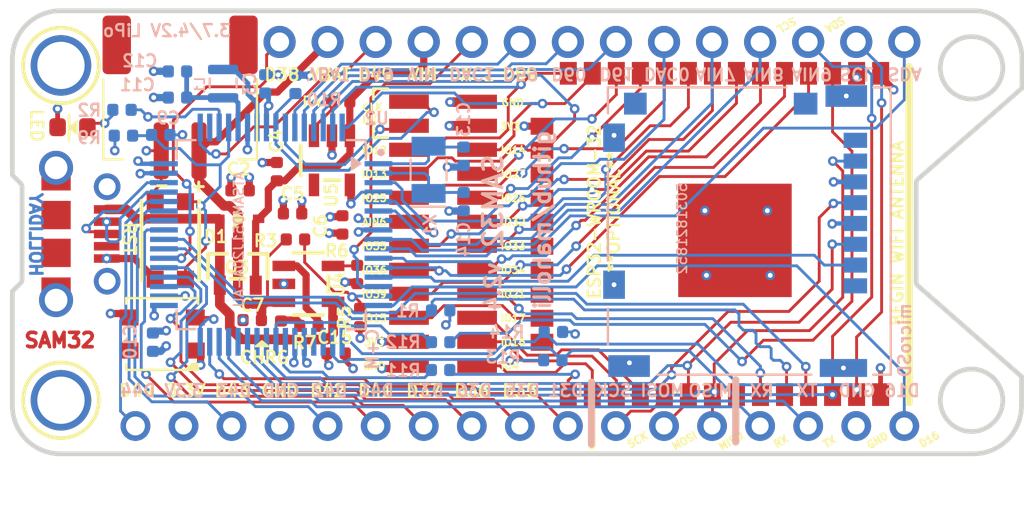
<source format=kicad_pcb>
(kicad_pcb (version 20171130) (host pcbnew "(5.1.4)-1")
  (layers (0 Top signal) (1 GND power hide) (2 PWR power hide) (31 Bottom signal) (34 B.Paste user hide) (35 F.Paste user hide) (36 B.SilkS user hide) (37 F.SilkS user hide) (38 B.Mask user hide) (39 F.Mask user hide) (44 Edge.Cuts user))
  (net 0 "")
  (net 1 /USB-)
  (net 2 /USB+)
  (net 3 "Net-(J1-Pad4)")
  (net 4 GND)
  (net 5 +3V3)
  (net 6 VBAT)
  (net 7 /~RESET)
  (net 8 /LED1)
  (net 9 /XTAL1)
  (net 10 /XTAL2)
  (net 11 "Net-(J3-Pad1)")
  (net 12 MOSI)
  (net 13 SCK)
  (net 14 MISO)
  (net 15 "Net-(J3-Pad8)")
  (net 16 "Net-(J3-PadSW_T)")
  (net 17 "Net-(J3-PadDET_T)")
  (net 18 /DTR)
  (net 19 DAC0)
  (net 20 AIN6)
  (net 21 AIN7)
  (net 22 AIN8)
  (net 23 AIN9)
  (net 24 SCL)
  (net 25 DAC1)
  (net 26 SDA)
  (net 27 D19)
  (net 28 D20)
  (net 29 D31)
  (net 30 D35)
  (net 31 D36)
  (net 32 D37)
  (net 33 D38)
  (net 34 D41)
  (net 35 D42)
  (net 36 D43)
  (net 37 D44)
  (net 38 D49)
  (net 39 D50)
  (net 40 D59)
  (net 41 D60)
  (net 42 "Net-(U3-Pad17)")
  (net 43 "Net-(U3-Pad18)")
  (net 44 "Net-(U3-Pad19)")
  (net 45 "Net-(U3-Pad20)")
  (net 46 "Net-(U3-Pad21)")
  (net 47 "Net-(U3-Pad22)")
  (net 48 IO15)
  (net 49 IO34)
  (net 50 IO35)
  (net 51 IO32)
  (net 52 IO33)
  (net 53 IO25)
  (net 54 IO26)
  (net 55 IO27)
  (net 56 IO21)
  (net 57 IO17)
  (net 58 IO16)
  (net 59 IO4)
  (net 60 "Net-(U5-Pad4)")
  (net 61 /EN)
  (net 62 IO39)
  (net 63 IO36)
  (net 64 VUSB)
  (net 65 /PROG)
  (net 66 "Net-(R7-Pad1)")
  (net 67 "Net-(C11-Pad1)")
  (net 68 "Net-(CHRG1-Pad2)")
  (net 69 "Net-(L1-Pad2)")
  (net 70 "Net-(U2-Pad40)")
  (net 71 "Net-(D2-Pad2)")
  (net 72 "Net-(GRN1-Pad1)")
  (net 73 "Net-(R11-Pad2)")
  (net 74 "Net-(R12-Pad2)")
  (net 75 "Net-(R1-Pad2)")
  (net 76 "Net-(D2-Pad4)")
  (net 77 /~RTS)
  (net 78 "Net-(U2-Pad28)")
  (net 79 D16)
  (net 80 RX1)
  (net 81 TX1)
  (net 82 SWDIO)
  (net 83 SWCLK)
  (net 84 D61)
  (net 85 xSDCS)
  (net 86 "Net-(U3-Pad24)")
  (net 87 VIN)
  (net 88 IO13)
  (net 89 IO12)
  (net 90 IO14)
  (net 91 /BATTERY)
  (module Connector_PinSocket_1.27mm:PinSocket_2x12_P1.27mm_Vertical_SMD (layer Top) (at 78.6164 99.39528)
    (fp_text reference J5 hide)
    (fp_text value Conn_02x12_Odd_Even)
    (pad 24 smd rect (at -1.8 6.985) (size 2.1 0.75) (layers Top F.Paste F.Mask) (net 4 GND))
    (pad 23 smd rect (at 1.8 6.985) (size 2.1 0.75) (layers Top F.Paste F.Mask) (net 59 IO4))
    (pad 22 smd rect (at -1.8 5.715) (size 2.1 0.75) (layers Top F.Paste F.Mask) (net 5 +3V3))
    (pad 21 smd rect (at 1.8 5.715) (size 2.1 0.75) (layers Top F.Paste F.Mask) (net 58 IO16))
    (pad 20 smd rect (at -1.8 4.445) (size 2.1 0.75) (layers Top F.Paste F.Mask) (net 48 IO15))
    (pad 19 smd rect (at 1.8 4.445) (size 2.1 0.75) (layers Top F.Paste F.Mask) (net 57 IO17))
    (pad 18 smd rect (at -1.8 3.175) (size 2.1 0.75) (layers Top F.Paste F.Mask) (net 62 IO39))
    (pad 17 smd rect (at 1.8 3.175) (size 2.1 0.75) (layers Top F.Paste F.Mask) (net 56 IO21))
    (pad 16 smd rect (at -1.8 1.905) (size 2.1 0.75) (layers Top F.Paste F.Mask) (net 63 IO36))
    (pad 15 smd rect (at 1.8 1.905) (size 2.1 0.75) (layers Top F.Paste F.Mask) (net 49 IO34))
    (pad 14 smd rect (at -1.8 0.635) (size 2.1 0.75) (layers Top F.Paste F.Mask) (net 50 IO35))
    (pad 13 smd rect (at 1.8 0.635) (size 2.1 0.75) (layers Top F.Paste F.Mask) (net 52 IO33))
    (pad 12 smd rect (at -1.8 -0.635) (size 2.1 0.75) (layers Top F.Paste F.Mask) (net 20 AIN6))
    (pad 11 smd rect (at 1.8 -0.635) (size 2.1 0.75) (layers Top F.Paste F.Mask) (net 51 IO32))
    (pad 10 smd rect (at -1.8 -1.905) (size 2.1 0.75) (layers Top F.Paste F.Mask) (net 53 IO25))
    (pad 9 smd rect (at 1.8 -1.905) (size 2.1 0.75) (layers Top F.Paste F.Mask) (net 54 IO26))
    (pad 8 smd rect (at -1.8 -3.175) (size 2.1 0.75) (layers Top F.Paste F.Mask) (net 88 IO13))
    (pad 7 smd rect (at 1.8 -3.175) (size 2.1 0.75) (layers Top F.Paste F.Mask) (net 55 IO27))
    (pad 6 smd rect (at -1.8 -4.445) (size 2.1 0.75) (layers Top F.Paste F.Mask) (net 89 IO12))
    (pad 5 smd rect (at 1.8 -4.445) (size 2.1 0.75) (layers Top F.Paste F.Mask) (net 90 IO14))
    (pad 4 smd rect (at -1.8 -5.715) (size 2.1 0.75) (layers Top F.Paste F.Mask) (net 82 SWDIO))
    (pad 3 smd rect (at 1.8 -5.715) (size 2.1 0.75) (layers Top F.Paste F.Mask) (net 5 +3V3))
    (pad 2 smd rect (at -1.8 -6.985) (size 2.1 0.75) (layers Top F.Paste F.Mask) (net 83 SWCLK))
    (pad 1 smd rect (at 1.8 -6.985) (size 2.1 0.75) (layers Top F.Paste F.Mask) (net 4 GND))
  )
  (module "Adafruit Feather M4 Express:SOT23-5" (layer Top) (at 72.74306 95.50908 180)
    (fp_text reference U5 (at -0.33274 -2.56032 90) (layer F.SilkS) (effects (font (size 0.635 0.635) (thickness 0.127)) (justify left bottom)))
    (fp_text value AP2112K-3.3TRG1)
    (pad 5 smd rect (at -0.95 -1.3001 180) (size 0.55 1.2) (layers Top F.Paste F.Mask) (net 5 +3V3))
    (pad 4 smd rect (at 0.95 -1.3001 180) (size 0.55 1.2) (layers Top F.Paste F.Mask) (net 60 "Net-(U5-Pad4)"))
    (pad 3 smd rect (at 0.95 1.3001 180) (size 0.55 1.2) (layers Top F.Paste F.Mask) (net 61 /EN))
    (pad 2 smd rect (at 0 1.3001 180) (size 0.55 1.2) (layers Top F.Paste F.Mask) (net 4 GND))
    (pad 1 smd rect (at -0.95 1.3001 180) (size 0.55 1.2) (layers Top F.Paste F.Mask) (net 87 VIN))
  )
  (module custom-footprints:10118194-0001LF (layer Top) (at 58.16092 99.40544 270)
    (fp_text reference J1 hide)
    (fp_text value 10118194-0001LF hide)
    (pad 1 smd rect (at -1.3 -2.675 90) (size 0.45 1.35) (layers Top F.Paste F.Mask) (net 64 VUSB))
    (pad 2 smd rect (at -0.65 -2.675 90) (size 0.45 1.35) (layers Top F.Paste F.Mask) (net 1 /USB-))
    (pad 3 smd rect (at 0 -2.675 90) (size 0.45 1.35) (layers Top F.Paste F.Mask) (net 2 /USB+))
    (pad 4 smd rect (at 0.65 -2.675 90) (size 0.45 1.35) (layers Top F.Paste F.Mask) (net 3 "Net-(J1-Pad4)"))
    (pad 5 smd rect (at 1.3 -2.675 90) (size 0.45 1.35) (layers Top F.Paste F.Mask) (net 4 GND))
    (pad 6 thru_hole circle (at -2.5 -2.7 270) (size 1.408 1.408) (drill 0.9) (layers *.Cu *.Mask))
    (pad 7 thru_hole circle (at 2.5 -2.7 270) (size 1.408 1.408) (drill 0.9) (layers *.Cu *.Mask))
    (pad 8 thru_hole circle (at -3.5 0 270) (size 1.8 1.8) (drill 1.2) (layers *.Cu *.Mask) (net 4 GND))
    (pad 9 thru_hole circle (at 3.5 0 270) (size 1.8 1.8) (drill 1.2) (layers *.Cu *.Mask) (net 4 GND))
    (pad 10 smd rect (at -1 0 270) (size 1.5 1.55) (layers Top F.Paste F.Mask))
    (pad 11 smd rect (at 1 0 270) (size 1.5 1.55) (layers Top F.Paste F.Mask))
    (pad 12 smd rect (at -3.05 0 270) (size 1.5 1.55) (layers Top F.Paste F.Mask))
    (pad 13 smd rect (at 3.05 0 270) (size 1.5 1.55) (layers Top F.Paste F.Mask))
  )
  (module 503182-1853:MOLEX_503182-1853 (layer Bottom) (at 94.8055 99.2505 90)
    (fp_text reference J3 hide)
    (fp_text value 5031821852 (at 0.127 -3.556 90) (layer B.SilkS) (effects (font (size 0.508 0.508) (thickness 0.0889)) (justify mirror)))
    (pad 1 smd rect (at -2.9 5.605) (size 1.24 0.8) (layers Bottom B.Paste B.Mask) (net 11 "Net-(J3-Pad1)"))
    (pad 2 smd rect (at -1.8 5.605) (size 1.24 0.8) (layers Bottom B.Paste B.Mask) (net 85 xSDCS))
    (pad 3 smd rect (at -0.7 5.605) (size 1.24 0.8) (layers Bottom B.Paste B.Mask) (net 12 MOSI))
    (pad 4 smd rect (at 0.4 5.605) (size 1.24 0.8) (layers Bottom B.Paste B.Mask) (net 5 +3V3))
    (pad 5 smd rect (at 1.5 5.605) (size 1.24 0.8) (layers Bottom B.Paste B.Mask) (net 13 SCK))
    (pad 6 smd rect (at 2.6 5.605) (size 1.24 0.8) (layers Bottom B.Paste B.Mask) (net 4 GND))
    (pad 7 smd rect (at 3.7 5.605) (size 1.24 0.8) (layers Bottom B.Paste B.Mask) (net 14 MISO))
    (pad 8 smd rect (at 4.8 5.605) (size 1.24 0.8) (layers Bottom B.Paste B.Mask) (net 15 "Net-(J3-Pad8)"))
    (pad SH1 smd rect (at -7.245 4.975) (size 2.5 0.95) (layers Bottom B.Paste B.Mask) (net 4 GND))
    (pad SH2 smd rect (at 7.145 5.125) (size 2.2 1.15) (layers Bottom B.Paste B.Mask) (net 4 GND))
    (pad SW_T smd rect (at 6.74 2.975) (size 1.25 1.16) (layers Bottom B.Paste B.Mask) (net 16 "Net-(J3-PadSW_T)"))
    (pad DET_T smd rect (at 6.74 -6.025) (size 1.2 1.16) (layers Bottom B.Paste B.Mask) (net 17 "Net-(J3-PadDET_T)"))
    (pad SH5 smd rect (at -7.145 -6.355) (size 2.2 1.15) (layers Bottom B.Paste B.Mask) (net 4 GND))
    (pad SH4 smd rect (at -2.84 -7.15 270) (size 1.5 1.15) (layers Bottom B.Paste B.Mask) (net 4 GND))
    (pad SH3 smd rect (at 4.94 -7.15 270) (size 1.5 1.15) (layers Bottom B.Paste B.Mask) (net 4 GND))
  )
  (module QFP50P1200X1200X120-64N (layer Bottom) (at 69.5325 99.441 180)
    (fp_text reference U2 (at -5.5753 6.1468 180) (layer B.SilkS) (effects (font (size 0.635 0.635) (thickness 0.127)) (justify mirror)))
    (fp_text value ATSAMD51J20A-AU (at 1.7145 -0.254 270) (layer B.SilkS) (effects (font (size 0.508 0.508) (thickness 0.0889)) (justify mirror)))
    (pad 1 smd rect (at -5.67 3.75 90) (size 0.28 1.47) (layers Bottom B.Paste B.Mask) (net 9 /XTAL1))
    (pad 2 smd rect (at -5.67 3.25 90) (size 0.28 1.47) (layers Bottom B.Paste B.Mask) (net 10 /XTAL2))
    (pad 3 smd rect (at -5.67 2.75 90) (size 0.28 1.47) (layers Bottom B.Paste B.Mask) (net 19 DAC0))
    (pad 4 smd rect (at -5.67 2.25 90) (size 0.28 1.47) (layers Bottom B.Paste B.Mask) (net 5 +3V3))
    (pad 5 smd rect (at -5.67 1.75 90) (size 0.28 1.47) (layers Bottom B.Paste B.Mask) (net 20 AIN6))
    (pad 6 smd rect (at -5.67 1.25 90) (size 0.28 1.47) (layers Bottom B.Paste B.Mask) (net 21 AIN7))
    (pad 7 smd rect (at -5.67 0.75 90) (size 0.28 1.47) (layers Bottom B.Paste B.Mask) (net 4 GND))
    (pad 8 smd rect (at -5.67 0.25 90) (size 0.28 1.47) (layers Bottom B.Paste B.Mask) (net 5 +3V3))
    (pad 9 smd rect (at -5.67 -0.25 90) (size 0.28 1.47) (layers Bottom B.Paste B.Mask) (net 22 AIN8))
    (pad 10 smd rect (at -5.67 -0.75 90) (size 0.28 1.47) (layers Bottom B.Paste B.Mask) (net 23 AIN9))
    (pad 11 smd rect (at -5.67 -1.25 90) (size 0.28 1.47) (layers Bottom B.Paste B.Mask) (net 62 IO39))
    (pad 12 smd rect (at -5.67 -1.75 90) (size 0.28 1.47) (layers Bottom B.Paste B.Mask) (net 63 IO36))
    (pad 13 smd rect (at -5.67 -2.25 90) (size 0.28 1.47) (layers Bottom B.Paste B.Mask) (net 85 xSDCS))
    (pad 14 smd rect (at -5.67 -2.75 90) (size 0.28 1.47) (layers Bottom B.Paste B.Mask) (net 25 DAC1))
    (pad 15 smd rect (at -5.67 -3.25 90) (size 0.28 1.47) (layers Bottom B.Paste B.Mask) (net 91 /BATTERY))
    (pad 16 smd rect (at -5.67 -3.75 90) (size 0.28 1.47) (layers Bottom B.Paste B.Mask) (net 79 D16))
    (pad 17 smd rect (at -3.75 -5.67) (size 0.28 1.47) (layers Bottom B.Paste B.Mask) (net 26 SDA))
    (pad 18 smd rect (at -3.25 -5.67) (size 0.28 1.47) (layers Bottom B.Paste B.Mask) (net 24 SCL))
    (pad 19 smd rect (at -2.75 -5.67) (size 0.28 1.47) (layers Bottom B.Paste B.Mask) (net 27 D19))
    (pad 20 smd rect (at -2.25 -5.67) (size 0.28 1.47) (layers Bottom B.Paste B.Mask) (net 28 D20))
    (pad 21 smd rect (at -1.75 -5.67) (size 0.28 1.47) (layers Bottom B.Paste B.Mask) (net 5 +3V3))
    (pad 22 smd rect (at -1.25 -5.67) (size 0.28 1.47) (layers Bottom B.Paste B.Mask) (net 4 GND))
    (pad 23 smd rect (at -0.75 -5.67) (size 0.28 1.47) (layers Bottom B.Paste B.Mask) (net 18 /DTR))
    (pad 24 smd rect (at -0.25 -5.67) (size 0.28 1.47) (layers Bottom B.Paste B.Mask) (net 77 /~RTS))
    (pad 25 smd rect (at 0.25 -5.67) (size 0.28 1.47) (layers Bottom B.Paste B.Mask) (net 12 MOSI))
    (pad 26 smd rect (at 0.75 -5.67) (size 0.28 1.47) (layers Bottom B.Paste B.Mask) (net 13 SCK))
    (pad 27 smd rect (at 1.25 -5.67) (size 0.28 1.47) (layers Bottom B.Paste B.Mask) (net 14 MISO))
    (pad 28 smd rect (at 1.75 -5.67) (size 0.28 1.47) (layers Bottom B.Paste B.Mask) (net 78 "Net-(U2-Pad28)"))
    (pad 29 smd rect (at 2.25 -5.67) (size 0.28 1.47) (layers Bottom B.Paste B.Mask) (net 81 TX1))
    (pad 30 smd rect (at 2.75 -5.67) (size 0.28 1.47) (layers Bottom B.Paste B.Mask) (net 80 RX1))
    (pad 31 smd rect (at 3.25 -5.67) (size 0.28 1.47) (layers Bottom B.Paste B.Mask) (net 29 D31))
    (pad 32 smd rect (at 3.75 -5.67) (size 0.28 1.47) (layers Bottom B.Paste B.Mask) (net 76 "Net-(D2-Pad4)"))
    (pad 33 smd rect (at 5.67 -3.75 90) (size 0.28 1.47) (layers Bottom B.Paste B.Mask) (net 4 GND))
    (pad 34 smd rect (at 5.67 -3.25 90) (size 0.28 1.47) (layers Bottom B.Paste B.Mask) (net 5 +3V3))
    (pad 35 smd rect (at 5.67 -2.75 90) (size 0.28 1.47) (layers Bottom B.Paste B.Mask) (net 30 D35))
    (pad 36 smd rect (at 5.67 -2.25 90) (size 0.28 1.47) (layers Bottom B.Paste B.Mask) (net 31 D36))
    (pad 37 smd rect (at 5.67 -1.75 90) (size 0.28 1.47) (layers Bottom B.Paste B.Mask) (net 32 D37))
    (pad 38 smd rect (at 5.67 -1.25 90) (size 0.28 1.47) (layers Bottom B.Paste B.Mask) (net 33 D38))
    (pad 39 smd rect (at 5.67 -0.75 90) (size 0.28 1.47) (layers Bottom B.Paste B.Mask) (net 75 "Net-(R1-Pad2)"))
    (pad 40 smd rect (at 5.67 -0.25 90) (size 0.28 1.47) (layers Bottom B.Paste B.Mask) (net 70 "Net-(U2-Pad40)"))
    (pad 41 smd rect (at 5.67 0.25 90) (size 0.28 1.47) (layers Bottom B.Paste B.Mask) (net 34 D41))
    (pad 42 smd rect (at 5.67 0.75 90) (size 0.28 1.47) (layers Bottom B.Paste B.Mask) (net 35 D42))
    (pad 43 smd rect (at 5.67 1.25 90) (size 0.28 1.47) (layers Bottom B.Paste B.Mask) (net 36 D43))
    (pad 44 smd rect (at 5.67 1.75 90) (size 0.28 1.47) (layers Bottom B.Paste B.Mask) (net 37 D44))
    (pad 45 smd rect (at 5.67 2.25 90) (size 0.28 1.47) (layers Bottom B.Paste B.Mask) (net 1 /USB-))
    (pad 46 smd rect (at 5.67 2.75 90) (size 0.28 1.47) (layers Bottom B.Paste B.Mask) (net 2 /USB+))
    (pad 47 smd rect (at 5.67 3.25 90) (size 0.28 1.47) (layers Bottom B.Paste B.Mask) (net 4 GND))
    (pad 48 smd rect (at 5.67 3.75 90) (size 0.28 1.47) (layers Bottom B.Paste B.Mask) (net 5 +3V3))
    (pad 49 smd rect (at 3.75 5.67) (size 0.28 1.47) (layers Bottom B.Paste B.Mask) (net 38 D49))
    (pad 50 smd rect (at 3.25 5.67) (size 0.28 1.47) (layers Bottom B.Paste B.Mask) (net 39 D50))
    (pad 51 smd rect (at 2.75 5.67) (size 0.28 1.47) (layers Bottom B.Paste B.Mask) (net 8 /LED1))
    (pad 52 smd rect (at 2.25 5.67) (size 0.28 1.47) (layers Bottom B.Paste B.Mask) (net 7 /~RESET))
    (pad 53 smd rect (at 1.75 5.67) (size 0.28 1.47) (layers Bottom B.Paste B.Mask) (net 67 "Net-(C11-Pad1)"))
    (pad 54 smd rect (at 1.25 5.67) (size 0.28 1.47) (layers Bottom B.Paste B.Mask) (net 4 GND))
    (pad 55 smd rect (at 0.75 5.67) (size 0.28 1.47) (layers Bottom B.Paste B.Mask) (net 69 "Net-(L1-Pad2)"))
    (pad 56 smd rect (at 0.25 5.67) (size 0.28 1.47) (layers Bottom B.Paste B.Mask) (net 5 +3V3))
    (pad 57 smd rect (at -0.25 5.67) (size 0.28 1.47) (layers Bottom B.Paste B.Mask) (net 83 SWCLK))
    (pad 58 smd rect (at -0.75 5.67) (size 0.28 1.47) (layers Bottom B.Paste B.Mask) (net 82 SWDIO))
    (pad 59 smd rect (at -1.25 5.67) (size 0.28 1.47) (layers Bottom B.Paste B.Mask) (net 40 D59))
    (pad 60 smd rect (at -1.75 5.67) (size 0.28 1.47) (layers Bottom B.Paste B.Mask) (net 41 D60))
    (pad 61 smd rect (at -2.25 5.67) (size 0.28 1.47) (layers Bottom B.Paste B.Mask) (net 84 D61))
    (pad 62 smd rect (at -2.75 5.67) (size 0.28 1.47) (layers Bottom B.Paste B.Mask) (net 88 IO13))
    (pad 63 smd rect (at -3.25 5.67) (size 0.28 1.47) (layers Bottom B.Paste B.Mask) (net 89 IO12))
    (pad 64 smd rect (at -3.75 5.67) (size 0.28 1.47) (layers Bottom B.Paste B.Mask) (net 90 IO14))
  )
  (module LED_SMD:LED_0603_1608Metric (layer Top) (at 59.0296 93.7558 180)
    (fp_text reference GRN1 hide)
    (fp_text value "GREEN LED")
    (pad 2 smd roundrect (at 0.7875 0 180) (size 0.875 0.95) (layers Top F.Paste F.Mask) (net 4 GND))
    (pad 1 smd roundrect (at -0.7875 0 180) (size 0.875 0.95) (layers Top F.Paste F.Mask) (net 72 "Net-(GRN1-Pad1)"))
  )
  (module Connector_PinHeader_2.54mm:PinHeader_1x14_P2.54mm_Vertical (layer Top) (at 69.977 89.24544 90)
    (fp_text reference J2 hide)
    (fp_text value Conn_01x14)
    (pad 1 thru_hole oval (at 0 0 90) (size 1.7 1.7) (drill 1) (layers *.Cu *.Mask) (net 33 D38))
    (pad 2 thru_hole oval (at 0 2.54 90) (size 1.7 1.7) (drill 1) (layers *.Cu *.Mask) (net 6 VBAT))
    (pad 3 thru_hole oval (at 0 5.08 90) (size 1.7 1.7) (drill 1) (layers *.Cu *.Mask) (net 38 D49))
    (pad 4 thru_hole oval (at 0 7.62 90) (size 1.7 1.7) (drill 1) (layers *.Cu *.Mask) (net 87 VIN))
    (pad 5 thru_hole oval (at 0 10.16 90) (size 1.7 1.7) (drill 1) (layers *.Cu *.Mask) (net 25 DAC1))
    (pad 6 thru_hole oval (at 0 12.7 90) (size 1.7 1.7) (drill 1) (layers *.Cu *.Mask) (net 40 D59))
    (pad 7 thru_hole oval (at 0 15.24 90) (size 1.7 1.7) (drill 1) (layers *.Cu *.Mask) (net 41 D60))
    (pad 8 thru_hole oval (at 0 17.78 90) (size 1.7 1.7) (drill 1) (layers *.Cu *.Mask) (net 84 D61))
    (pad 9 thru_hole oval (at 0 20.32 90) (size 1.7 1.7) (drill 1) (layers *.Cu *.Mask) (net 19 DAC0))
    (pad 10 thru_hole oval (at 0 22.86 90) (size 1.7 1.7) (drill 1) (layers *.Cu *.Mask) (net 21 AIN7))
    (pad 11 thru_hole oval (at 0 25.4 90) (size 1.7 1.7) (drill 1) (layers *.Cu *.Mask) (net 22 AIN8))
    (pad 12 thru_hole oval (at 0 27.94 90) (size 1.7 1.7) (drill 1) (layers *.Cu *.Mask) (net 24 SCL))
    (pad 13 thru_hole oval (at 0 30.48 90) (size 1.7 1.7) (drill 1) (layers *.Cu *.Mask) (net 26 SDA))
    (pad 14 thru_hole oval (at 0 33.02 90) (size 1.7 1.7) (drill 1) (layers *.Cu *.Mask) (net 23 AIN9))
  )
  (module Diode_SMD:D_SOD-323 (layer Top) (at 67.818 98.6028 180)
    (fp_text reference D1 (at 1.2192 -0.9398 180) (layer F.SilkS) (effects (font (size 0.635 0.635) (thickness 0.127))))
    (fp_text value RB550V)
    (pad 1 smd rect (at -1.05 0 180) (size 0.6 0.45) (layers Top F.Paste F.Mask) (net 87 VIN))
    (pad 2 smd rect (at 1.05 0 180) (size 0.6 0.45) (layers Top F.Paste F.Mask) (net 64 VUSB))
  )
  (module Resistor_SMD:R_0402_1005Metric (layer Bottom) (at 84.45 104.59 180)
    (fp_text reference R14 (at 2.4588 -0.0072 180) (layer B.SilkS) (effects (font (size 0.635 0.635) (thickness 0.127)) (justify mirror)))
    (fp_text value 10K)
    (pad 1 smd roundrect (at -0.485 0 180) (size 0.59 0.64) (layers Bottom B.Paste B.Mask) (net 5 +3V3))
    (pad 2 smd roundrect (at 0.485 0 180) (size 0.59 0.64) (layers Bottom B.Paste B.Mask) (net 26 SDA))
  )
  (module Resistor_SMD:R_0402_1005Metric (layer Bottom) (at 84.42 106.09)
    (fp_text reference R13 (at -2.632 -0.172) (layer B.SilkS) (effects (font (size 0.635 0.635) (thickness 0.127)) (justify mirror)))
    (fp_text value 10K)
    (pad 1 smd roundrect (at -0.485 0) (size 0.59 0.64) (layers Bottom B.Paste B.Mask) (net 5 +3V3))
    (pad 2 smd roundrect (at 0.485 0) (size 0.59 0.64) (layers Bottom B.Paste B.Mask) (net 24 SCL))
  )
  (module Resistor_SMD:R_0402_1005Metric (layer Top) (at 74.2315 103.8225 270)
    (fp_text reference R5 (at 0 0.8255 270) (layer F.SilkS) (effects (font (size 0.635 0.635) (thickness 0.127))))
    (fp_text value 100K)
    (pad 2 smd roundrect (at 0.485 0 270) (size 0.59 0.64) (layers Top F.Paste F.Mask) (net 4 GND))
    (pad 1 smd roundrect (at -0.485 0 270) (size 0.59 0.64) (layers Top F.Paste F.Mask) (net 91 /BATTERY))
  )
  (module Resistor_SMD:R_0402_1005Metric (layer Bottom) (at 78.49 105.1306)
    (fp_text reference R12 (at -1.9852 -0.0136) (layer B.SilkS) (effects (font (size 0.635 0.635) (thickness 0.127)) (justify mirror)))
    (fp_text value 10K)
    (pad 2 smd roundrect (at 0.485 0) (size 0.59 0.64) (layers Bottom B.Paste B.Mask) (net 74 "Net-(R12-Pad2)"))
    (pad 1 smd roundrect (at -0.485 0) (size 0.59 0.64) (layers Bottom B.Paste B.Mask) (net 77 /~RTS))
  )
  (module Resistor_SMD:R_0402_1005Metric (layer Bottom) (at 78.486 106.6038)
    (fp_text reference R11 (at -1.9812 0.0296) (layer B.SilkS) (effects (font (size 0.635 0.635) (thickness 0.127)) (justify mirror)))
    (fp_text value 10K)
    (pad 2 smd roundrect (at 0.485 0) (size 0.59 0.64) (layers Bottom B.Paste B.Mask) (net 73 "Net-(R11-Pad2)"))
    (pad 1 smd roundrect (at -0.485 0) (size 0.59 0.64) (layers Bottom B.Paste B.Mask) (net 18 /DTR))
  )
  (module Resistor_SMD:R_0402_1005Metric (layer Bottom) (at 70.8152 91.4908 270)
    (fp_text reference R10 (at 0.8128 -1.524 180) (layer B.SilkS) (effects (font (size 0.635 0.635) (thickness 0.127)) (justify mirror)))
    (fp_text value 10K)
    (pad 2 smd roundrect (at 0.485 0 270) (size 0.59 0.64) (layers Bottom B.Paste B.Mask) (net 83 SWCLK))
    (pad 1 smd roundrect (at -0.485 0 270) (size 0.59 0.64) (layers Bottom B.Paste B.Mask) (net 5 +3V3))
  )
  (module Resistor_SMD:R_0402_1005Metric (layer Bottom) (at 61.722 94.20352)
    (fp_text reference R9 (at -1.80848 0.10922) (layer B.SilkS) (effects (font (size 0.635 0.635) (thickness 0.127)) (justify mirror)))
    (fp_text value 10K)
    (pad 2 smd roundrect (at 0.485 0) (size 0.59 0.64) (layers Bottom B.Paste B.Mask) (net 7 /~RESET))
    (pad 1 smd roundrect (at -0.485 0) (size 0.59 0.64) (layers Bottom B.Paste B.Mask) (net 5 +3V3))
  )
  (module Resistor_SMD:R_0402_1005Metric (layer Top) (at 71.5264 104.267 180)
    (fp_text reference R7 (at 0.2286 -0.88646 180) (layer F.SilkS) (effects (font (size 0.635 0.635) (thickness 0.127))))
    (fp_text value 1K)
    (pad 2 smd roundrect (at 0.485 0 180) (size 0.59 0.64) (layers Top F.Paste F.Mask) (net 68 "Net-(CHRG1-Pad2)"))
    (pad 1 smd roundrect (at -0.485 0 180) (size 0.59 0.64) (layers Top F.Paste F.Mask) (net 66 "Net-(R7-Pad1)"))
  )
  (module Resistor_SMD:R_0402_1005Metric (layer Top) (at 74.0791 101.5492 270)
    (fp_text reference R6 (at -1.2446 1.0795 180) (layer F.SilkS) (effects (font (size 0.635 0.635) (thickness 0.127))))
    (fp_text value 10K)
    (pad 2 smd roundrect (at 0.485 0 270) (size 0.59 0.64) (layers Top F.Paste F.Mask) (net 4 GND))
    (pad 1 smd roundrect (at -0.485 0 270) (size 0.59 0.64) (layers Top F.Paste F.Mask) (net 65 /PROG))
  )
  (module Resistor_SMD:R_0402_1005Metric (layer Bottom) (at 78.49 103.45 180)
    (fp_text reference R1 (at 1.7312 -0.0296 180) (layer B.SilkS) (effects (font (size 0.635 0.635) (thickness 0.127)) (justify mirror)))
    (fp_text value 10K)
    (pad 2 smd roundrect (at 0.485 0 180) (size 0.59 0.64) (layers Bottom B.Paste B.Mask) (net 75 "Net-(R1-Pad2)"))
    (pad 1 smd roundrect (at -0.485 0 180) (size 0.59 0.64) (layers Bottom B.Paste B.Mask) (net 5 +3V3))
  )
  (module custom-footprints:LED3535 (layer Top) (at 63.77 104.6988)
    (fp_text reference D2 hide)
    (fp_text value WS2812B)
    (pad 3 smd rect (at 1.749999 0.875 90) (size 0.85 1) (layers Top F.Paste F.Mask) (net 4 GND))
    (pad 2 smd rect (at -1.75 0.875 90) (size 0.85 1) (layers Top F.Paste F.Mask) (net 71 "Net-(D2-Pad2)"))
    (pad 4 smd rect (at 1.75 -0.875 90) (size 0.85 1) (layers Top F.Paste F.Mask) (net 76 "Net-(D2-Pad4)"))
    (pad 1 smd rect (at -1.749999 -0.875 90) (size 0.85 1) (layers Top F.Paste F.Mask) (net 5 +3V3))
  )
  (module Connector_JST:JST_PH_S2B-PH-SM4-TB_1x02-1MP_P2.00mm_Horizontal (layer Top) (at 64.7192 92.1512 180)
    (fp_text reference J4 hide)
    (fp_text value B2B-PH-SM4-TB)
    (pad 1 smd roundrect (at -1 -2.85 180) (size 0.8 3) (layers Top F.Paste F.Mask) (net 6 VBAT))
    (pad 2 smd roundrect (at 1 -2.85 180) (size 0.8 3) (layers Top F.Paste F.Mask) (net 4 GND))
    (pad MP smd roundrect (at -3.35 2.75 180) (size 1.5 3.1) (layers Top F.Paste F.Mask) (roundrect_rratio 0.167))
    (pad MP smd roundrect (at 3.35 2.75 180) (size 1.5 3.1) (layers Top F.Paste F.Mask) (roundrect_rratio 0.167))
  )
  (module LED_SMD:LED_0402_1005Metric (layer Top) (at 70.0532 104.4956 90)
    (fp_text reference CHRG1 hide)
    (fp_text value "ORANGE LED")
    (pad 2 smd roundrect (at 0.485 0 90) (size 0.59 0.64) (layers Top F.Paste F.Mask) (net 68 "Net-(CHRG1-Pad2)"))
    (pad 1 smd roundrect (at -0.485 0 90) (size 0.59 0.64) (layers Top F.Paste F.Mask) (net 64 VUSB))
  )
  (module Resistor_SMD:R_0402_1005Metric (layer Bottom) (at 61.6458 92.837)
    (fp_text reference R2 (at -1.7272 0.0254 -180) (layer B.SilkS) (effects (font (size 0.635 0.635) (thickness 0.127)) (justify mirror)))
    (fp_text value 2.2K)
    (pad 2 smd roundrect (at 0.485 0) (size 0.59 0.64) (layers Bottom B.Paste B.Mask) (net 8 /LED1))
    (pad 1 smd roundrect (at -0.485 0) (size 0.59 0.64) (layers Bottom B.Paste B.Mask) (net 72 "Net-(GRN1-Pad1)"))
  )
  (module Resistor_SMD:R_0402_1005Metric (layer Top) (at 70.8152 99.695)
    (fp_text reference R3 (at -1.5748 0.0762) (layer F.SilkS) (effects (font (size 0.635 0.635) (thickness 0.127))))
    (fp_text value 100K)
    (pad 2 smd roundrect (at 0.485 0) (size 0.59 0.64) (layers Top F.Paste F.Mask) (net 91 /BATTERY))
    (pad 1 smd roundrect (at -0.485 0) (size 0.59 0.64) (layers Top F.Paste F.Mask) (net 6 VBAT))
  )
  (module Capacitor_SMD:C_0402_1005Metric (layer Top) (at 68.5292 103.9622 180)
    (fp_text reference C7 (at -0.0127 0.79502 180) (layer F.SilkS) (effects (font (size 0.635 0.635) (thickness 0.127))))
    (fp_text value 10uF)
    (pad 2 smd roundrect (at 0.485 0 180) (size 0.59 0.64) (layers Top F.Paste F.Mask) (net 4 GND))
    (pad 1 smd roundrect (at -0.485 0 180) (size 0.59 0.64) (layers Top F.Paste F.Mask) (net 6 VBAT))
  )
  (module "Adafruit Feather M4 Express:BTN_KMR2_4.6X2.8" (layer Top) (at 64.2 99.75 270)
    (fp_text reference SW1 hide)
    (fp_text value "KMR231NG LFS" hide)
    (pad A smd rect (at 2.05 -0.8 270) (size 0.9 0.9) (layers Top F.Paste F.Mask) (net 7 /~RESET))
    (pad B smd rect (at 2.05 0.8 270) (size 0.9 0.9) (layers Top F.Paste F.Mask) (net 4 GND))
    (pad B' smd rect (at -2.05 0.8 270) (size 0.9 0.9) (layers Top F.Paste F.Mask) (net 4 GND))
    (pad A' smd rect (at -2.05 -0.8 270) (size 0.9 0.9) (layers Top F.Paste F.Mask) (net 7 /~RESET))
  )
  (module Capacitor_SMD:C_0402_1005Metric (layer Bottom) (at 64.5795 90.805)
    (fp_text reference C12 (at -1.9939 -0.5588) (layer B.SilkS) (effects (font (size 0.635 0.635) (thickness 0.127)) (justify mirror)))
    (fp_text value 10uF)
    (pad 2 smd roundrect (at 0.485 0) (size 0.59 0.64) (layers Bottom B.Paste B.Mask) (net 67 "Net-(C11-Pad1)"))
    (pad 1 smd roundrect (at -0.485 0) (size 0.59 0.64) (layers Bottom B.Paste B.Mask) (net 4 GND))
  )
  (module Capacitor_SMD:C_0402_1005Metric (layer Top) (at 73.295004 98.92782 90)
    (fp_text reference C6 (at -0.05598 -1.159004 90) (layer F.SilkS) (effects (font (size 0.635 0.635) (thickness 0.127))))
    (fp_text value 10uF)
    (pad 2 smd roundrect (at 0.485 0 90) (size 0.59 0.64) (layers Top F.Paste F.Mask) (net 4 GND))
    (pad 1 smd roundrect (at -0.485 0 90) (size 0.59 0.64) (layers Top F.Paste F.Mask) (net 5 +3V3))
  )
  (module Capacitor_SMD:C_0402_1005Metric (layer Top) (at 69.82968 96.10852 90)
    (fp_text reference C4 (at 1.62052 -0.03048 90) (layer F.SilkS) (effects (font (size 0.635 0.635) (thickness 0.127))))
    (fp_text value 10uF)
    (pad 2 smd roundrect (at 0.485 0 90) (size 0.59 0.64) (layers Top F.Paste F.Mask) (net 4 GND))
    (pad 1 smd roundrect (at -0.485 0 90) (size 0.59 0.64) (layers Top F.Paste F.Mask) (net 87 VIN))
  )
  (module Capacitor_SMD:C_0402_1005Metric (layer Top) (at 67.88902 97.09912)
    (fp_text reference C2 (at -0.07356 -1.13538 180) (layer F.SilkS) (effects (font (size 0.635 0.635) (thickness 0.127))))
    (fp_text value 10uF)
    (pad 2 smd roundrect (at 0.485 0) (size 0.59 0.64) (layers Top F.Paste F.Mask) (net 4 GND))
    (pad 1 smd roundrect (at -0.485 0) (size 0.59 0.64) (layers Top F.Paste F.Mask) (net 5 +3V3))
  )
  (module Resistor_SMD:R_0402_1005Metric (layer Top) (at 73.2028 92.4052)
    (fp_text reference R4 (at -1.524 0) (layer F.SilkS) (effects (font (size 0.508 0.508) (thickness 0.1016))))
    (fp_text value 10K)
    (pad 1 smd roundrect (at -0.485 0) (size 0.59 0.64) (layers Top F.Paste F.Mask) (net 61 /EN))
    (pad 2 smd roundrect (at 0.485 0) (size 0.59 0.64) (layers Top F.Paste F.Mask) (net 87 VIN))
  )
  (module Connector_PinSocket_2.54mm:PinSocket_1x17_P2.54mm_Vertical (layer Top) (at 62.357 109.56544 90)
    (fp_text reference J7 hide)
    (fp_text value Conn_01x17)
    (pad 1 thru_hole circle (at 0 0 90) (size 1.5748 1.5748) (drill 1) (layers *.Cu *.Mask) (net 37 D44))
    (pad 2 thru_hole circle (at 0 2.54 90) (size 1.5748 1.5748) (drill 0.9) (layers *.Cu *.Mask) (net 5 +3V3))
    (pad 3 thru_hole circle (at 0 5.08 90) (size 1.5748 1.5748) (drill 0.9) (layers *.Cu *.Mask) (net 36 D43))
    (pad 4 thru_hole circle (at 0 7.62 90) (size 1.5748 1.5748) (drill 0.9) (layers *.Cu *.Mask) (net 4 GND))
    (pad 5 thru_hole circle (at 0 10.16 90) (size 1.5748 1.5748) (drill 0.9) (layers *.Cu *.Mask) (net 35 D42))
    (pad 6 thru_hole circle (at 0 12.7 90) (size 1.5748 1.5748) (drill 0.9) (layers *.Cu *.Mask) (net 34 D41))
    (pad 7 thru_hole circle (at 0 15.24 90) (size 1.5748 1.5748) (drill 0.9) (layers *.Cu *.Mask) (net 32 D37))
    (pad 8 thru_hole circle (at 0 17.78 90) (size 1.5748 1.5748) (drill 0.9) (layers *.Cu *.Mask) (net 31 D36))
    (pad 9 thru_hole circle (at 0 20.32 90) (size 1.5748 1.5748) (drill 0.9) (layers *.Cu *.Mask) (net 30 D35))
    (pad 10 thru_hole circle (at 0 22.86 90) (size 1.5748 1.5748) (drill 0.9) (layers *.Cu *.Mask) (net 29 D31))
    (pad 11 thru_hole circle (at 0 25.4 90) (size 1.5748 1.5748) (drill 0.9) (layers *.Cu *.Mask) (net 13 SCK))
    (pad 12 thru_hole circle (at 0 27.94 90) (size 1.5748 1.5748) (drill 0.9) (layers *.Cu *.Mask) (net 12 MOSI))
    (pad 13 thru_hole circle (at 0 30.48 90) (size 1.5748 1.5748) (drill 0.9) (layers *.Cu *.Mask) (net 14 MISO))
    (pad 14 thru_hole circle (at 0 33.02 90) (size 1.5748 1.5748) (drill 0.9) (layers *.Cu *.Mask) (net 80 RX1))
    (pad 15 thru_hole circle (at 0 35.56 90) (size 1.5748 1.5748) (drill 0.9) (layers *.Cu *.Mask) (net 81 TX1))
    (pad 16 thru_hole circle (at 0 38.1 90) (size 1.5748 1.5748) (drill 0.9) (layers *.Cu *.Mask) (net 4 GND))
    (pad 17 thru_hole circle (at 0 40.64 90) (size 1.5748 1.5748) (drill 0.9) (layers *.Cu *.Mask) (net 79 D16))
  )
  (module Capacitor_SMD:C_0402_1005Metric (layer Top) (at 70.6628 98.3234)
    (fp_text reference C5 (at 0 -1.0414 180) (layer F.SilkS) (effects (font (size 0.635 0.635) (thickness 0.127))))
    (fp_text value 1uF)
    (pad 1 smd roundrect (at -0.485 0) (size 0.59 0.64) (layers Top F.Paste F.Mask) (net 5 +3V3))
    (pad 2 smd roundrect (at 0.485 0) (size 0.59 0.64) (layers Top F.Paste F.Mask) (net 4 GND))
  )
  (module Capacitor_SMD:C_0402_1005Metric (layer Bottom) (at 69.215 91.4654 90)
    (fp_text reference C3 (at 0 -0.8128 90) (layer B.SilkS) (effects (font (size 0.635 0.635) (thickness 0.127)) (justify mirror)))
    (fp_text value 1uF)
    (pad 2 smd roundrect (at 0.485 0 90) (size 0.59 0.64) (layers Bottom B.Paste B.Mask) (net 4 GND))
    (pad 1 smd roundrect (at -0.485 0 90) (size 0.59 0.64) (layers Bottom B.Paste B.Mask) (net 5 +3V3))
  )
  (module "Adafruit Feather M4 Express:SOT23-R" (layer Top) (at 67.7672 101.1174)
    (fp_text reference Q3 (at -0.762 0.4318) (layer F.SilkS) (effects (font (size 0.635 0.635) (thickness 0.127)) (justify left bottom)))
    (fp_text value DMG341)
    (pad 3 smd rect (at 0 -1) (size 0.635 1.016) (layers Top F.Paste F.Mask) (net 6 VBAT))
    (pad 2 smd rect (at 0.95 1) (size 0.635 1.016) (layers Top F.Paste F.Mask) (net 87 VIN))
    (pad 1 smd rect (at -0.95 1) (size 0.635 1.016) (layers Top F.Paste F.Mask) (net 64 VUSB))
  )
  (module Capacitor_SMD:C_0402_1005Metric (layer Bottom) (at 64.5795 92.1893 180)
    (fp_text reference C11 (at 2.1209 0.6731 180) (layer B.SilkS) (effects (font (size 0.635 0.635) (thickness 0.127)) (justify mirror)))
    (fp_text value 1uF)
    (pad 2 smd roundrect (at 0.485 0 180) (size 0.59 0.64) (layers Bottom B.Paste B.Mask) (net 4 GND))
    (pad 1 smd roundrect (at -0.485 0 180) (size 0.59 0.64) (layers Bottom B.Paste B.Mask) (net 67 "Net-(C11-Pad1)"))
  )
  (module "Adafruit Feather M4 Express:SOT23-5" (layer Top) (at 71.501 102.0445 270)
    (fp_text reference U4 (at 0.7355 -1.939 270) (layer F.SilkS) (effects (font (size 0.635 0.635) (thickness 0.127)) (justify left bottom)))
    (fp_text value MCP73831T-2ACI/OT)
    (pad 1 smd rect (at -0.95 1.3001 270) (size 0.55 1.2) (layers Top F.Paste F.Mask) (net 66 "Net-(R7-Pad1)"))
    (pad 2 smd rect (at 0 1.3001 270) (size 0.55 1.2) (layers Top F.Paste F.Mask) (net 4 GND))
    (pad 3 smd rect (at 0.95 1.3001 270) (size 0.55 1.2) (layers Top F.Paste F.Mask) (net 6 VBAT))
    (pad 4 smd rect (at 0.95 -1.3001 270) (size 0.55 1.2) (layers Top F.Paste F.Mask) (net 64 VUSB))
    (pad 5 smd rect (at -0.95 -1.3001 270) (size 0.55 1.2) (layers Top F.Paste F.Mask) (net 65 /PROG))
  )
  (module "Adafruit HUZZAH32 ESP32 Feather:WROOM32_SKINNY" (layer Top) (at 96.74606 99.40544 270)
    (fp_text reference U3 hide)
    (fp_text value ESP32_WROOM32_SKINNY hide)
    (pad 1 smd rect (at -8.5 -5 90) (size 1.2 0.9) (layers Top F.Paste F.Mask) (net 4 GND))
    (pad 2 smd rect (at -8.5 -3.73 90) (size 1.2 0.9) (layers Top F.Paste F.Mask) (net 5 +3V3))
    (pad 3 smd rect (at -8.5 -2.46 90) (size 1.2 0.9) (layers Top F.Paste F.Mask) (net 74 "Net-(R12-Pad2)"))
    (pad 4 smd rect (at -8.5 -1.19 90) (size 1.2 0.9) (layers Top F.Paste F.Mask) (net 63 IO36))
    (pad 5 smd rect (at -8.5 0.08 90) (size 1.2 0.9) (layers Top F.Paste F.Mask) (net 62 IO39))
    (pad 6 smd rect (at -8.5 1.35 90) (size 1.2 0.9) (layers Top F.Paste F.Mask) (net 49 IO34))
    (pad 7 smd rect (at -8.5 2.62 90) (size 1.2 0.9) (layers Top F.Paste F.Mask) (net 50 IO35))
    (pad 8 smd rect (at -8.5 3.89 90) (size 1.2 0.9) (layers Top F.Paste F.Mask) (net 51 IO32))
    (pad 9 smd rect (at -8.5 5.16 90) (size 1.2 0.9) (layers Top F.Paste F.Mask) (net 52 IO33))
    (pad 10 smd rect (at -8.5 6.43 90) (size 1.2 0.9) (layers Top F.Paste F.Mask) (net 53 IO25))
    (pad 11 smd rect (at -8.5 7.7 90) (size 1.2 0.9) (layers Top F.Paste F.Mask) (net 54 IO26))
    (pad 12 smd rect (at -8.5 8.97 90) (size 1.2 0.9) (layers Top F.Paste F.Mask) (net 55 IO27))
    (pad 13 smd rect (at -8.5 10.24 90) (size 1.2 0.9) (layers Top F.Paste F.Mask) (net 90 IO14))
    (pad 14 smd rect (at -8.5 11.51 90) (size 1.2 0.9) (layers Top F.Paste F.Mask) (net 89 IO12))
    (pad 15 smd rect (at -5.7 12.9 180) (size 1.2 0.9) (layers Top F.Paste F.Mask) (net 4 GND))
    (pad 16 smd rect (at -4.43 12.9 180) (size 1.2 0.9) (layers Top F.Paste F.Mask) (net 88 IO13))
    (pad 17 smd rect (at -3.16 12.9 180) (size 1.2 0.9) (layers Top F.Paste F.Mask) (net 42 "Net-(U3-Pad17)"))
    (pad 18 smd rect (at -1.89 12.9 180) (size 1.2 0.9) (layers Top F.Paste F.Mask) (net 43 "Net-(U3-Pad18)"))
    (pad 19 smd rect (at -0.62 12.9 180) (size 1.2 0.9) (layers Top F.Paste F.Mask) (net 44 "Net-(U3-Pad19)"))
    (pad 20 smd rect (at 0.65 12.9 180) (size 1.2 0.9) (layers Top F.Paste F.Mask) (net 45 "Net-(U3-Pad20)"))
    (pad 21 smd rect (at 1.92 12.9 180) (size 1.2 0.9) (layers Top F.Paste F.Mask) (net 46 "Net-(U3-Pad21)"))
    (pad 22 smd rect (at 3.19 12.9 180) (size 1.2 0.9) (layers Top F.Paste F.Mask) (net 47 "Net-(U3-Pad22)"))
    (pad 23 smd rect (at 4.46 12.9 180) (size 1.2 0.9) (layers Top F.Paste F.Mask) (net 48 IO15))
    (pad 24 smd rect (at 5.73 12.9 180) (size 1.2 0.9) (layers Top F.Paste F.Mask) (net 86 "Net-(U3-Pad24)"))
    (pad 25 smd rect (at 8.5 11.51 270) (size 1.2 0.9) (layers Top F.Paste F.Mask) (net 73 "Net-(R11-Pad2)"))
    (pad 26 smd rect (at 8.5 10.24 270) (size 1.2 0.9) (layers Top F.Paste F.Mask) (net 59 IO4))
    (pad 27 smd rect (at 8.5 8.97 270) (size 1.2 0.9) (layers Top F.Paste F.Mask) (net 58 IO16))
    (pad 28 smd rect (at 8.5 7.7 270) (size 1.2 0.9) (layers Top F.Paste F.Mask) (net 57 IO17))
    (pad 29 smd rect (at 8.5 6.43 270) (size 1.2 0.9) (layers Top F.Paste F.Mask) (net 13 SCK))
    (pad 30 smd rect (at 8.5 5.16 270) (size 1.2 0.9) (layers Top F.Paste F.Mask) (net 12 MOSI))
    (pad 31 smd rect (at 8.5 3.89 270) (size 1.2 0.9) (layers Top F.Paste F.Mask) (net 14 MISO))
    (pad 32 smd rect (at 8.5 2.62 270) (size 1.2 0.9) (layers Top F.Paste F.Mask))
    (pad 33 smd rect (at 8.5 1.35 270) (size 1.2 0.9) (layers Top F.Paste F.Mask) (net 56 IO21))
    (pad 34 smd rect (at 8.5 0.08 270) (size 1.2 0.9) (layers Top F.Paste F.Mask) (net 75 "Net-(R1-Pad2)"))
    (pad 35 smd rect (at 8.5 -1.19 270) (size 1.2 0.9) (layers Top F.Paste F.Mask) (net 70 "Net-(U2-Pad40)"))
    (pad 36 smd rect (at 8.5 -2.46 270) (size 1.2 0.9) (layers Top F.Paste F.Mask) (net 24 SCL))
    (pad 37 smd rect (at 8.5 -3.73 270) (size 1.2 0.9) (layers Top F.Paste F.Mask) (net 26 SDA))
    (pad 38 smd rect (at 8.5 -5 270) (size 1.2 0.9) (layers Top F.Paste F.Mask) (net 4 GND))
    (pad P$1 smd rect (at 0.34 2.7 270) (size 6 6) (layers Top F.Mask) (net 4 GND))
  )
  (module Capacitor_SMD:C_0402_1005Metric (layer Bottom) (at 79.7115 95.294 270)
    (fp_text reference C13 (at -1.949 0.0063 270) (layer B.SilkS) (effects (font (size 0.635 0.635) (thickness 0.127)) (justify mirror)))
    (fp_text value 22pF)
    (pad 2 smd roundrect (at 0.485 0 270) (size 0.59 0.64) (layers Bottom B.Paste B.Mask) (net 4 GND))
    (pad 1 smd roundrect (at -0.485 0 270) (size 0.59 0.64) (layers Bottom B.Paste B.Mask) (net 9 /XTAL1))
  )
  (module Capacitor_SMD:C_0402_1005Metric (layer Bottom) (at 79.7115 97.6945 270)
    (fp_text reference C14 (at 2.0005 0.0063 270) (layer B.SilkS) (effects (font (size 0.635 0.635) (thickness 0.127)) (justify mirror)))
    (fp_text value 22pF)
    (pad 1 smd roundrect (at -0.485 0 270) (size 0.59 0.64) (layers Bottom B.Paste B.Mask) (net 10 /XTAL2))
    (pad 2 smd roundrect (at 0.485 0 270) (size 0.59 0.64) (layers Bottom B.Paste B.Mask) (net 4 GND))
  )
  (module Capacitor_SMD:C_0402_1005Metric (layer Bottom) (at 63.69304 94.16288 180)
    (fp_text reference C9 (at -0.39624 0.89408 180) (layer B.SilkS) (effects (font (size 0.635 0.635) (thickness 0.127)) (justify mirror)))
    (fp_text value 1uF)
    (pad 2 smd roundrect (at 0.485 0 180) (size 0.59 0.64) (layers Bottom B.Paste B.Mask) (net 7 /~RESET))
    (pad 1 smd roundrect (at -0.485 0 180) (size 0.59 0.64) (layers Bottom B.Paste B.Mask) (net 4 GND))
  )
  (module Capacitor_SMD:C_0402_1005Metric (layer Bottom) (at 63.2816 105.1316 90)
    (fp_text reference C10 (at 0.0264 -1.204 90) (layer B.SilkS) (effects (font (size 0.635 0.635) (thickness 0.127)) (justify mirror)))
    (fp_text value 1uF)
    (pad 2 smd roundrect (at 0.485 0 90) (size 0.59 0.64) (layers Bottom B.Paste B.Mask) (net 4 GND))
    (pad 1 smd roundrect (at -0.485 0 90) (size 0.59 0.64) (layers Bottom B.Paste B.Mask) (net 5 +3V3))
  )
  (module Capacitor_SMD:C_0402_1005Metric (layer Top) (at 72.9615 105.7275)
    (fp_text reference C15 (at -0.0635 -0.8509 180) (layer F.SilkS) (effects (font (size 0.635 0.635) (thickness 0.127))))
    (fp_text value 0.1uF)
    (pad 2 smd roundrect (at 0.485 0) (size 0.59 0.64) (layers Top F.Paste F.Mask) (net 4 GND))
    (pad 1 smd roundrect (at -0.485 0) (size 0.59 0.64) (layers Top F.Paste F.Mask) (net 5 +3V3))
  )
  (module Inductor_SMD:L_0806_2016Metric (layer Bottom) (at 66.9925 92.202 90)
    (fp_text reference L1 (at 0.6604 -1.2319 270) (layer B.SilkS) (effects (font (size 0.508 0.508) (thickness 0.0889)) (justify mirror)))
    (fp_text value 10uH)
    (pad 1 smd roundrect (at 0 0 90) (size 0.5 1.6) (layers Bottom B.Paste B.Mask) (net 67 "Net-(C11-Pad1)"))
    (pad 2 smd roundrect (at 1.5 0 90) (size 0.5 1.6) (layers Bottom B.Paste B.Mask) (net 69 "Net-(L1-Pad2)"))
  )
  (module Crystal:Crystal_SMD_MicroCrystal_CC7V-T1A-2Pin_3.2x1.5mm (layer Bottom) (at 77.851 96.012 90)
    (fp_text reference X1 (at -2.9464 0.0762 90) (layer B.SilkS) (effects (font (size 0.635 0.635) (thickness 0.127)) (justify mirror)))
    (fp_text value ST3215SB)
    (pad 1 smd rect (at -1.25 0 90) (size 1 1.8) (layers Bottom B.Paste B.Mask) (net 10 /XTAL2))
    (pad 2 smd rect (at 1.25 0 90) (size 1 1.8) (layers Bottom B.Paste B.Mask) (net 9 /XTAL1))
  )
  (module "Adafruit HUZZAH32 ESP32 Feather:MOUNTINGHOLE_2.5_PLATED" (layer Top) (at 58.42 108.204)
    (fp_text reference J96 hide)
    (fp_text value MOUNTINGHOLE2.5 hide)
    (pad P$1 thru_hole circle (at 0 0) (size 3.2 3.2) (drill 2.5) (layers *.Cu *.Mask))
  )
  (module "Adafruit HUZZAH32 ESP32 Feather:MOUNTINGHOLE_2.5_PLATED" (layer Top) (at 58.42 90.4875)
    (fp_text reference J97 hide)
    (fp_text value MOUNTINGHOLE2.5 hide)
    (pad P$1 thru_hole circle (at 0 0) (size 3.2 3.2) (drill 2.5) (layers *.Cu *.Mask))
  )
  (gr_line (start 74.93 94.3102) (end 74.93 93.7514) (layer F.SilkS) (width 0.15))
  (gr_line (start 75.692 94.3102) (end 74.93 94.3102) (layer F.SilkS) (width 0.15))
  (gr_text D35 (at 82.677 107.696) (layer F.SilkS) (effects (font (size 0.635 0.635) (thickness 0.127))))
  (gr_text D41 (at 75.057 107.696) (layer F.SilkS) (effects (font (size 0.635 0.635) (thickness 0.127))))
  (gr_line (start 75.692 91.7194) (end 74.93 91.7194) (layer F.SilkS) (width 0.15))
  (gr_line (start 74.93 92.2782) (end 74.93 91.7194) (layer F.SilkS) (width 0.15))
  (gr_text IO4 (at 81.6102 106.4006) (layer F.SilkS) (effects (font (size 0.381 0.381) (thickness 0.0889)) (justify left)))
  (gr_text IO16 (at 81.6102 105.1306) (layer F.SilkS) (effects (font (size 0.381 0.381) (thickness 0.0889)) (justify left)))
  (gr_text IO17 (at 81.6102 103.8606) (layer F.SilkS) (effects (font (size 0.381 0.381) (thickness 0.0889)) (justify left)))
  (gr_text IO21 (at 81.6102 102.5906) (layer F.SilkS) (effects (font (size 0.381 0.381) (thickness 0.0889)) (justify left)))
  (gr_text IO34 (at 81.6102 101.3206) (layer F.SilkS) (effects (font (size 0.381 0.381) (thickness 0.0889)) (justify left)))
  (gr_text IO33 (at 81.6102 100.0506) (layer F.SilkS) (effects (font (size 0.381 0.381) (thickness 0.0889)) (justify left)))
  (gr_text IO32 (at 81.6102 98.7806) (layer F.SilkS) (effects (font (size 0.381 0.381) (thickness 0.0889)) (justify left)))
  (gr_text IO26 (at 81.6102 97.5106) (layer F.SilkS) (effects (font (size 0.381 0.381) (thickness 0.0889)) (justify left)))
  (gr_text IO27 (at 81.6102 96.2406) (layer F.SilkS) (effects (font (size 0.381 0.381) (thickness 0.0889)) (justify left)))
  (gr_text IO14 (at 81.6102 94.9706) (layer F.SilkS) (effects (font (size 0.381 0.381) (thickness 0.0889)) (justify left)))
  (gr_text CLK (at 74.295 92.71) (layer F.SilkS) (effects (font (size 0.381 0.381) (thickness 0.0889)) (justify left)))
  (gr_text DIO (at 74.295 93.345) (layer F.SilkS) (effects (font (size 0.381 0.381) (thickness 0.0889)) (justify left)))
  (gr_text GND (at 74.9808 106.4006) (layer F.SilkS) (effects (font (size 0.381 0.381) (thickness 0.0889))))
  (gr_text 3V3 (at 74.9808 105.1306) (layer F.SilkS) (effects (font (size 0.381 0.381) (thickness 0.0889))))
  (gr_text IO15 (at 74.9808 103.8606) (layer F.SilkS) (effects (font (size 0.381 0.381) (thickness 0.0889))))
  (gr_text IO39 (at 74.9808 102.5906) (layer F.SilkS) (effects (font (size 0.381 0.381) (thickness 0.0889))))
  (gr_text IO36 (at 74.9808 101.3206) (layer F.SilkS) (effects (font (size 0.381 0.381) (thickness 0.0889))))
  (gr_text IO35 (at 74.9808 100.0506) (layer F.SilkS) (effects (font (size 0.381 0.381) (thickness 0.0889))))
  (gr_text AIN6 (at 74.9808 98.7806) (layer F.SilkS) (effects (font (size 0.381 0.381) (thickness 0.0889))))
  (gr_text IO25 (at 74.9808 97.5106) (layer F.SilkS) (effects (font (size 0.381 0.381) (thickness 0.0889))))
  (gr_text IO13 (at 74.9808 96.2406) (layer F.SilkS) (effects (font (size 0.381 0.381) (thickness 0.0889))))
  (gr_text IO12 (at 74.9808 94.9706) (layer F.SilkS) (effects (font (size 0.381 0.381) (thickness 0.0889))))
  (gr_text GND (at 82.296 92.456) (layer F.SilkS) (effects (font (size 0.381 0.381) (thickness 0.0889))))
  (gr_text 3V3 (at 82.169 93.726) (layer F.SilkS) (effects (font (size 0.381 0.381) (thickness 0.0889))))
  (gr_text D38 (at 70.104 90.9828) (layer F.SilkS) (effects (font (size 0.635 0.635) (thickness 0.127))))
  (gr_text D16 (at 104.32 110.28 30) (layer F.SilkS) (effects (font (size 0.381 0.381) (thickness 0.09525))))
  (gr_line (start 73.914 95.7834) (end 74.041 95.7072) (layer B.SilkS) (width 0.15))
  (gr_line (start 73.914 95.5802) (end 73.914 95.7834) (layer B.SilkS) (width 0.15))
  (gr_line (start 74.0918 95.6818) (end 73.914 95.5802) (layer B.SilkS) (width 0.15))
  (gr_line (start 73.8124 95.9612) (end 74.2188 95.6818) (layer B.SilkS) (width 0.15))
  (gr_line (start 73.8124 95.4024) (end 73.8124 95.9612) (layer B.SilkS) (width 0.15))
  (gr_line (start 74.2188 95.6818) (end 73.8124 95.4024) (layer B.SilkS) (width 0.15))
  (gr_line (start 86.46414 107.24642) (end 86.46414 110.5281) (layer B.SilkS) (width 0.381))
  (gr_line (start 94.08668 107.12704) (end 94.08668 110.40872) (layer B.SilkS) (width 0.381))
  (gr_text D42 (at 73.64476 107.696) (layer B.SilkS) (effects (font (size 0.635 0.635) (thickness 0.127)) (justify left mirror)))
  (gr_text D41 (at 76.09078 107.696) (layer B.SilkS) (effects (font (size 0.635 0.635) (thickness 0.127)) (justify left mirror)))
  (gr_text D35 (at 83.82 107.696) (layer B.SilkS) (effects (font (size 0.635 0.635) (thickness 0.127)) (justify left mirror)))
  (gr_text D31 (at 86.106 107.696) (layer B.SilkS) (effects (font (size 0.635 0.635) (thickness 0.127)) (justify left mirror)))
  (gr_line (start 86.48192 110.617) (end 86.48192 108.84916) (layer F.SilkS) (width 0.381))
  (gr_text GND (at 101.58222 110.34014 30) (layer F.SilkS) (effects (font (size 0.381 0.381) (thickness 0.09525))))
  (gr_text D43 (at 67.46748 107.696) (layer F.SilkS) (effects (font (size 0.635 0.635) (thickness 0.127))))
  (gr_text TX (at 99.04476 110.40872 30) (layer F.SilkS) (effects (font (size 0.381 0.381) (thickness 0.09525))))
  (gr_text RX (at 96.47744 110.38662 30) (layer F.SilkS) (effects (font (size 0.381 0.381) (thickness 0.09525))))
  (gr_text RX (at 96.17 107.696) (layer B.SilkS) (effects (font (size 0.635 0.635) (thickness 0.127)) (justify left mirror)))
  (gr_text D16 (at 103.886 107.696) (layer B.SilkS) (effects (font (size 0.635 0.635) (thickness 0.127)) (justify left mirror)))
  (gr_text TX (at 98.48 107.696) (layer B.SilkS) (effects (font (size 0.635 0.635) (thickness 0.127)) (justify left mirror)))
  (gr_text - (at 63.754 96.901 180) (layer F.SilkS) (effects (font (size 0.635 0.635) (thickness 0.15875))))
  (gr_text + (at 65.659 96.901 90) (layer F.SilkS) (effects (font (size 0.635 0.635) (thickness 0.15875))))
  (gr_text HOLLIDAY (at 57.086 101.743 270) (layer Bottom) (effects (font (size 0.635 0.635) (thickness 0.15875)) (justify left mirror)))
  (gr_poly (pts (xy 67.564 98.2472) (xy 67.564 99.0092) (xy 68.1736 98.6282)) (layer F.SilkS) (width 0.1))
  (gr_line (start 58.847114 94.4416) (end 58.847114 93.1462) (layer F.SilkS) (width 0.15))
  (gr_poly (pts (xy 58.847114 93.79224) (xy 59.2582 94.1114) (xy 59.2582 93.451)) (layer F.SilkS) (width 0.1))
  (gr_poly (pts (xy 69.04482 105.06964) (xy 68.71462 105.34904) (xy 69.37502 105.34904)) (layer F.SilkS) (width 0.1))
  (gr_line (start 109.19206 106.94508) (end 109.19206 108.49864) (layer Edge.Cuts) (width 0.25))
  (gr_arc (start 106.65206 108.49864) (end 109.19206 108.49864) (angle 90) (layer Edge.Cuts) (width 0.25))
  (gr_line (start 103.755076 102.181768) (end 109.19206 106.94508) (layer Edge.Cuts) (width 0.25))
  (gr_line (start 55.85206 96.296067) (end 56.3 96.74) (layer Edge.Cuts) (width 0.25))
  (gr_line (start 103.758052 96.469398) (end 109.220013 91.69) (layer Edge.Cuts) (width 0.25))
  (gr_arc (start 103.918511 96.711167) (end 103.628512 96.721166) (angle 58.4) (layer Edge.Cuts) (width 0.25))
  (gr_arc (start 103.915535 101.939999) (end 103.625536 101.93) (angle -58.4) (layer Edge.Cuts) (width 0.25))
  (gr_line (start 103.625536 101.93) (end 103.628512 96.721166) (layer Edge.Cuts) (width 0.25))
  (gr_line (start 55.85206 102.438136) (end 56.3 101.994203) (layer Edge.Cuts) (width 0.25))
  (gr_arc (start 56.071489 101.815368) (end 56.361488 101.805369) (angle 40.02178601) (layer Edge.Cuts) (width 0.25))
  (gr_arc (start 56.071489 96.918835) (end 56.361488 96.928834) (angle -40.02178601) (layer Edge.Cuts) (width 0.25))
  (gr_text microSD (at 103.0224 102.997 90) (layer B.SilkS) (effects (font (size 0.635 0.635) (thickness 0.127)) (justify left mirror)))
  (gr_text v2.4 (at 81.2546 100.8126 90) (layer B.SilkS) (effects (font (size 0.8128 0.8128) (thickness 0.17272)) (justify left mirror)))
  (gr_text LED (at 57.14 93.67 270) (layer F.SilkS) (effects (font (size 0.635 0.635) (thickness 0.127))))
  (gr_text CHRG (at 69.17 105.94) (layer F.SilkS) (effects (font (size 0.635 0.635) (thickness 0.127))))
  (gr_text RST (at 62.04 99.65 270) (layer F.SilkS) (effects (font (size 0.635 0.635) (thickness 0.127))))
  (gr_line (start 94.107 109.57306) (end 94.107 108.839) (layer F.SilkS) (width 0.381))
  (gr_text SDA (at 99.33432 88.31326 210) (layer F.SilkS) (effects (font (size 0.381 0.381) (thickness 0.09525))))
  (gr_text SCL (at 96.76384 88.34374 210) (layer F.SilkS) (effects (font (size 0.381 0.381) (thickness 0.09525))))
  (gr_text MISO (at 93.84284 110.36808 30) (layer F.SilkS) (effects (font (size 0.381 0.381) (thickness 0.09525))))
  (gr_text MOSI (at 91.3892 110.36046 30) (layer F.SilkS) (effects (font (size 0.381 0.381) (thickness 0.09525))))
  (gr_text SCK (at 88.90762 110.3122 30) (layer F.SilkS) (effects (font (size 0.381 0.381) (thickness 0.09525))))
  (gr_text D61 (at 86.8045 90.932 180) (layer B.SilkS) (effects (font (size 0.635 0.635) (thickness 0.127)) (justify left mirror)))
  (gr_text AIN7 (at 91.8845 90.932 180) (layer B.SilkS) (effects (font (size 0.635 0.635) (thickness 0.127)) (justify left mirror)))
  (gr_text SDA (at 102.0445 90.932 180) (layer B.SilkS) (effects (font (size 0.635 0.635) (thickness 0.127)) (justify left mirror)))
  (gr_text D60 (at 84.2645 90.932 180) (layer B.SilkS) (effects (font (size 0.635 0.635) (thickness 0.127)) (justify left mirror)))
  (gr_text AIN8 (at 94.4245 90.932 180) (layer B.SilkS) (effects (font (size 0.635 0.635) (thickness 0.127)) (justify left mirror)))
  (gr_text DAC0 (at 89.154 90.932 180) (layer B.SilkS) (effects (font (size 0.635 0.635) (thickness 0.127)) (justify left mirror)))
  (gr_text SCL (at 99.5045 90.932 180) (layer B.SilkS) (effects (font (size 0.635 0.635) (thickness 0.127)) (justify left mirror)))
  (gr_text D59 (at 81.7245 90.932 180) (layer B.SilkS) (effects (font (size 0.635 0.635) (thickness 0.127)) (justify left mirror)))
  (gr_text DAC1 (at 78.867 90.932 180) (layer B.SilkS) (effects (font (size 0.635 0.635) (thickness 0.127)) (justify left mirror)))
  (gr_text VBAT (at 71.3486 90.932 180) (layer B.SilkS) (effects (font (size 0.635 0.635) (thickness 0.127)) (justify left mirror)))
  (gr_text D49 (at 74.1045 90.932 180) (layer B.SilkS) (effects (font (size 0.635 0.635) (thickness 0.127)) (justify left mirror)))
  (gr_text VIN (at 76.6445 90.932 180) (layer B.SilkS) (effects (font (size 0.635 0.635) (thickness 0.127)) (justify left mirror)))
  (gr_text AIN9 (at 96.9645 90.932 180) (layer B.SilkS) (effects (font (size 0.635 0.635) (thickness 0.127)) (justify left mirror)))
  (gr_text GND (at 101.55 107.696) (layer B.SilkS) (effects (font (size 0.635 0.635) (thickness 0.127)) (justify left mirror)))
  (gr_text MISO (at 93.98 107.696) (layer B.SilkS) (effects (font (size 0.635 0.635) (thickness 0.127)) (justify left mirror)))
  (gr_text MOSI (at 91.44 107.696) (layer B.SilkS) (effects (font (size 0.635 0.635) (thickness 0.127)) (justify left mirror)))
  (gr_text SCK (at 88.66378 107.696) (layer B.SilkS) (effects (font (size 0.635 0.635) (thickness 0.127)) (justify left mirror)))
  (gr_text D36 (at 81.28 107.696) (layer B.SilkS) (effects (font (size 0.635 0.635) (thickness 0.127)) (justify left mirror)))
  (gr_text D37 (at 78.74 107.696) (layer B.SilkS) (effects (font (size 0.635 0.635) (thickness 0.127)) (justify left mirror)))
  (gr_text GND (at 71.12 107.696) (layer B.SilkS) (effects (font (size 0.635 0.635) (thickness 0.127)) (justify left mirror)))
  (gr_text D43 (at 68.58 107.696) (layer B.SilkS) (effects (font (size 0.635 0.635) (thickness 0.127)) (justify left mirror)))
  (gr_text 3.3V (at 66.04 107.696) (layer B.SilkS) (effects (font (size 0.635 0.635) (thickness 0.127)) (justify left mirror)))
  (gr_text D44 (at 63.5 107.696) (layer B.SilkS) (effects (font (size 0.635 0.635) (thickness 0.127)) (justify left mirror)))
  (gr_text "3.7/4.2V LiPo" (at 64.02 88.65) (layer B.SilkS) (effects (font (size 0.635 0.635) (thickness 0.127)) (justify mirror)))
  (gr_text C+M (at 74.8792 104.3432 90) (layer B.SilkS) (effects (font (size 0.635 0.635) (thickness 0.127)) (justify left mirror)))
  (gr_circle (center 106.553 90.61572) (end 108.205221 90.61572) (layer Edge.Cuts) (width 0.25))
  (gr_circle (center 106.553 108.20522) (end 108.205221 108.20522) (layer Edge.Cuts) (width 0.25))
  (gr_text "BEGIN WIFI ANTENNA" (at 102.616 99.3775 90) (layer F.SilkS) (effects (font (size 0.635 0.635) (thickness 0.127))))
  (gr_line (start 103.251 108.331113) (end 103.251 90.550886) (layer F.SilkS) (width 0.381))
  (gr_text "ESP32-WROOM-32\n**OPTIONAL**" (at 87.122 98.2345 90) (layer F.SilkS) (effects (font (size 0.635 0.635) (thickness 0.127))))
  (gr_text SAM32 (at 81.2576 95.0862 90) (layer B.SilkS) (effects (font (size 1.016 1.016) (thickness 0.1778)) (justify left mirror)))
  (gr_text SAM32 (at 56.388 105.029) (layer Top) (effects (font (size 0.762 0.762) (thickness 0.1905)) (justify left)))
  (gr_text github/maholli (at 83.8708 93.83776 90) (layer B.SilkS) (effects (font (size 0.835 0.835) (thickness 0.177)) (justify left mirror)))
  (gr_text D36 (at 80.137 107.696) (layer F.SilkS) (effects (font (size 0.635 0.635) (thickness 0.127))))
  (gr_text D37 (at 77.597 107.696) (layer F.SilkS) (effects (font (size 0.635 0.635) (thickness 0.127))))
  (gr_text GND (at 69.977 107.696) (layer F.SilkS) (effects (font (size 0.635 0.635) (thickness 0.127))))
  (gr_text D42 (at 72.517 107.696) (layer F.SilkS) (effects (font (size 0.635 0.635) (thickness 0.127))))
  (gr_text 3.3V (at 65.024 107.696) (layer F.SilkS) (effects (font (size 0.635 0.635) (thickness 0.127))))
  (gr_text D44 (at 62.4205 107.696) (layer F.SilkS) (effects (font (size 0.635 0.635) (thickness 0.127))))
  (gr_text D59 (at 82.677 90.9828) (layer F.SilkS) (effects (font (size 0.635 0.635) (thickness 0.127))))
  (gr_text DAC1 (at 80.137 90.9828) (layer F.SilkS) (effects (font (size 0.635 0.635) (thickness 0.127))))
  (gr_text VIN (at 77.5716 90.9828) (layer F.SilkS) (effects (font (size 0.635 0.635) (thickness 0.127))))
  (gr_text D49 (at 75.0316 90.9828) (layer F.SilkS) (effects (font (size 0.635 0.635) (thickness 0.127))))
  (gr_text VBAT (at 72.644 90.9828) (layer F.SilkS) (effects (font (size 0.635 0.635) (thickness 0.127))))
  (gr_line (start 109.220013 90.13644) (end 109.220013 91.69) (layer Edge.Cuts) (width 0.25))
  (gr_line (start 55.85206 90.13644) (end 55.85206 96.296067) (layer Edge.Cuts) (width 0.25))
  (gr_arc (start 106.680013 90.13644) (end 109.220013 90.13644) (angle -90) (layer Edge.Cuts) (width 0.25))
  (gr_line (start 55.85206 102.438136) (end 55.85206 108.49864) (layer Edge.Cuts) (width 0.25))
  (gr_line (start 106.680013 87.59644) (end 58.39206 87.59644) (layer Edge.Cuts) (width 0.25))
  (gr_line (start 58.39206 111.03864) (end 106.65206 111.03864) (layer Edge.Cuts) (width 0.25))
  (gr_arc (start 58.39206 90.13644) (end 58.39206 87.59644) (angle -90) (layer Edge.Cuts) (width 0.25))
  (gr_line (start 56.361488 96.928834) (end 56.361488 101.805369) (layer Edge.Cuts) (width 0.25))
  (gr_arc (start 58.39206 108.49864) (end 55.85206 108.49864) (angle -90) (layer Edge.Cuts) (width 0.25))
  (via (at 60.832893 98.765844) (size 0.508) (drill 0.254) (layers Top Bottom) (net 1))
  (segment (start 60.83592 98.75544) (end 60.83592 98.762817) (width 0.1524) (layer Top) (net 1))
  (segment (start 60.83592 98.762817) (end 60.832893 98.765844) (width 0.1524) (layer Top) (net 1))
  (segment (start 60.832893 99.672893) (end 60.832893 98.765844) (width 0.1524) (layer Bottom) (net 1))
  (segment (start 61.544167 98.602833) (end 61.544167 99.655833) (width 0.1524) (layer Bottom) (net 1))
  (segment (start 63.8625 97.191) (end 62.956 97.191) (width 0.1524) (layer Bottom) (net 1))
  (segment (start 61.544167 99.655833) (end 61.38 99.82) (width 0.1524) (layer Bottom) (net 1))
  (segment (start 61.38 99.82) (end 60.98 99.82) (width 0.1524) (layer Bottom) (net 1))
  (segment (start 62.956 97.191) (end 61.544167 98.602833) (width 0.1524) (layer Bottom) (net 1))
  (segment (start 60.98 99.82) (end 60.832893 99.672893) (width 0.1524) (layer Bottom) (net 1))
  (via (at 59.75 99.119999) (size 0.508) (drill 0.254) (layers Top Bottom) (net 2))
  (segment (start 59.75 99.14692) (end 59.75 99.119999) (width 0.1524) (layer Top) (net 2))
  (segment (start 60.26 99.29) (end 59.89308 99.29) (width 0.1524) (layer Top) (net 2))
  (segment (start 59.89308 99.29) (end 59.75 99.14692) (width 0.1524) (layer Top) (net 2))
  (segment (start 62.9751 96.691) (end 63.8625 96.691) (width 0.1524) (layer Bottom) (net 2))
  (segment (start 61.4461 98.22) (end 62.9751 96.691) (width 0.1524) (layer Bottom) (net 2))
  (segment (start 59.75 99.119999) (end 60.649999 98.22) (width 0.1524) (layer Bottom) (net 2))
  (segment (start 60.649999 98.22) (end 61.4461 98.22) (width 0.1524) (layer Bottom) (net 2))
  (segment (start 60.36564 99.40544) (end 60.2488 99.2886) (width 0.1524) (layer Top) (net 2))
  (segment (start 60.83592 99.40544) (end 60.36564 99.40544) (width 0.1524) (layer Top) (net 2))
  (via (at 99.7805 106.4955) (size 0.508) (drill 0.254) (layers Top Bottom) (net 4))
  (via (at 87.6555 102.0905) (size 0.508) (drill 0.254) (layers Top Bottom) (net 4))
  (via (at 99.9305 92.1055) (size 0.508) (drill 0.254) (layers Top Bottom) (net 4))
  (via (at 95.758 98.171) (size 0.508) (drill 0.254) (layers Top Bottom) (net 4))
  (via (at 92.456 98.171) (size 0.508) (drill 0.254) (layers Top Bottom) (net 4))
  (segment (start 100.4105 96.6505) (end 99.2605 96.6505) (width 0.254) (layer Bottom) (net 4))
  (segment (start 99.2605 96.6505) (end 99.26 96.65) (width 0.1524) (layer Bottom) (net 4))
  (via (at 99.26 96.65) (size 0.508) (drill 0.254) (layers Top Bottom) (net 4))
  (via (at 73.427224 101.957487) (size 0.508) (drill 0.254) (layers Top Bottom) (net 4))
  (segment (start 74.037387 101.957487) (end 73.786434 101.957487) (width 0.381) (layer Top) (net 4))
  (segment (start 73.786434 101.957487) (end 73.427224 101.957487) (width 0.381) (layer Top) (net 4))
  (segment (start 74.0791 101.9992) (end 74.037387 101.957487) (width 0.381) (layer Top) (net 4))
  (via (at 68.0442 103.9622) (size 0.508) (drill 0.254) (layers Top Bottom) (net 4))
  (segment (start 63.8625 96.191) (end 62.641087 96.191) (width 0.2286) (layer Bottom) (net 4))
  (segment (start 62.641087 96.191) (end 62.616236 96.215851) (width 0.2286) (layer Bottom) (net 4))
  (segment (start 62.623697 96.20839) (end 62.616236 96.215851) (width 0.2286) (layer Top) (net 4))
  (segment (start 62.71839 96.20839) (end 62.623697 96.20839) (width 0.2286) (layer Top) (net 4))
  (via (at 62.616236 96.215851) (size 0.508) (drill 0.254) (layers Top Bottom) (net 4))
  (via (at 70.2009 102.044456) (size 0.508) (drill 0.254) (layers Top Bottom) (net 4))
  (segment (start 70.2009 102.0445) (end 70.2009 102.044456) (width 0.381) (layer Top) (net 4))
  (segment (start 63.7352 96.0882) (end 63.7192 96.1042) (width 0.381) (layer Top) (net 4))
  (segment (start 63.7192 96.7608) (end 63.7192 95.0012) (width 0.1524) (layer Top) (net 4))
  (segment (start 63.4 97.7) (end 63.4 97.08) (width 0.1524) (layer Top) (net 4))
  (segment (start 63.4 97.08) (end 63.7192 96.7608) (width 0.1524) (layer Top) (net 4))
  (via (at 95.909428 101.594509) (size 0.508) (drill 0.254) (layers Top Bottom) (net 4))
  (via (at 92.540458 101.594509) (size 0.508) (drill 0.254) (layers Top Bottom) (net 4))
  (via (at 65.79989 106.339999) (size 0.508) (drill 0.254) (layers Top Bottom) (net 4))
  (segment (start 65.8 105.545001) (end 65.79989 105.545111) (width 0.2032) (layer Top) (net 4))
  (segment (start 65.79989 105.545111) (end 65.79989 105.980789) (width 0.381) (layer Top) (net 4))
  (segment (start 65.79989 105.980789) (end 65.79989 106.339999) (width 0.381) (layer Top) (net 4))
  (via (at 87.6555 94.18739) (size 0.508) (drill 0.254) (layers Top Bottom) (net 4))
  (via (at 58.24 92.779998) (size 0.508) (drill 0.254) (layers Top Bottom) (net 4))
  (segment (start 58.2421 92.782098) (end 58.24 92.779998) (width 0.254) (layer Top) (net 4))
  (segment (start 58.2421 93.7558) (end 58.2421 92.782098) (width 0.254) (layer Top) (net 4))
  (via (at 63.32 92.1838) (size 0.508) (drill 0.254) (layers Top Bottom) (net 4))
  (segment (start 63.1571 92.1893) (end 63.3145 92.1893) (width 0.1524) (layer Bottom) (net 4))
  (segment (start 63.3145 92.1893) (end 63.32 92.1838) (width 0.1524) (layer Bottom) (net 4))
  (segment (start 63.3255 92.1893) (end 63.32 92.1838) (width 0.381) (layer Bottom) (net 4))
  (segment (start 64.0945 92.1893) (end 63.3255 92.1893) (width 0.381) (layer Bottom) (net 4))
  (via (at 63.319996 90.796) (size 0.508) (drill 0.254) (layers Top Bottom) (net 4))
  (segment (start 64.1096 90.805) (end 64.1006 90.796) (width 0.381) (layer Bottom) (net 4))
  (segment (start 63.679206 90.796) (end 63.319996 90.796) (width 0.381) (layer Bottom) (net 4))
  (segment (start 64.1006 90.796) (end 63.679206 90.796) (width 0.381) (layer Bottom) (net 4))
  (segment (start 70.7825 106.156964) (end 70.730309 106.209155) (width 0.2286) (layer Bottom) (net 4))
  (segment (start 70.7825 105.111) (end 70.7825 106.156964) (width 0.2286) (layer Bottom) (net 4))
  (via (at 70.730309 106.209155) (size 0.508) (drill 0.254) (layers Top Bottom) (net 4))
  (via (at 74.24 104.92) (size 0.508) (drill 0.254) (layers Top Bottom) (net 4))
  (segment (start 74.24 104.56079) (end 74.24 104.92) (width 0.254) (layer Top) (net 4))
  (segment (start 74.2315 104.2725) (end 74.24 104.281) (width 0.1524) (layer Top) (net 4))
  (segment (start 74.24 104.281) (end 74.24 104.56079) (width 0.1524) (layer Top) (net 4))
  (segment (start 73.4465 105.7275) (end 73.4465 106.0065) (width 0.1524) (layer Top) (net 4))
  (segment (start 101.74606 107.90544) (end 101.59 107.74938) (width 0.1524) (layer Top) (net 4))
  (segment (start 65.771201 105.5738) (end 65.519999 105.5738) (width 0.1524) (layer Top) (net 4))
  (segment (start 65.8 105.545001) (end 65.771201 105.5738) (width 0.1524) (layer Top) (net 4))
  (segment (start 64.839651 94.16288) (end 64.842527 94.160004) (width 0.1524) (layer Bottom) (net 4))
  (segment (start 64.17804 94.16288) (end 64.839651 94.16288) (width 0.1524) (layer Bottom) (net 4))
  (via (at 64.842527 94.160004) (size 0.508) (drill 0.254) (layers Top Bottom) (net 4))
  (via (at 62.93358 95.00362) (size 0.508) (drill 0.254) (layers Top Bottom) (net 4))
  (segment (start 62.936 95.0012) (end 62.93358 95.00362) (width 0.1524) (layer Top) (net 4))
  (segment (start 63.7192 95.0012) (end 62.936 95.0012) (width 0.1524) (layer Top) (net 4))
  (via (at 101.74224 106.49458) (size 0.508) (drill 0.254) (layers Top Bottom) (net 4))
  (segment (start 101.59 107.74938) (end 101.74224 107.59714) (width 0.254) (layer Top) (net 4))
  (segment (start 101.74224 106.85379) (end 101.74224 106.49458) (width 0.254) (layer Top) (net 4))
  (segment (start 101.74224 107.59714) (end 101.74224 106.85379) (width 0.254) (layer Top) (net 4))
  (via (at 102.43566 91.77528) (size 0.508) (drill 0.254) (layers Top Bottom) (net 4))
  (segment (start 101.74606 90.90544) (end 101.74606 91.08568) (width 0.254) (layer Top) (net 4))
  (segment (start 101.74606 91.08568) (end 102.43566 91.77528) (width 0.381) (layer Top) (net 4))
  (via (at 71.15048 97.64776) (size 0.508) (drill 0.254) (layers Top Bottom) (net 4))
  (segment (start 71.1478 97.65044) (end 71.15048 97.64776) (width 0.381) (layer Top) (net 4))
  (segment (start 71.1478 98.3234) (end 71.1478 97.65044) (width 0.381) (layer Top) (net 4))
  (via (at 68.3768 96.413318) (size 0.508) (drill 0.254) (layers Top Bottom) (net 4))
  (segment (start 68.37402 96.416098) (end 68.3768 96.413318) (width 0.381) (layer Top) (net 4))
  (segment (start 68.37402 97.09912) (end 68.37402 96.416098) (width 0.381) (layer Top) (net 4))
  (via (at 68.2752 94.9452) (size 0.508) (drill 0.254) (layers Top Bottom) (net 4))
  (segment (start 68.2825 94.9379) (end 68.2752 94.9452) (width 0.2286) (layer Bottom) (net 4))
  (segment (start 68.2825 93.771) (end 68.2825 94.9379) (width 0.2286) (layer Bottom) (net 4))
  (via (at 63.3476 103.7336) (size 0.508) (drill 0.254) (layers Top Bottom) (net 4))
  (via (at 63.9826 104.521) (size 0.508) (drill 0.254) (layers Top Bottom) (net 4))
  (segment (start 63.3818 104.5464) (end 63.2816 104.6466) (width 0.381) (layer Bottom) (net 4))
  (segment (start 63.9826 104.521) (end 63.9572 104.5464) (width 0.381) (layer Bottom) (net 4))
  (segment (start 63.9572 104.5464) (end 63.3818 104.5464) (width 0.381) (layer Bottom) (net 4))
  (via (at 69.0626 95.631) (size 0.508) (drill 0.254) (layers Top Bottom) (net 4))
  (segment (start 69.07008 95.62352) (end 69.0626 95.631) (width 0.381) (layer Top) (net 4))
  (segment (start 69.82968 95.62352) (end 69.07008 95.62352) (width 0.381) (layer Top) (net 4))
  (via (at 72.644 98.5012) (size 0.508) (drill 0.254) (layers Top Bottom) (net 4))
  (segment (start 73.295004 98.49362) (end 72.65158 98.49362) (width 0.381) (layer Top) (net 4))
  (segment (start 72.65158 98.44282) (end 72.644 98.4504) (width 0.381) (layer Top) (net 4))
  (via (at 74.140489 98.5723) (size 0.508) (drill 0.254) (layers Top Bottom) (net 4))
  (segment (start 75.2025 98.691) (end 74.259189 98.691) (width 0.254) (layer Bottom) (net 4))
  (segment (start 74.259189 98.691) (end 74.140489 98.5723) (width 0.254) (layer Bottom) (net 4))
  (via (at 72.74814 95.22714) (size 0.508) (drill 0.254) (layers Top Bottom) (net 4))
  (segment (start 72.7456 95.2246) (end 72.74814 95.22714) (width 0.381) (layer Top) (net 4))
  (segment (start 72.7456 94.1023) (end 72.7456 95.2246) (width 0.381) (layer Top) (net 4))
  (via (at 69.9008 90.9828) (size 0.508) (drill 0.254) (layers Top Bottom) (net 4))
  (segment (start 69.215 90.9804) (end 69.8984 90.9804) (width 0.381) (layer Bottom) (net 4))
  (segment (start 69.8984 90.9804) (end 69.9008 90.9828) (width 0.381) (layer Bottom) (net 4))
  (via (at 88.4682 106.2228) (size 0.508) (drill 0.254) (layers Top Bottom) (net 4))
  (via (at 78.936391 98.193609) (size 0.508) (drill 0.254) (layers Top Bottom) (net 4))
  (segment (start 79.295601 98.193609) (end 78.936391 98.193609) (width 0.381) (layer Bottom) (net 4))
  (segment (start 79.645 98.1795) (end 79.630891 98.193609) (width 0.381) (layer Bottom) (net 4))
  (segment (start 79.630891 98.193609) (end 79.295601 98.193609) (width 0.381) (layer Bottom) (net 4))
  (via (at 82.9056 93.700602) (size 0.508) (drill 0.254) (layers Top Bottom) (net 4))
  (segment (start 82.910438 93.70544) (end 82.9056 93.700602) (width 0.2286) (layer Top) (net 4))
  (via (at 78.8543 95.86468) (size 0.508) (drill 0.254) (layers Top Bottom) (net 4))
  (segment (start 79.62582 95.86468) (end 78.8543 95.86468) (width 0.381) (layer Bottom) (net 4))
  (segment (start 79.7115 95.779) (end 79.62582 95.86468) (width 0.381) (layer Bottom) (net 4))
  (via (at 75.3872 106.527621) (size 0.508) (drill 0.254) (layers Top Bottom) (net 4))
  (segment (start 75.74641 106.527621) (end 75.3872 106.527621) (width 0.381) (layer Top) (net 4))
  (segment (start 76.8164 106.38028) (end 76.669059 106.527621) (width 0.381) (layer Top) (net 4))
  (segment (start 76.669059 106.527621) (end 75.74641 106.527621) (width 0.381) (layer Top) (net 4))
  (segment (start 63.3476 103.7336) (end 63.3476 103.2002) (width 0.254) (layer Bottom) (net 4))
  (segment (start 63.3568 103.191) (end 63.3476 103.2002) (width 0.254) (layer Bottom) (net 4))
  (segment (start 63.8625 103.191) (end 63.3568 103.191) (width 0.254) (layer Bottom) (net 4))
  (segment (start 83.841222 93.700602) (end 83.84606 93.70544) (width 0.381) (layer Top) (net 4))
  (segment (start 82.9056 93.700602) (end 83.841222 93.700602) (width 0.381) (layer Top) (net 4))
  (via (at 78.98638 92.42806) (size 0.508) (drill 0.254) (layers Top Bottom) (net 4))
  (segment (start 80.39862 92.42806) (end 78.98638 92.42806) (width 0.508) (layer Top) (net 4))
  (segment (start 80.4164 92.41028) (end 80.39862 92.42806) (width 0.508) (layer Top) (net 4))
  (via (at 60.83592 100.70544) (size 0.508) (drill 0.254) (layers Top Bottom) (net 4))
  (segment (start 62.30544 100.70544) (end 60.83592 100.70544) (width 0.381) (layer Top) (net 4))
  (segment (start 63.4 101.8) (end 62.30544 100.70544) (width 0.381) (layer Top) (net 4))
  (segment (start 73.4465 106.111207) (end 73.608915 106.273622) (width 0.254) (layer Top) (net 4))
  (segment (start 73.608915 106.273622) (end 73.862914 106.527621) (width 0.254) (layer Top) (net 4))
  (segment (start 73.4465 106.0065) (end 73.4465 106.111207) (width 0.254) (layer Top) (net 4))
  (via (at 73.862914 106.527621) (size 0.508) (drill 0.254) (layers Top Bottom) (net 4))
  (via (at 99.187 98.8695) (size 0.508) (drill 0.254) (layers Top Bottom) (net 5))
  (segment (start 100.4105 98.8505) (end 99.206 98.8505) (width 0.2286) (layer Bottom) (net 5))
  (segment (start 99.206 98.8505) (end 99.187 98.8695) (width 0.2286) (layer Bottom) (net 5))
  (segment (start 62.638214 95.691) (end 62.495289 95.548075) (width 0.2286) (layer Bottom) (net 5))
  (segment (start 63.8625 95.691) (end 62.638214 95.691) (width 0.2286) (layer Bottom) (net 5))
  (via (at 62.495289 95.548075) (size 0.508) (drill 0.254) (layers Top Bottom) (net 5))
  (segment (start 63.8625 102.691) (end 64.976836 102.691) (width 0.1524) (layer Bottom) (net 5))
  (via (at 64.987118 102.680718) (size 0.508) (drill 0.254) (layers Top Bottom) (net 5))
  (segment (start 64.976836 102.691) (end 64.987118 102.680718) (width 0.1524) (layer Bottom) (net 5))
  (via (at 61.2648 94.996) (size 0.508) (drill 0.254) (layers Top Bottom) (net 5))
  (segment (start 61.272 94.20352) (end 61.272 94.9888) (width 0.1524) (layer Bottom) (net 5))
  (segment (start 61.272 94.9888) (end 61.2648 94.996) (width 0.1524) (layer Bottom) (net 5))
  (segment (start 100.47606 90.90544) (end 100.47606 91.117994) (width 0.2286) (layer Top) (net 5))
  (via (at 100.47 91.124054) (size 0.508) (drill 0.254) (layers Top Bottom) (net 5))
  (segment (start 100.47606 91.117994) (end 100.47 91.124054) (width 0.2286) (layer Top) (net 5))
  (via (at 61.04128 103.61676) (size 0.508) (drill 0.254) (layers Top Bottom) (net 5))
  (segment (start 71.2825 105.111) (end 71.2825 106.091259) (width 0.2286) (layer Bottom) (net 5))
  (segment (start 71.2825 106.091259) (end 71.421238 106.229997) (width 0.2286) (layer Bottom) (net 5))
  (via (at 71.421238 106.229997) (size 0.508) (drill 0.254) (layers Top Bottom) (net 5))
  (segment (start 72.4765 106.4665) (end 72.575305 106.367695) (width 0.1524) (layer Top) (net 5))
  (segment (start 72.575305 106.367695) (end 72.575305 106.355591) (width 0.1524) (layer Top) (net 5))
  (via (at 72.575305 106.355591) (size 0.508) (drill 0.254) (layers Top Bottom) (net 5))
  (segment (start 72.4765 106.256786) (end 72.575305 106.355591) (width 0.254) (layer Top) (net 5))
  (segment (start 72.4765 105.7275) (end 72.4765 106.256786) (width 0.254) (layer Top) (net 5))
  (segment (start 61.04128 103.61676) (end 61.04144 103.6166) (width 0.1524) (layer Top) (net 5))
  (segment (start 61.04144 103.6166) (end 61.711201 103.6166) (width 0.381) (layer Top) (net 5))
  (segment (start 67.40402 97.09912) (end 67.40402 96.4209) (width 0.381) (layer Top) (net 5))
  (via (at 67.4116 96.41332) (size 0.508) (drill 0.254) (layers Top Bottom) (net 5))
  (segment (start 67.40402 96.4209) (end 67.4116 96.41332) (width 0.381) (layer Top) (net 5))
  (segment (start 63.2816 105.6166) (end 63.7016 105.6166) (width 0.381) (layer Bottom) (net 5))
  (via (at 63.9826 105.3338) (size 0.508) (drill 0.254) (layers Top Bottom) (net 5))
  (segment (start 63.7016 105.6166) (end 63.9826 105.3356) (width 0.381) (layer Bottom) (net 5))
  (segment (start 63.9826 105.3356) (end 63.9826 105.3338) (width 0.381) (layer Bottom) (net 5))
  (segment (start 69.39534 92.267716) (end 69.39534 92.626926) (width 0.254) (layer Bottom) (net 5))
  (segment (start 69.2825 93.771) (end 69.2825 92.739766) (width 0.254) (layer Bottom) (net 5))
  (via (at 69.39534 92.626926) (size 0.508) (drill 0.254) (layers Top Bottom) (net 5))
  (segment (start 69.1896 91.948) (end 69.39534 92.15374) (width 0.254) (layer Bottom) (net 5))
  (segment (start 69.39534 92.15374) (end 69.39534 92.267716) (width 0.254) (layer Bottom) (net 5))
  (segment (start 69.2825 92.739766) (end 69.39534 92.626926) (width 0.254) (layer Bottom) (net 5))
  (via (at 72.5932 99.3648) (size 0.508) (drill 0.254) (layers Top Bottom) (net 5))
  (segment (start 73.295004 99.36202) (end 72.59598 99.36202) (width 0.381) (layer Top) (net 5))
  (segment (start 72.59598 99.41282) (end 72.5932 99.4156) (width 0.381) (layer Top) (net 5))
  (via (at 74.148809 99.298814) (size 0.508) (drill 0.254) (layers Top Bottom) (net 5))
  (segment (start 74.256623 99.191) (end 74.148809 99.298814) (width 0.254) (layer Bottom) (net 5))
  (segment (start 75.2025 99.191) (end 74.256623 99.191) (width 0.254) (layer Bottom) (net 5))
  (via (at 73.74636 97.80778) (size 0.508) (drill 0.254) (layers Top Bottom) (net 5))
  (segment (start 73.6956 96.7025) (end 73.74636 96.75326) (width 0.381) (layer Top) (net 5))
  (segment (start 73.74636 97.44857) (end 73.74636 97.80778) (width 0.381) (layer Top) (net 5))
  (segment (start 74.3151 97.191) (end 73.74636 97.75974) (width 0.1524) (layer Bottom) (net 5))
  (segment (start 73.74636 96.75326) (end 73.74636 97.44857) (width 0.381) (layer Top) (net 5))
  (segment (start 75.2025 97.191) (end 74.3151 97.191) (width 0.1524) (layer Bottom) (net 5))
  (segment (start 73.74636 97.75974) (end 73.74636 97.80778) (width 0.1524) (layer Bottom) (net 5))
  (via (at 71.5772 91.0336) (size 0.508) (drill 0.254) (layers Top Bottom) (net 5))
  (segment (start 70.8152 91.0058) (end 71.5494 91.0058) (width 0.381) (layer Bottom) (net 5))
  (segment (start 71.5494 91.0058) (end 71.5772 91.0336) (width 0.381) (layer Bottom) (net 5))
  (segment (start 85.489202 104.59) (end 85.598002 104.6988) (width 0.1524) (layer Bottom) (net 5))
  (via (at 85.598002 104.6988) (size 0.508) (drill 0.254) (layers Top Bottom) (net 5))
  (segment (start 84.935 104.59) (end 85.489202 104.59) (width 0.1524) (layer Bottom) (net 5))
  (segment (start 76.811298 105.105178) (end 75.74641 105.105178) (width 0.381) (layer Top) (net 5))
  (segment (start 76.8164 105.11028) (end 76.811298 105.105178) (width 0.381) (layer Top) (net 5))
  (segment (start 75.74641 105.105178) (end 75.3872 105.105178) (width 0.381) (layer Top) (net 5))
  (via (at 75.3872 105.105178) (size 0.508) (drill 0.254) (layers Top Bottom) (net 5))
  (via (at 82.169 106.0958) (size 0.508) (drill 0.254) (layers Top Bottom) (net 5))
  (segment (start 82.1748 106.09) (end 82.169 106.0958) (width 0.1524) (layer Bottom) (net 5))
  (segment (start 83.935 106.09) (end 82.1748 106.09) (width 0.1524) (layer Bottom) (net 5))
  (via (at 78.7654 104.2162) (size 0.508) (drill 0.254) (layers Top Bottom) (net 5))
  (segment (start 78.975 103.45) (end 78.975 104.0066) (width 0.1524) (layer Bottom) (net 5))
  (segment (start 78.975 104.0066) (end 78.7654 104.2162) (width 0.1524) (layer Bottom) (net 5))
  (via (at 70.16242 97.61982) (size 0.508) (drill 0.254) (layers Top Bottom) (net 5))
  (segment (start 70.1778 97.6352) (end 70.16242 97.61982) (width 0.381) (layer Top) (net 5))
  (segment (start 70.1778 98.3234) (end 70.1778 97.6352) (width 0.381) (layer Top) (net 5))
  (via (at 78.94828 93.68028) (size 0.508) (drill 0.254) (layers Top Bottom) (net 5))
  (segment (start 80.4164 93.68028) (end 78.94828 93.68028) (width 0.508) (layer Top) (net 5))
  (segment (start 65.7192 95.0012) (end 65.7192 95.5134) (width 0.1524) (layer Top) (net 6))
  (segment (start 65.7192 95.5134) (end 65.7352 95.5294) (width 0.1524) (layer Top) (net 6))
  (segment (start 69.33692 102.88532) (end 69.4461 102.9945) (width 0.1524) (layer Top) (net 6))
  (segment (start 69.33692 100.65028) (end 69.33692 102.88532) (width 0.1524) (layer Top) (net 6))
  (segment (start 70.2922 99.695) (end 69.33692 100.65028) (width 0.1524) (layer Top) (net 6))
  (segment (start 71.667001 90.095439) (end 72.517 89.24544) (width 0.381) (layer Top) (net 6))
  (segment (start 69.86524 91.8972) (end 71.667001 90.095439) (width 0.381) (layer Top) (net 6))
  (segment (start 69.251066 91.8972) (end 69.86524 91.8972) (width 0.381) (layer Top) (net 6))
  (segment (start 66.617776 94.53049) (end 69.251066 91.8972) (width 0.381) (layer Top) (net 6))
  (segment (start 65.7192 95.0012) (end 66.18991 94.53049) (width 0.381) (layer Top) (net 6))
  (segment (start 66.18991 94.53049) (end 66.617776 94.53049) (width 0.381) (layer Top) (net 6))
  (segment (start 65.7192 96.6012) (end 67.03754 97.91954) (width 0.508) (layer Top) (net 6))
  (segment (start 65.7192 95.0012) (end 65.7192 96.6012) (width 0.508) (layer Top) (net 6))
  (segment (start 67.7672 99.1014) (end 67.7672 100.1174) (width 0.508) (layer Top) (net 6))
  (segment (start 67.7672 98.345478) (end 67.7672 99.1014) (width 0.508) (layer Top) (net 6))
  (segment (start 67.341262 97.91954) (end 67.7672 98.345478) (width 0.508) (layer Top) (net 6))
  (segment (start 67.03754 97.91954) (end 67.341262 97.91954) (width 0.508) (layer Top) (net 6))
  (segment (start 69.0142 103.9622) (end 69.0142 103.5422) (width 0.508) (layer Top) (net 6))
  (segment (start 69.0142 103.23336) (end 69.0142 103.5422) (width 0.508) (layer Top) (net 6))
  (segment (start 70.2009 102.9945) (end 69.25306 102.9945) (width 0.508) (layer Top) (net 6))
  (segment (start 69.25306 102.9945) (end 69.0142 103.23336) (width 0.508) (layer Top) (net 6))
  (segment (start 67.7672 102.724422) (end 67.7672 100.1174) (width 0.508) (layer Top) (net 6))
  (segment (start 68.154078 103.1113) (end 67.7672 102.724422) (width 0.508) (layer Top) (net 6))
  (segment (start 69.00164 103.1113) (end 68.154078 103.1113) (width 0.508) (layer Top) (net 6))
  (segment (start 69.0142 103.5422) (end 69.0142 103.12386) (width 0.508) (layer Top) (net 6))
  (segment (start 69.0142 103.12386) (end 69.00164 103.1113) (width 0.508) (layer Top) (net 6))
  (segment (start 63.1674 94.20352) (end 63.20804 94.16288) (width 0.1524) (layer Bottom) (net 7))
  (segment (start 62.172 94.20352) (end 63.1674 94.20352) (width 0.1524) (layer Bottom) (net 7))
  (segment (start 67.2825 95.30325) (end 66.837735 95.748015) (width 0.1524) (layer Bottom) (net 7))
  (segment (start 67.2825 93.771) (end 67.2825 95.30325) (width 0.1524) (layer Bottom) (net 7))
  (segment (start 65.565195 95.748015) (end 66.837735 95.748015) (width 0.1524) (layer Bottom) (net 7))
  (segment (start 64.70142 94.88424) (end 65.565195 95.748015) (width 0.1524) (layer Bottom) (net 7))
  (segment (start 63.20804 94.16288) (end 63.9294 94.88424) (width 0.1524) (layer Bottom) (net 7))
  (segment (start 63.9294 94.88424) (end 64.70142 94.88424) (width 0.1524) (layer Bottom) (net 7))
  (via (at 65.811442 97.917) (size 0.508) (drill 0.254) (layers Top Bottom) (net 7))
  (segment (start 66.065441 97.663001) (end 65.811442 97.917) (width 0.1524) (layer Bottom) (net 7))
  (segment (start 65.6024 97.7) (end 65.811442 97.909042) (width 0.1524) (layer Top) (net 7))
  (segment (start 65.811442 97.909042) (end 65.811442 97.917) (width 0.1524) (layer Top) (net 7))
  (segment (start 65 97.7) (end 65.6024 97.7) (width 0.1524) (layer Top) (net 7))
  (segment (start 66.837735 96.890707) (end 66.065441 97.663001) (width 0.1524) (layer Bottom) (net 7))
  (segment (start 66.837735 95.748015) (end 66.837735 96.890707) (width 0.1524) (layer Bottom) (net 7))
  (via (at 66.0654 99.78136) (size 0.508) (drill 0.254) (layers Top Bottom) (net 7))
  (segment (start 65 101.1976) (end 66.0654 100.1322) (width 0.1524) (layer Top) (net 7))
  (segment (start 66.0654 100.1322) (end 66.0654 99.78136) (width 0.1524) (layer Top) (net 7))
  (segment (start 65 101.8) (end 65 101.1976) (width 0.1524) (layer Top) (net 7))
  (segment (start 66.0654 98.170958) (end 66.0654 99.78136) (width 0.1524) (layer Bottom) (net 7))
  (segment (start 65.811442 97.917) (end 66.0654 98.170958) (width 0.1524) (layer Bottom) (net 7))
  (via (at 63.02 93.21) (size 0.508) (drill 0.254) (layers Top Bottom) (net 8))
  (segment (start 63.37921 93.21) (end 63.02 93.21) (width 0.1524) (layer Bottom) (net 8))
  (segment (start 62.766001 92.956001) (end 63.02 93.21) (width 0.1524) (layer Bottom) (net 8))
  (segment (start 62.1308 92.837) (end 62.647 92.837) (width 0.1524) (layer Bottom) (net 8))
  (segment (start 66.706299 92.807399) (end 65.374501 92.807399) (width 0.1524) (layer Bottom) (net 8))
  (segment (start 64.9719 93.21) (end 63.37921 93.21) (width 0.1524) (layer Bottom) (net 8))
  (segment (start 66.7825 92.8836) (end 66.706299 92.807399) (width 0.1524) (layer Bottom) (net 8))
  (segment (start 66.7825 93.771) (end 66.7825 92.8836) (width 0.1524) (layer Bottom) (net 8))
  (segment (start 65.374501 92.807399) (end 64.9719 93.21) (width 0.1524) (layer Bottom) (net 8))
  (segment (start 62.647 92.837) (end 62.766001 92.956001) (width 0.1524) (layer Bottom) (net 8))
  (segment (start 77.851 95.5144) (end 77.851 94.812) (width 0.1524) (layer Bottom) (net 9))
  (segment (start 77.6744 95.691) (end 77.851 95.5144) (width 0.1524) (layer Bottom) (net 9))
  (segment (start 75.2025 95.691) (end 77.6744 95.691) (width 0.1524) (layer Bottom) (net 9))
  (segment (start 77.854 94.809) (end 77.851 94.812) (width 0.1524) (layer Bottom) (net 9))
  (segment (start 79.7115 94.809) (end 77.854 94.809) (width 0.1524) (layer Bottom) (net 9))
  (segment (start 77.851 96.393) (end 77.851 97.212) (width 0.1524) (layer Bottom) (net 10))
  (segment (start 75.2025 96.191) (end 77.649 96.191) (width 0.1524) (layer Bottom) (net 10))
  (segment (start 77.649 96.191) (end 77.851 96.393) (width 0.1524) (layer Bottom) (net 10))
  (segment (start 77.8535 97.2095) (end 77.851 97.212) (width 0.1524) (layer Bottom) (net 10))
  (segment (start 79.645 97.2095) (end 77.8535 97.2095) (width 0.1524) (layer Bottom) (net 10))
  (via (at 99.18698 99.949) (size 0.508) (drill 0.254) (layers Top Bottom) (net 12))
  (segment (start 100.4105 99.9505) (end 99.18848 99.9505) (width 0.1524) (layer Bottom) (net 12))
  (segment (start 99.18848 99.9505) (end 99.18698 99.949) (width 0.1524) (layer Bottom) (net 12))
  (segment (start 91.58606 108.27638) (end 91.58606 107.90544) (width 0.1524) (layer Top) (net 12))
  (segment (start 90.297 109.56544) (end 91.58606 108.27638) (width 0.1524) (layer Top) (net 12))
  (segment (start 91.58606 107.90544) (end 91.58606 106.42606) (width 0.1524) (layer Top) (net 12))
  (segment (start 99.18698 102.32302) (end 97.4335 104.0765) (width 0.1524) (layer Top) (net 12))
  (segment (start 93.823501 104.0765) (end 91.783999 106.116001) (width 0.1524) (layer Top) (net 12))
  (segment (start 99.18698 99.949) (end 99.18698 102.32302) (width 0.1524) (layer Top) (net 12))
  (via (at 91.53 106.37) (size 0.508) (drill 0.254) (layers Top Bottom) (net 12))
  (segment (start 97.4335 104.0765) (end 93.823501 104.0765) (width 0.1524) (layer Top) (net 12))
  (segment (start 91.58606 106.42606) (end 91.53 106.37) (width 0.1524) (layer Top) (net 12))
  (segment (start 91.783999 106.116001) (end 91.53 106.37) (width 0.1524) (layer Top) (net 12))
  (segment (start 70.301513 107.017413) (end 72.124308 107.017413) (width 0.1524) (layer Bottom) (net 12))
  (segment (start 90.49575 106.37) (end 91.17079 106.37) (width 0.1524) (layer Bottom) (net 12))
  (segment (start 91.17079 106.37) (end 91.53 106.37) (width 0.1524) (layer Bottom) (net 12))
  (segment (start 72.124308 107.017413) (end 72.422083 107.315189) (width 0.1524) (layer Bottom) (net 12))
  (segment (start 89.550561 107.315189) (end 90.49575 106.37) (width 0.1524) (layer Bottom) (net 12))
  (segment (start 69.2825 105.9984) (end 70.301513 107.017413) (width 0.1524) (layer Bottom) (net 12))
  (segment (start 69.2825 105.111) (end 69.2825 105.9984) (width 0.1524) (layer Bottom) (net 12))
  (segment (start 72.422083 107.315189) (end 89.550561 107.315189) (width 0.1524) (layer Bottom) (net 12))
  (segment (start 99.29 97.7505) (end 99.2505 97.79) (width 0.1524) (layer Bottom) (net 13))
  (segment (start 100.4105 97.7505) (end 99.29 97.7505) (width 0.1524) (layer Bottom) (net 13))
  (via (at 99.2505 97.79) (size 0.508) (drill 0.254) (layers Top Bottom) (net 13))
  (segment (start 88.544399 108.778041) (end 87.757 109.56544) (width 0.1524) (layer Top) (net 13))
  (segment (start 89.593459 108.778041) (end 88.544399 108.778041) (width 0.1524) (layer Top) (net 13))
  (segment (start 90.31606 108.05544) (end 89.593459 108.778041) (width 0.1524) (layer Top) (net 13))
  (segment (start 90.31606 107.90544) (end 90.31606 108.05544) (width 0.1524) (layer Top) (net 13))
  (segment (start 99.2505 97.79) (end 98.5012 98.5393) (width 0.1524) (layer Top) (net 13))
  (segment (start 98.5012 98.5393) (end 98.5012 101.8988) (width 0.1524) (layer Top) (net 13))
  (segment (start 98.5012 101.8988) (end 96.895 103.505) (width 0.1524) (layer Top) (net 13))
  (segment (start 90.694133 106.494921) (end 90.694133 106.854131) (width 0.1524) (layer Top) (net 13))
  (segment (start 96.895 103.505) (end 93.684054 103.505) (width 0.1524) (layer Top) (net 13))
  (segment (start 93.684054 103.505) (end 90.694133 106.494921) (width 0.1524) (layer Top) (net 13))
  (via (at 90.694133 106.854131) (size 0.508) (drill 0.254) (layers Top Bottom) (net 13))
  (segment (start 90.31606 107.232204) (end 90.694133 106.854131) (width 0.1524) (layer Top) (net 13))
  (segment (start 90.31606 107.90544) (end 90.31606 107.232204) (width 0.1524) (layer Top) (net 13))
  (segment (start 68.7825 105.9984) (end 70.106324 107.322224) (width 0.1524) (layer Bottom) (net 13))
  (segment (start 71.998052 107.322224) (end 72.299826 107.623999) (width 0.1524) (layer Bottom) (net 13))
  (segment (start 72.299826 107.623999) (end 89.924265 107.623999) (width 0.1524) (layer Bottom) (net 13))
  (segment (start 90.440134 107.10813) (end 90.694133 106.854131) (width 0.1524) (layer Bottom) (net 13))
  (segment (start 89.924265 107.623999) (end 90.440134 107.10813) (width 0.1524) (layer Bottom) (net 13))
  (segment (start 70.106324 107.322224) (end 71.998052 107.322224) (width 0.1524) (layer Bottom) (net 13))
  (segment (start 68.7825 105.111) (end 68.7825 105.9984) (width 0.1524) (layer Bottom) (net 13))
  (via (at 99.22 95.549996) (size 0.508) (drill 0.254) (layers Top Bottom) (net 14))
  (segment (start 99.220504 95.5505) (end 99.22 95.549996) (width 0.1524) (layer Bottom) (net 14))
  (segment (start 100.4105 95.5505) (end 99.220504 95.5505) (width 0.1524) (layer Bottom) (net 14))
  (via (at 92.949871 107.752199) (size 0.508) (drill 0.254) (layers Top Bottom) (net 14))
  (segment (start 92.949871 107.811629) (end 92.949871 107.752199) (width 0.1524) (layer Top) (net 14))
  (segment (start 92.85606 107.90544) (end 92.949871 107.811629) (width 0.1524) (layer Top) (net 14))
  (segment (start 92.85606 109.54638) (end 92.85606 107.90544) (width 0.1524) (layer Top) (net 14))
  (segment (start 92.837 109.56544) (end 92.85606 109.54638) (width 0.1524) (layer Top) (net 14))
  (segment (start 92.949871 107.392989) (end 92.949871 107.752199) (width 0.1524) (layer Top) (net 14))
  (segment (start 99.743999 96.073995) (end 99.743999 102.757501) (width 0.1524) (layer Top) (net 14))
  (segment (start 99.22 95.549996) (end 99.743999 96.073995) (width 0.1524) (layer Top) (net 14))
  (segment (start 97.9805 104.521) (end 94.709 104.521) (width 0.1524) (layer Top) (net 14))
  (segment (start 94.709 104.521) (end 92.949871 106.280129) (width 0.1524) (layer Top) (net 14))
  (segment (start 99.743999 102.757501) (end 97.9805 104.521) (width 0.1524) (layer Top) (net 14))
  (segment (start 92.949871 106.280129) (end 92.949871 107.392989) (width 0.1524) (layer Top) (net 14))
  (segment (start 92.044201 107.752199) (end 92.949871 107.752199) (width 0.1524) (layer Bottom) (net 14))
  (segment (start 68.2825 105.9984) (end 69.911135 107.627035) (width 0.1524) (layer Bottom) (net 14))
  (segment (start 68.2825 105.111) (end 68.2825 105.9984) (width 0.1524) (layer Bottom) (net 14))
  (segment (start 71.871796 107.627035) (end 72.177361 107.932601) (width 0.1524) (layer Bottom) (net 14))
  (segment (start 72.177361 107.932601) (end 91.863799 107.932601) (width 0.1524) (layer Bottom) (net 14))
  (segment (start 69.911135 107.627035) (end 71.871796 107.627035) (width 0.1524) (layer Bottom) (net 14))
  (segment (start 91.863799 107.932601) (end 92.044201 107.752199) (width 0.1524) (layer Bottom) (net 14))
  (segment (start 78.0034 106.6546) (end 78.0034 106.5784) (width 0.1524) (layer Bottom) (net 18))
  (segment (start 77.647622 107.010378) (end 78.0034 106.6546) (width 0.1524) (layer Bottom) (net 18))
  (segment (start 72.548339 107.010378) (end 77.647622 107.010378) (width 0.1524) (layer Bottom) (net 18))
  (segment (start 70.2825 105.9984) (end 70.19 106.0909) (width 0.1524) (layer Bottom) (net 18))
  (segment (start 70.2825 105.111) (end 70.2825 105.9984) (width 0.1524) (layer Bottom) (net 18))
  (segment (start 70.19 106.0909) (end 70.19 106.373952) (width 0.1524) (layer Bottom) (net 18))
  (segment (start 70.19 106.373952) (end 70.52865 106.712602) (width 0.1524) (layer Bottom) (net 18))
  (segment (start 70.52865 106.712602) (end 72.250564 106.712602) (width 0.1524) (layer Bottom) (net 18))
  (segment (start 72.250564 106.712602) (end 72.548339 107.010378) (width 0.1524) (layer Bottom) (net 18))
  (segment (start 90.297 93.345) (end 90.297 90.447521) (width 0.1524) (layer Bottom) (net 19))
  (segment (start 88.1888 95.4532) (end 90.297 93.345) (width 0.1524) (layer Bottom) (net 19))
  (segment (start 86.91574 95.4532) (end 88.1888 95.4532) (width 0.1524) (layer Bottom) (net 19))
  (segment (start 90.297 90.447521) (end 90.297 89.24544) (width 0.1524) (layer Bottom) (net 19))
  (segment (start 84.858335 95.681813) (end 86.687127 95.681813) (width 0.1524) (layer Bottom) (net 19))
  (segment (start 83.13115 97.408998) (end 84.858335 95.681813) (width 0.1524) (layer Bottom) (net 19))
  (segment (start 82.607998 97.408998) (end 83.13115 97.408998) (width 0.1524) (layer Bottom) (net 19))
  (segment (start 81.560134 97.917) (end 82.099996 97.917) (width 0.1524) (layer Bottom) (net 19))
  (segment (start 76.0899 96.691) (end 76.454 97.0551) (width 0.1524) (layer Bottom) (net 19))
  (segment (start 75.2025 96.691) (end 76.0899 96.691) (width 0.1524) (layer Bottom) (net 19))
  (segment (start 86.687127 95.681813) (end 86.91574 95.4532) (width 0.1524) (layer Bottom) (net 19))
  (segment (start 76.454 97.0551) (end 76.454 97.612933) (width 0.1524) (layer Bottom) (net 19))
  (segment (start 82.099996 97.917) (end 82.607998 97.408998) (width 0.1524) (layer Bottom) (net 19))
  (segment (start 76.454 97.612933) (end 77.563651 98.722584) (width 0.1524) (layer Bottom) (net 19))
  (segment (start 77.563651 98.722584) (end 80.75455 98.722584) (width 0.1524) (layer Bottom) (net 19))
  (segment (start 80.75455 98.722584) (end 81.560134 97.917) (width 0.1524) (layer Bottom) (net 19))
  (via (at 78.117059 99.335371) (size 0.508) (drill 0.254) (layers Top Bottom) (net 20))
  (segment (start 76.8164 98.76028) (end 77.4914 98.76028) (width 0.1524) (layer Top) (net 20))
  (segment (start 77.4914 98.76028) (end 78.066491 99.335371) (width 0.1524) (layer Top) (net 20))
  (segment (start 78.066491 99.335371) (end 78.117059 99.335371) (width 0.1524) (layer Top) (net 20))
  (segment (start 78.085115 99.367315) (end 78.117059 99.335371) (width 0.1524) (layer Bottom) (net 20))
  (segment (start 76.0899 97.691) (end 77.766215 99.367315) (width 0.1524) (layer Bottom) (net 20))
  (segment (start 75.2025 97.691) (end 76.0899 97.691) (width 0.1524) (layer Bottom) (net 20))
  (segment (start 77.766215 99.367315) (end 78.085115 99.367315) (width 0.1524) (layer Bottom) (net 20))
  (segment (start 92.837 90.447521) (end 92.837 89.24544) (width 0.1524) (layer Bottom) (net 21))
  (segment (start 92.837 92.4814) (end 92.837 90.447521) (width 0.1524) (layer Bottom) (net 21))
  (segment (start 87.477587 97.840813) (end 92.837 92.4814) (width 0.1524) (layer Bottom) (net 21))
  (segment (start 85.088403 97.840813) (end 87.477587 97.840813) (width 0.1524) (layer Bottom) (net 21))
  (segment (start 76.0899 98.191) (end 77.855076 99.956176) (width 0.1524) (layer Bottom) (net 21))
  (segment (start 75.2025 98.191) (end 76.0899 98.191) (width 0.1524) (layer Bottom) (net 21))
  (segment (start 77.855076 99.956176) (end 80.40849 99.956176) (width 0.1524) (layer Bottom) (net 21))
  (segment (start 80.40849 99.956176) (end 80.721445 99.643221) (width 0.1524) (layer Bottom) (net 21))
  (segment (start 80.721445 99.643221) (end 83.285995 99.643221) (width 0.1524) (layer Bottom) (net 21))
  (segment (start 83.285995 99.643221) (end 85.088403 97.840813) (width 0.1524) (layer Bottom) (net 21))
  (segment (start 95.377 90.7542) (end 95.377 89.24544) (width 0.1524) (layer Bottom) (net 22))
  (segment (start 87.985576 98.145624) (end 95.377 90.7542) (width 0.1524) (layer Bottom) (net 22))
  (segment (start 85.214659 98.145624) (end 87.985576 98.145624) (width 0.1524) (layer Bottom) (net 22))
  (segment (start 76.9326 99.691) (end 77.502587 100.260987) (width 0.1524) (layer Bottom) (net 22))
  (segment (start 75.2025 99.691) (end 76.9326 99.691) (width 0.1524) (layer Bottom) (net 22))
  (segment (start 80.650733 100.260987) (end 80.963691 99.948032) (width 0.1524) (layer Bottom) (net 22))
  (segment (start 80.963691 99.948032) (end 83.412251 99.948032) (width 0.1524) (layer Bottom) (net 22))
  (segment (start 77.502587 100.260987) (end 80.650733 100.260987) (width 0.1524) (layer Bottom) (net 22))
  (segment (start 83.412251 99.948032) (end 85.214659 98.145624) (width 0.1524) (layer Bottom) (net 22))
  (segment (start 102.997 90.447521) (end 102.997 89.24544) (width 0.1524) (layer Bottom) (net 23))
  (segment (start 102.997 92.30411) (end 102.997 90.447521) (width 0.1524) (layer Bottom) (net 23))
  (segment (start 101.496369 93.804741) (end 102.997 92.30411) (width 0.1524) (layer Bottom) (net 23))
  (segment (start 90.906565 98.450435) (end 95.552259 93.804741) (width 0.1524) (layer Bottom) (net 23))
  (segment (start 85.340915 98.450435) (end 90.906565 98.450435) (width 0.1524) (layer Bottom) (net 23))
  (segment (start 76.823 100.191) (end 77.197798 100.565798) (width 0.1524) (layer Bottom) (net 23))
  (segment (start 95.552259 93.804741) (end 101.496369 93.804741) (width 0.1524) (layer Bottom) (net 23))
  (segment (start 75.2025 100.191) (end 76.823 100.191) (width 0.1524) (layer Bottom) (net 23))
  (segment (start 80.90907 100.565798) (end 81.222025 100.252843) (width 0.1524) (layer Bottom) (net 23))
  (segment (start 81.222025 100.252843) (end 83.538507 100.252843) (width 0.1524) (layer Bottom) (net 23))
  (segment (start 77.197798 100.565798) (end 80.90907 100.565798) (width 0.1524) (layer Bottom) (net 23))
  (segment (start 83.538507 100.252843) (end 85.340915 98.450435) (width 0.1524) (layer Bottom) (net 23))
  (via (at 99.20606 107.90544) (size 0.508) (drill 0.254) (layers Top Bottom) (net 24))
  (segment (start 99.20606 104.81944) (end 101.27488 102.75062) (width 0.1524) (layer Top) (net 24))
  (segment (start 101.27488 102.75062) (end 101.27488 93.65595) (width 0.1524) (layer Top) (net 24))
  (segment (start 101.27488 93.65595) (end 101.27488 93.29674) (width 0.1524) (layer Top) (net 24))
  (segment (start 97.917 89.24544) (end 99.22256 90.551) (width 0.1524) (layer Bottom) (net 24))
  (segment (start 100.838 90.551) (end 101.27488 90.98788) (width 0.1524) (layer Bottom) (net 24))
  (via (at 101.27488 93.29674) (size 0.508) (drill 0.254) (layers Top Bottom) (net 24))
  (segment (start 99.22256 90.551) (end 100.838 90.551) (width 0.1524) (layer Bottom) (net 24))
  (segment (start 99.20606 107.90544) (end 99.20606 104.81944) (width 0.1524) (layer Top) (net 24))
  (segment (start 101.27488 90.98788) (end 101.27488 92.93753) (width 0.1524) (layer Bottom) (net 24))
  (segment (start 101.27488 92.93753) (end 101.27488 93.29674) (width 0.1524) (layer Bottom) (net 24))
  (segment (start 85.425 105.57) (end 84.905 106.09) (width 0.1524) (layer Bottom) (net 24))
  (segment (start 91.608934 105.57) (end 85.425 105.57) (width 0.1524) (layer Bottom) (net 24))
  (segment (start 99.20606 107.90544) (end 93.944374 107.90544) (width 0.1524) (layer Bottom) (net 24))
  (segment (start 93.944374 107.90544) (end 91.608934 105.57) (width 0.1524) (layer Bottom) (net 24))
  (segment (start 72.7825 105.848536) (end 72.7825 105.111) (width 0.1524) (layer Bottom) (net 24))
  (segment (start 73.093964 106.16) (end 72.7825 105.848536) (width 0.1524) (layer Bottom) (net 24))
  (segment (start 73.519982 106.16) (end 73.093964 106.16) (width 0.1524) (layer Bottom) (net 24))
  (segment (start 73.634971 106.045011) (end 73.519982 106.16) (width 0.1524) (layer Bottom) (net 24))
  (segment (start 81.406256 106.045011) (end 73.634971 106.045011) (width 0.1524) (layer Bottom) (net 24))
  (segment (start 84.905 106.09) (end 84.245687 105.430687) (width 0.1524) (layer Bottom) (net 24))
  (segment (start 82.020579 105.430687) (end 81.406256 106.045011) (width 0.1524) (layer Bottom) (net 24))
  (segment (start 84.245687 105.430687) (end 82.020579 105.430687) (width 0.1524) (layer Bottom) (net 24))
  (via (at 73.914002 100.2284) (size 0.508) (drill 0.254) (layers Top Bottom) (net 25))
  (segment (start 73.914002 100.58761) (end 73.914002 100.2284) (width 0.1524) (layer Bottom) (net 25))
  (segment (start 73.914002 100.587614) (end 73.914002 100.58761) (width 0.1524) (layer Bottom) (net 25))
  (segment (start 74.0918 100.765412) (end 73.914002 100.587614) (width 0.1524) (layer Bottom) (net 25))
  (segment (start 74.0918 101.9677) (end 74.0918 100.765412) (width 0.1524) (layer Bottom) (net 25))
  (segment (start 75.2025 102.191) (end 74.3151 102.191) (width 0.1524) (layer Bottom) (net 25))
  (segment (start 74.3151 102.191) (end 74.0918 101.9677) (width 0.1524) (layer Bottom) (net 25))
  (segment (start 74.168001 99.974401) (end 73.914002 100.2284) (width 0.1524) (layer Top) (net 25))
  (segment (start 74.803 99.339402) (end 74.168001 99.974401) (width 0.1524) (layer Top) (net 25))
  (segment (start 74.803 92.20962) (end 74.803 99.339402) (width 0.1524) (layer Top) (net 25))
  (segment (start 80.137 89.24544) (end 77.9272 91.45524) (width 0.1524) (layer Top) (net 25))
  (segment (start 77.9272 91.45524) (end 75.55738 91.45524) (width 0.1524) (layer Top) (net 25))
  (segment (start 75.55738 91.45524) (end 74.803 92.20962) (width 0.1524) (layer Top) (net 25))
  (via (at 100.48 107.64) (size 0.508) (drill 0.254) (layers Top Bottom) (net 26))
  (via (at 101.79812 92.4687) (size 0.508) (drill 0.254) (layers Top Bottom) (net 26))
  (segment (start 101.79812 103.53802) (end 101.79812 92.82791) (width 0.1524) (layer Top) (net 26))
  (segment (start 101.79812 90.58656) (end 101.79812 92.10949) (width 0.1524) (layer Bottom) (net 26))
  (segment (start 101.79812 92.10949) (end 101.79812 92.4687) (width 0.1524) (layer Bottom) (net 26))
  (segment (start 100.457 89.24544) (end 101.79812 90.58656) (width 0.1524) (layer Bottom) (net 26))
  (segment (start 100.47606 104.86008) (end 101.79812 103.53802) (width 0.1524) (layer Top) (net 26))
  (segment (start 100.47606 107.90544) (end 100.47606 104.86008) (width 0.1524) (layer Top) (net 26))
  (segment (start 101.79812 92.82791) (end 101.79812 92.4687) (width 0.1524) (layer Top) (net 26))
  (segment (start 94.256001 107.386001) (end 100.226001 107.386001) (width 0.1524) (layer Bottom) (net 26))
  (segment (start 100.226001 107.386001) (end 100.48 107.64) (width 0.1524) (layer Bottom) (net 26))
  (segment (start 83.965 104.59) (end 84.607202 105.232202) (width 0.1524) (layer Bottom) (net 26))
  (segment (start 84.607202 105.232202) (end 92.102202 105.232202) (width 0.1524) (layer Bottom) (net 26))
  (segment (start 92.102202 105.232202) (end 94.256001 107.386001) (width 0.1524) (layer Bottom) (net 26))
  (segment (start 83.630832 104.924168) (end 83.965 104.59) (width 0.1524) (layer Bottom) (net 26))
  (segment (start 81.91159 105.10861) (end 83.44639 105.10861) (width 0.1524) (layer Bottom) (net 26))
  (segment (start 81.28 105.7402) (end 81.91159 105.10861) (width 0.1524) (layer Bottom) (net 26))
  (segment (start 74.34595 105.7402) (end 81.28 105.7402) (width 0.1524) (layer Bottom) (net 26))
  (segment (start 73.2825 105.111) (end 73.71675 105.111) (width 0.1524) (layer Bottom) (net 26))
  (segment (start 83.44639 105.10861) (end 83.630832 104.924168) (width 0.1524) (layer Bottom) (net 26))
  (segment (start 73.71675 105.111) (end 74.34595 105.7402) (width 0.1524) (layer Bottom) (net 26))
  (via (at 66.789998 106.82) (size 0.508) (drill 0.254) (layers Top Bottom) (net 29))
  (segment (start 66.2825 106.312502) (end 66.789998 106.82) (width 0.1524) (layer Bottom) (net 29))
  (segment (start 66.2825 105.111) (end 66.2825 106.312502) (width 0.1524) (layer Bottom) (net 29))
  (segment (start 83.504661 107.853101) (end 85.217 109.56544) (width 0.1524) (layer Top) (net 29))
  (segment (start 67.035433 107.065435) (end 74.451835 107.065435) (width 0.1524) (layer Top) (net 29))
  (segment (start 66.789998 106.82) (end 67.035433 107.065435) (width 0.1524) (layer Top) (net 29))
  (segment (start 74.451835 107.065435) (end 74.857274 107.470874) (width 0.1524) (layer Top) (net 29))
  (segment (start 74.857274 107.470874) (end 80.235126 107.470874) (width 0.1524) (layer Top) (net 29))
  (segment (start 80.235126 107.470874) (end 80.617353 107.853101) (width 0.1524) (layer Top) (net 29))
  (segment (start 80.617353 107.853101) (end 83.504661 107.853101) (width 0.1524) (layer Top) (net 29))
  (segment (start 64.465199 104.139999) (end 64.2112 103.886) (width 0.1524) (layer Top) (net 30))
  (segment (start 63.8625 102.191) (end 65.234 102.191) (width 0.1524) (layer Bottom) (net 30))
  (segment (start 79.160538 108.157912) (end 78.8682 107.865569) (width 0.1524) (layer Top) (net 30))
  (segment (start 65.506578 102.843772) (end 64.718349 103.632001) (width 0.1524) (layer Bottom) (net 30))
  (segment (start 64.465199 103.632001) (end 64.2112 103.886) (width 0.1524) (layer Bottom) (net 30))
  (segment (start 74.65033 107.865569) (end 74.168308 107.383547) (width 0.1524) (layer Top) (net 30))
  (segment (start 66.003547 107.383547) (end 64.758401 106.138401) (width 0.1524) (layer Top) (net 30))
  (segment (start 78.8682 107.865569) (end 74.65033 107.865569) (width 0.1524) (layer Top) (net 30))
  (via (at 64.2112 103.886) (size 0.508) (drill 0.254) (layers Top Bottom) (net 30))
  (segment (start 81.269472 108.157912) (end 79.160538 108.157912) (width 0.1524) (layer Top) (net 30))
  (segment (start 74.168308 107.383547) (end 66.003547 107.383547) (width 0.1524) (layer Top) (net 30))
  (segment (start 65.506578 102.463578) (end 65.506578 102.843772) (width 0.1524) (layer Bottom) (net 30))
  (segment (start 64.758401 106.138401) (end 64.758401 104.433201) (width 0.1524) (layer Top) (net 30))
  (segment (start 64.758401 104.433201) (end 64.465199 104.139999) (width 0.1524) (layer Top) (net 30))
  (segment (start 82.677 109.56544) (end 81.269472 108.157912) (width 0.1524) (layer Top) (net 30))
  (segment (start 64.718349 103.632001) (end 64.465199 103.632001) (width 0.1524) (layer Bottom) (net 30))
  (segment (start 65.234 102.191) (end 65.506578 102.463578) (width 0.1524) (layer Bottom) (net 30))
  (via (at 64.211192 106.1974) (size 0.508) (drill 0.254) (layers Top Bottom) (net 31))
  (segment (start 65.811389 102.970028) (end 64.770002 104.011415) (width 0.1524) (layer Bottom) (net 31))
  (segment (start 65.70215 107.688358) (end 64.465191 106.451399) (width 0.1524) (layer Top) (net 31))
  (segment (start 64.465191 106.451399) (end 64.211192 106.1974) (width 0.1524) (layer Top) (net 31))
  (segment (start 63.8625 101.691) (end 65.1658 101.691) (width 0.1524) (layer Bottom) (net 31))
  (segment (start 65.1658 101.691) (end 65.811389 102.336589) (width 0.1524) (layer Bottom) (net 31))
  (segment (start 64.770002 104.011415) (end 64.770002 105.63859) (width 0.1524) (layer Bottom) (net 31))
  (segment (start 65.811389 102.336589) (end 65.811389 102.970028) (width 0.1524) (layer Bottom) (net 31))
  (segment (start 74.042052 107.688358) (end 65.70215 107.688358) (width 0.1524) (layer Top) (net 31))
  (segment (start 74.524074 108.17038) (end 74.042052 107.688358) (width 0.1524) (layer Top) (net 31))
  (segment (start 80.137 109.56544) (end 78.74194 108.17038) (width 0.1524) (layer Top) (net 31))
  (segment (start 64.465191 105.943401) (end 64.211192 106.1974) (width 0.1524) (layer Bottom) (net 31))
  (segment (start 78.74194 108.17038) (end 74.524074 108.17038) (width 0.1524) (layer Top) (net 31))
  (segment (start 64.770002 105.63859) (end 64.465191 105.943401) (width 0.1524) (layer Bottom) (net 31))
  (segment (start 64.490599 106.730801) (end 64.2366 106.9848) (width 0.1524) (layer Bottom) (net 32))
  (segment (start 65.074813 104.13767) (end 65.074813 106.146587) (width 0.1524) (layer Bottom) (net 32))
  (segment (start 66.1162 102.210333) (end 66.1162 103.096284) (width 0.1524) (layer Bottom) (net 32))
  (segment (start 63.8625 101.191) (end 65.096867 101.191) (width 0.1524) (layer Bottom) (net 32))
  (segment (start 66.1162 103.096284) (end 65.074813 104.13767) (width 0.1524) (layer Bottom) (net 32))
  (segment (start 64.490599 107.238799) (end 64.2366 106.9848) (width 0.1524) (layer Top) (net 32))
  (segment (start 65.074813 106.146587) (end 64.490599 106.730801) (width 0.1524) (layer Bottom) (net 32))
  (segment (start 65.244969 107.993169) (end 64.490599 107.238799) (width 0.1524) (layer Top) (net 32))
  (segment (start 73.915796 107.993169) (end 65.244969 107.993169) (width 0.1524) (layer Top) (net 32))
  (segment (start 76.506751 108.475191) (end 74.397818 108.475191) (width 0.1524) (layer Top) (net 32))
  (segment (start 77.597 109.56544) (end 76.506751 108.475191) (width 0.1524) (layer Top) (net 32))
  (segment (start 65.096867 101.191) (end 66.1162 102.210333) (width 0.1524) (layer Bottom) (net 32))
  (segment (start 74.397818 108.475191) (end 73.915796 107.993169) (width 0.1524) (layer Top) (net 32))
  (via (at 64.2366 106.9848) (size 0.508) (drill 0.254) (layers Top Bottom) (net 32))
  (via (at 65.0621 96.75622) (size 0.508) (drill 0.254) (layers Top Bottom) (net 33))
  (via (at 65.2399 99.2632) (size 0.508) (drill 0.254) (layers Top Bottom) (net 33))
  (via (at 64.786079 100.690999) (size 0.508) (drill 0.254) (layers Top Bottom) (net 33))
  (segment (start 63.8625 100.691) (end 64.786078 100.691) (width 0.1524) (layer Bottom) (net 33))
  (segment (start 64.786078 100.691) (end 64.786079 100.690999) (width 0.1524) (layer Bottom) (net 33))
  (segment (start 65.2399 100.237178) (end 64.786079 100.690999) (width 0.1524) (layer Top) (net 33))
  (segment (start 65.2399 99.2632) (end 65.2399 100.237178) (width 0.1524) (layer Top) (net 33))
  (segment (start 64.808101 96.502221) (end 65.0621 96.75622) (width 0.1524) (layer Top) (net 33))
  (segment (start 64.359917 96.054037) (end 64.808101 96.502221) (width 0.1524) (layer Top) (net 33))
  (segment (start 69.2912 89.93124) (end 69.2912 91.2622) (width 0.1524) (layer Top) (net 33))
  (segment (start 69.977 89.24544) (end 69.2912 89.93124) (width 0.1524) (layer Top) (net 33))
  (segment (start 69.2912 91.2622) (end 68.9356 91.6178) (width 0.1524) (layer Top) (net 33))
  (segment (start 68.9356 91.6178) (end 66.12382 91.6178) (width 0.1524) (layer Top) (net 33))
  (segment (start 66.12382 91.6178) (end 64.359917 93.381703) (width 0.1524) (layer Top) (net 33))
  (segment (start 64.359917 93.381703) (end 64.359917 96.054037) (width 0.1524) (layer Top) (net 33))
  (segment (start 65.2399 96.93402) (end 65.2399 99.2632) (width 0.1524) (layer Bottom) (net 33))
  (segment (start 65.0621 96.75622) (end 65.2399 96.93402) (width 0.1524) (layer Bottom) (net 33))
  (segment (start 73.78954 108.29798) (end 64.38138 108.29798) (width 0.1524) (layer Top) (net 34))
  (segment (start 64.38138 108.29798) (end 63.169799 107.086399) (width 0.1524) (layer Top) (net 34))
  (segment (start 63.169799 107.086399) (end 62.9158 106.8324) (width 0.1524) (layer Top) (net 34))
  (segment (start 75.057 109.56544) (end 73.78954 108.29798) (width 0.1524) (layer Top) (net 34))
  (via (at 62.9158 106.8324) (size 0.508) (drill 0.254) (layers Top Bottom) (net 34))
  (segment (start 62.661801 104.211299) (end 62.661801 106.578401) (width 0.1524) (layer Bottom) (net 34))
  (segment (start 62.839598 104.033502) (end 62.661801 104.211299) (width 0.1524) (layer Bottom) (net 34))
  (segment (start 63.8625 99.191) (end 62.9751 99.191) (width 0.1524) (layer Bottom) (net 34))
  (segment (start 62.839598 99.326502) (end 62.839598 104.033502) (width 0.1524) (layer Bottom) (net 34))
  (segment (start 62.9751 99.191) (end 62.839598 99.326502) (width 0.1524) (layer Bottom) (net 34))
  (segment (start 62.661801 106.578401) (end 62.9158 106.8324) (width 0.1524) (layer Bottom) (net 34))
  (segment (start 72.517 109.56544) (end 71.493028 108.541468) (width 0.1524) (layer Bottom) (net 35))
  (segment (start 68.701468 108.541468) (end 68.14 107.98) (width 0.1524) (layer Bottom) (net 35))
  (segment (start 62.326579 104.115454) (end 62.4586 103.983433) (width 0.1524) (layer Bottom) (net 35))
  (segment (start 63.34915 107.98) (end 62.326579 106.957429) (width 0.1524) (layer Bottom) (net 35))
  (segment (start 62.326579 106.957429) (end 62.326579 104.115454) (width 0.1524) (layer Bottom) (net 35))
  (segment (start 62.4586 103.983433) (end 62.4586 99.2075) (width 0.1524) (layer Bottom) (net 35))
  (segment (start 68.14 107.98) (end 63.34915 107.98) (width 0.1524) (layer Bottom) (net 35))
  (segment (start 71.493028 108.541468) (end 68.701468 108.541468) (width 0.1524) (layer Bottom) (net 35))
  (segment (start 62.9751 98.691) (end 63.8625 98.691) (width 0.1524) (layer Bottom) (net 35))
  (segment (start 62.4586 99.2075) (end 62.9751 98.691) (width 0.1524) (layer Bottom) (net 35))
  (segment (start 66.156371 108.284811) (end 63.222894 108.284811) (width 0.1524) (layer Bottom) (net 36))
  (segment (start 62.153789 103.857177) (end 62.153789 99.012311) (width 0.1524) (layer Bottom) (net 36))
  (segment (start 62.021768 107.083685) (end 62.021768 103.989198) (width 0.1524) (layer Bottom) (net 36))
  (segment (start 62.021768 103.989198) (end 62.153789 103.857177) (width 0.1524) (layer Bottom) (net 36))
  (segment (start 62.153789 99.012311) (end 62.9751 98.191) (width 0.1524) (layer Bottom) (net 36))
  (segment (start 63.222894 108.284811) (end 62.021768 107.083685) (width 0.1524) (layer Bottom) (net 36))
  (segment (start 62.9751 98.191) (end 63.8625 98.191) (width 0.1524) (layer Bottom) (net 36))
  (segment (start 67.437 109.56544) (end 66.156371 108.284811) (width 0.1524) (layer Bottom) (net 36))
  (segment (start 61.569601 108.778041) (end 62.357 109.56544) (width 0.1524) (layer Bottom) (net 37))
  (segment (start 61.569601 104.010298) (end 61.569601 108.778041) (width 0.1524) (layer Bottom) (net 37))
  (segment (start 61.848978 103.730921) (end 61.569601 104.010298) (width 0.1524) (layer Bottom) (net 37))
  (segment (start 61.848978 98.817122) (end 61.848978 103.730921) (width 0.1524) (layer Bottom) (net 37))
  (segment (start 63.8625 97.691) (end 62.9751 97.691) (width 0.1524) (layer Bottom) (net 37))
  (segment (start 62.9751 97.691) (end 61.848978 98.817122) (width 0.1524) (layer Bottom) (net 37))
  (segment (start 66.295414 95.171314) (end 66.612912 95.171314) (width 0.1524) (layer Bottom) (net 38))
  (segment (start 65.7825 93.771) (end 65.7825 94.6584) (width 0.1524) (layer Bottom) (net 38))
  (segment (start 65.7825 94.6584) (end 66.295414 95.171314) (width 0.1524) (layer Bottom) (net 38))
  (via (at 66.612912 95.171314) (size 0.508) (drill 0.254) (layers Top Bottom) (net 38))
  (segment (start 67.175326 95.171314) (end 66.612912 95.171314) (width 0.1524) (layer Top) (net 38))
  (segment (start 68.60794 93.7387) (end 67.175326 95.171314) (width 0.1524) (layer Top) (net 38))
  (segment (start 69.66458 93.7387) (end 68.60794 93.7387) (width 0.1524) (layer Top) (net 38))
  (segment (start 72.47128 90.932) (end 69.66458 93.7387) (width 0.1524) (layer Top) (net 38))
  (segment (start 75.057 89.24544) (end 73.37044 90.932) (width 0.1524) (layer Top) (net 38))
  (segment (start 73.37044 90.932) (end 72.47128 90.932) (width 0.1524) (layer Top) (net 38))
  (segment (start 70.7825 93.771) (end 70.7825 92.8836) (width 0.1524) (layer Bottom) (net 40))
  (segment (start 73.244696 90.421404) (end 81.501036 90.421404) (width 0.1524) (layer Bottom) (net 40))
  (segment (start 70.7825 92.8836) (end 73.244696 90.421404) (width 0.1524) (layer Bottom) (net 40))
  (segment (start 81.501036 90.421404) (end 81.827001 90.095439) (width 0.1524) (layer Bottom) (net 40))
  (segment (start 81.827001 90.095439) (end 82.677 89.24544) (width 0.1524) (layer Bottom) (net 40))
  (segment (start 71.2825 92.8836) (end 73.439885 90.726215) (width 0.1524) (layer Bottom) (net 41))
  (segment (start 82.257094 90.398564) (end 84.063876 90.398564) (width 0.1524) (layer Bottom) (net 41))
  (segment (start 84.063876 90.398564) (end 84.367001 90.095439) (width 0.1524) (layer Bottom) (net 41))
  (segment (start 81.929443 90.726215) (end 82.257094 90.398564) (width 0.1524) (layer Bottom) (net 41))
  (segment (start 73.439885 90.726215) (end 81.929443 90.726215) (width 0.1524) (layer Bottom) (net 41))
  (segment (start 71.2825 93.771) (end 71.2825 92.8836) (width 0.1524) (layer Bottom) (net 41))
  (segment (start 84.367001 90.095439) (end 85.217 89.24544) (width 0.1524) (layer Bottom) (net 41))
  (segment (start 78.0188 103.84028) (end 76.8164 103.84028) (width 0.1524) (layer Top) (net 48))
  (segment (start 78.65888 103.2002) (end 78.0188 103.84028) (width 0.1524) (layer Top) (net 48))
  (segment (start 81.75955 103.2002) (end 78.65888 103.2002) (width 0.1524) (layer Top) (net 48))
  (segment (start 83.84606 103.86544) (end 82.42479 103.86544) (width 0.1524) (layer Top) (net 48))
  (segment (start 82.42479 103.86544) (end 81.75955 103.2002) (width 0.1524) (layer Top) (net 48))
  (segment (start 81.0914 101.30028) (end 81.65528 100.7364) (width 0.1524) (layer Top) (net 49))
  (segment (start 81.65528 100.7364) (end 81.7118 100.7364) (width 0.1524) (layer Top) (net 49))
  (segment (start 80.4164 101.30028) (end 81.0914 101.30028) (width 0.1524) (layer Top) (net 49))
  (via (at 81.7118 100.7364) (size 0.508) (drill 0.254) (layers Top Bottom) (net 49))
  (segment (start 82.121814 100.7364) (end 82.30056 100.557654) (width 0.1524) (layer Bottom) (net 49))
  (segment (start 85.394801 99.212399) (end 85.6488 98.9584) (width 0.1524) (layer Bottom) (net 49))
  (segment (start 84.049546 100.557654) (end 85.394801 99.212399) (width 0.1524) (layer Bottom) (net 49))
  (segment (start 81.7118 100.7364) (end 82.121814 100.7364) (width 0.1524) (layer Bottom) (net 49))
  (via (at 85.6488 98.9584) (size 0.508) (drill 0.254) (layers Top Bottom) (net 49))
  (segment (start 82.30056 100.557654) (end 84.049546 100.557654) (width 0.1524) (layer Bottom) (net 49))
  (segment (start 85.902799 98.704401) (end 85.6488 98.9584) (width 0.1524) (layer Top) (net 49))
  (segment (start 95.39606 92.46234) (end 92.532169 95.326231) (width 0.1524) (layer Top) (net 49))
  (segment (start 95.39606 90.90544) (end 95.39606 92.46234) (width 0.1524) (layer Top) (net 49))
  (segment (start 92.532169 95.326231) (end 89.485755 95.326231) (width 0.1524) (layer Top) (net 49))
  (segment (start 89.485755 95.326231) (end 86.132985 98.679001) (width 0.1524) (layer Top) (net 49))
  (segment (start 86.132985 98.679001) (end 85.928199 98.679001) (width 0.1524) (layer Top) (net 49))
  (segment (start 85.928199 98.679001) (end 85.902799 98.704401) (width 0.1524) (layer Top) (net 49))
  (segment (start 78.420196 100.03028) (end 78.794898 99.655578) (width 0.1524) (layer Top) (net 50))
  (segment (start 78.794898 99.655578) (end 79.048897 99.401579) (width 0.1524) (layer Top) (net 50))
  (segment (start 76.8164 100.03028) (end 78.420196 100.03028) (width 0.1524) (layer Top) (net 50))
  (via (at 79.048897 99.401579) (size 0.508) (drill 0.254) (layers Top Bottom) (net 50))
  (via (at 86.487 97.0534) (size 0.508) (drill 0.254) (layers Top Bottom) (net 50))
  (segment (start 80.532021 99.401579) (end 81.255591 98.678009) (width 0.1524) (layer Bottom) (net 50))
  (segment (start 86.84621 97.0534) (end 86.487 97.0534) (width 0.1524) (layer Top) (net 50))
  (segment (start 81.255591 98.678009) (end 83.096185 98.678009) (width 0.1524) (layer Bottom) (net 50))
  (segment (start 83.096185 98.678009) (end 84.720794 97.0534) (width 0.1524) (layer Bottom) (net 50))
  (segment (start 84.720794 97.0534) (end 86.12779 97.0534) (width 0.1524) (layer Bottom) (net 50))
  (segment (start 89.359499 95.02142) (end 87.327519 97.0534) (width 0.1524) (layer Top) (net 50))
  (segment (start 87.327519 97.0534) (end 86.84621 97.0534) (width 0.1524) (layer Top) (net 50))
  (segment (start 91.59238 95.02142) (end 89.359499 95.02142) (width 0.1524) (layer Top) (net 50))
  (segment (start 94.12606 92.48774) (end 91.59238 95.02142) (width 0.1524) (layer Top) (net 50))
  (segment (start 94.12606 90.90544) (end 94.12606 92.48774) (width 0.1524) (layer Top) (net 50))
  (segment (start 79.048897 99.401579) (end 80.532021 99.401579) (width 0.1524) (layer Bottom) (net 50))
  (segment (start 86.12779 97.0534) (end 86.487 97.0534) (width 0.1524) (layer Bottom) (net 50))
  (via (at 82.8294 97.91702) (size 0.508) (drill 0.254) (layers Top Bottom) (net 51))
  (segment (start 81.98614 98.76028) (end 82.575401 98.171019) (width 0.1524) (layer Top) (net 51))
  (segment (start 80.4164 98.76028) (end 81.98614 98.76028) (width 0.1524) (layer Top) (net 51))
  (segment (start 82.575401 98.171019) (end 82.8294 97.91702) (width 0.1524) (layer Top) (net 51))
  (via (at 85.0138 96.519996) (size 0.508) (drill 0.254) (layers Top Bottom) (net 51))
  (segment (start 82.8294 97.91702) (end 83.25757 97.91702) (width 0.1524) (layer Bottom) (net 51))
  (segment (start 83.25757 97.91702) (end 84.654594 96.519996) (width 0.1524) (layer Bottom) (net 51))
  (segment (start 85.37301 96.519996) (end 85.0138 96.519996) (width 0.1524) (layer Top) (net 51))
  (segment (start 89.50465 94.40685) (end 87.391504 96.519996) (width 0.1524) (layer Top) (net 51))
  (segment (start 87.391504 96.519996) (end 85.37301 96.519996) (width 0.1524) (layer Top) (net 51))
  (segment (start 91.31795 94.40685) (end 89.50465 94.40685) (width 0.1524) (layer Top) (net 51))
  (segment (start 92.85606 92.86874) (end 91.31795 94.40685) (width 0.1524) (layer Top) (net 51))
  (segment (start 92.85606 90.90544) (end 92.85606 92.86874) (width 0.1524) (layer Top) (net 51))
  (segment (start 84.654594 96.519996) (end 85.0138 96.519996) (width 0.1524) (layer Bottom) (net 51))
  (segment (start 81.767712 100.03028) (end 82.637373 99.160619) (width 0.1524) (layer Top) (net 52))
  (via (at 82.637373 99.160619) (size 0.508) (drill 0.254) (layers Top Bottom) (net 52))
  (segment (start 80.4164 100.03028) (end 81.767712 100.03028) (width 0.1524) (layer Top) (net 52))
  (segment (start 82.637373 99.160619) (end 83.33753 99.160619) (width 0.1524) (layer Bottom) (net 52))
  (segment (start 87.2236 96.34581) (end 87.2236 95.9866) (width 0.1524) (layer Bottom) (net 52))
  (segment (start 83.33753 99.160619) (end 84.962147 97.536002) (width 0.1524) (layer Bottom) (net 52))
  (segment (start 84.962147 97.536002) (end 86.867998 97.536002) (width 0.1524) (layer Bottom) (net 52))
  (segment (start 86.867998 97.536002) (end 87.2236 97.1804) (width 0.1524) (layer Bottom) (net 52))
  (segment (start 87.2236 97.1804) (end 87.2236 96.34581) (width 0.1524) (layer Bottom) (net 52))
  (segment (start 87.2573 95.9866) (end 87.2236 95.9866) (width 0.1524) (layer Top) (net 52))
  (via (at 87.2236 95.9866) (size 0.508) (drill 0.254) (layers Top Bottom) (net 52))
  (segment (start 89.56455 93.67935) (end 90.62305 93.67935) (width 0.1524) (layer Top) (net 52))
  (segment (start 89.56455 93.67935) (end 87.2573 95.9866) (width 0.1524) (layer Top) (net 52))
  (segment (start 91.58606 92.71634) (end 91.58606 90.90544) (width 0.1524) (layer Top) (net 52))
  (segment (start 90.62305 93.67935) (end 91.58606 92.71634) (width 0.1524) (layer Top) (net 52))
  (via (at 82.829404 96.1898) (size 0.508) (drill 0.254) (layers Top Bottom) (net 53))
  (segment (start 81.607509 96.823881) (end 82.24159 96.1898) (width 0.1524) (layer Top) (net 53))
  (segment (start 76.8164 97.49028) (end 78.0188 97.49028) (width 0.1524) (layer Top) (net 53))
  (segment (start 78.0188 97.49028) (end 78.685199 96.823881) (width 0.1524) (layer Top) (net 53))
  (segment (start 82.470194 96.1898) (end 82.829404 96.1898) (width 0.1524) (layer Top) (net 53))
  (segment (start 82.24159 96.1898) (end 82.470194 96.1898) (width 0.1524) (layer Top) (net 53))
  (segment (start 78.685199 96.823881) (end 81.607509 96.823881) (width 0.1524) (layer Top) (net 53))
  (segment (start 84.124804 94.8944) (end 84.65459 94.8944) (width 0.1524) (layer Bottom) (net 53))
  (segment (start 84.65459 94.8944) (end 85.0138 94.8944) (width 0.1524) (layer Bottom) (net 53))
  (segment (start 90.31606 90.90544) (end 90.31606 92.333862) (width 0.1524) (layer Top) (net 53))
  (via (at 85.0138 94.8944) (size 0.508) (drill 0.254) (layers Top Bottom) (net 53))
  (segment (start 87.755522 94.8944) (end 85.37301 94.8944) (width 0.1524) (layer Top) (net 53))
  (segment (start 82.829404 96.1898) (end 84.124804 94.8944) (width 0.1524) (layer Bottom) (net 53))
  (segment (start 90.31606 92.333862) (end 87.755522 94.8944) (width 0.1524) (layer Top) (net 53))
  (segment (start 85.37301 94.8944) (end 85.0138 94.8944) (width 0.1524) (layer Top) (net 53))
  (segment (start 81.70672 97.49028) (end 82.1944 97.0026) (width 0.1524) (layer Top) (net 54))
  (via (at 82.1944 97.0026) (size 0.508) (drill 0.254) (layers Top Bottom) (net 54))
  (segment (start 80.4164 97.49028) (end 81.70672 97.49028) (width 0.1524) (layer Top) (net 54))
  (segment (start 84.732079 95.377002) (end 85.394798 95.377002) (width 0.1524) (layer Bottom) (net 54))
  (segment (start 86.233001 94.538799) (end 86.487 94.2848) (width 0.1524) (layer Bottom) (net 54))
  (segment (start 83.106481 97.0026) (end 84.732079 95.377002) (width 0.1524) (layer Bottom) (net 54))
  (segment (start 82.1944 97.0026) (end 83.106481 97.0026) (width 0.1524) (layer Bottom) (net 54))
  (segment (start 89.04606 91.72574) (end 86.487 94.2848) (width 0.1524) (layer Top) (net 54))
  (segment (start 89.04606 90.90544) (end 89.04606 91.72574) (width 0.1524) (layer Top) (net 54))
  (segment (start 85.394798 95.377002) (end 86.233001 94.538799) (width 0.1524) (layer Bottom) (net 54))
  (via (at 86.487 94.2848) (size 0.508) (drill 0.254) (layers Top Bottom) (net 54))
  (segment (start 81.63052 96.22028) (end 82.6262 95.2246) (width 0.1524) (layer Top) (net 55))
  (segment (start 80.4164 96.22028) (end 81.63052 96.22028) (width 0.1524) (layer Top) (net 55))
  (via (at 82.6262 95.2246) (size 0.508) (drill 0.254) (layers Top Bottom) (net 55))
  (via (at 86.487 93.3196) (size 0.508) (drill 0.254) (layers Top Bottom) (net 55))
  (segment (start 87.77606 92.03054) (end 86.740999 93.065601) (width 0.1524) (layer Top) (net 55))
  (segment (start 87.77606 90.90544) (end 87.77606 92.03054) (width 0.1524) (layer Top) (net 55))
  (segment (start 86.740999 93.065601) (end 86.487 93.3196) (width 0.1524) (layer Top) (net 55))
  (segment (start 86.12779 93.3196) (end 86.487 93.3196) (width 0.1524) (layer Bottom) (net 55))
  (segment (start 82.6262 95.2246) (end 84.5312 93.3196) (width 0.1524) (layer Bottom) (net 55))
  (segment (start 84.5312 93.3196) (end 86.12779 93.3196) (width 0.1524) (layer Bottom) (net 55))
  (segment (start 95.39606 107.90544) (end 95.39606 106.76345) (width 0.1524) (layer Top) (net 56))
  (segment (start 95.39606 106.76345) (end 95.39 106.75739) (width 0.1524) (layer Top) (net 56))
  (via (at 95.39 106.75739) (size 0.508) (drill 0.254) (layers Top Bottom) (net 56))
  (via (at 82.6262 103.3526) (size 0.508) (drill 0.254) (layers Top Bottom) (net 56))
  (segment (start 81.84388 102.57028) (end 82.6262 103.3526) (width 0.1524) (layer Top) (net 56))
  (segment (start 80.4164 102.57028) (end 81.84388 102.57028) (width 0.1524) (layer Top) (net 56))
  (segment (start 82.9056 103.632) (end 82.6262 103.3526) (width 0.1524) (layer Bottom) (net 56))
  (segment (start 85.4202 103.632) (end 82.9056 103.632) (width 0.1524) (layer Bottom) (net 56))
  (segment (start 85.6742 103.886) (end 85.4202 103.632) (width 0.1524) (layer Bottom) (net 56))
  (segment (start 92.87782 103.886) (end 85.6742 103.886) (width 0.1524) (layer Bottom) (net 56))
  (segment (start 95.39 106.75739) (end 95.39 106.39818) (width 0.1524) (layer Bottom) (net 56))
  (segment (start 95.39 106.39818) (end 92.87782 103.886) (width 0.1524) (layer Bottom) (net 56))
  (segment (start 84.886683 105.537) (end 86.82762 105.537) (width 0.1524) (layer Top) (net 57))
  (segment (start 84.607294 105.816389) (end 84.886683 105.537) (width 0.1524) (layer Top) (net 57))
  (segment (start 86.82762 105.537) (end 89.04606 107.75544) (width 0.1524) (layer Top) (net 57))
  (segment (start 81.0914 103.84028) (end 83.067509 105.816389) (width 0.1524) (layer Top) (net 57))
  (segment (start 80.4164 103.84028) (end 81.0914 103.84028) (width 0.1524) (layer Top) (net 57))
  (segment (start 89.04606 107.75544) (end 89.04606 107.90544) (width 0.1524) (layer Top) (net 57))
  (segment (start 83.067509 105.816389) (end 84.607294 105.816389) (width 0.1524) (layer Top) (net 57))
  (segment (start 81.6188 105.11028) (end 80.4164 105.11028) (width 0.1524) (layer Top) (net 58))
  (segment (start 82.88325 106.1212) (end 81.87233 105.11028) (width 0.1524) (layer Top) (net 58))
  (segment (start 81.87233 105.11028) (end 81.6188 105.11028) (width 0.1524) (layer Top) (net 58))
  (segment (start 84.73355 106.1212) (end 82.88325 106.1212) (width 0.1524) (layer Top) (net 58))
  (segment (start 84.98755 105.8672) (end 84.73355 106.1212) (width 0.1524) (layer Top) (net 58))
  (segment (start 87.77606 107.15304) (end 86.49022 105.8672) (width 0.1524) (layer Top) (net 58))
  (segment (start 87.77606 107.90544) (end 87.77606 107.15304) (width 0.1524) (layer Top) (net 58))
  (segment (start 86.49022 105.8672) (end 84.98755 105.8672) (width 0.1524) (layer Top) (net 58))
  (segment (start 81.6188 106.38028) (end 80.4164 106.38028) (width 0.1524) (layer Top) (net 59))
  (segment (start 86.50606 106.62286) (end 86.1568 106.2736) (width 0.1524) (layer Top) (net 59))
  (segment (start 86.1568 106.2736) (end 85.031516 106.2736) (width 0.1524) (layer Top) (net 59))
  (segment (start 85.031516 106.2736) (end 84.574316 106.7308) (width 0.1524) (layer Top) (net 59))
  (segment (start 86.50606 107.90544) (end 86.50606 106.62286) (width 0.1524) (layer Top) (net 59))
  (segment (start 84.574316 106.7308) (end 81.96932 106.7308) (width 0.1524) (layer Top) (net 59))
  (segment (start 81.96932 106.7308) (end 81.6188 106.38028) (width 0.1524) (layer Top) (net 59))
  (segment (start 71.7956 93.7616) (end 71.7956 94.1023) (width 0.1524) (layer Top) (net 61))
  (segment (start 72.7178 92.4052) (end 72.7178 92.8394) (width 0.1524) (layer Top) (net 61))
  (segment (start 72.7178 92.8394) (end 71.7956 93.7616) (width 0.1524) (layer Top) (net 61))
  (via (at 82.7024 101.040264) (size 0.508) (drill 0.254) (layers Top Bottom) (net 62))
  (segment (start 76.8164 102.57028) (end 78.0188 102.57028) (width 0.1524) (layer Top) (net 62))
  (segment (start 78.0188 102.57028) (end 78.622401 101.966679) (width 0.1524) (layer Top) (net 62))
  (segment (start 82.448401 101.294263) (end 82.7024 101.040264) (width 0.1524) (layer Top) (net 62))
  (segment (start 81.775985 101.966679) (end 82.448401 101.294263) (width 0.1524) (layer Top) (net 62))
  (segment (start 78.622401 101.966679) (end 81.775985 101.966679) (width 0.1524) (layer Top) (net 62))
  (via (at 85.6488 100.0506) (size 0.508) (drill 0.254) (layers Top Bottom) (net 62))
  (segment (start 85.902799 99.796601) (end 85.6488 100.0506) (width 0.1524) (layer Top) (net 62))
  (segment (start 89.8144 95.885) (end 85.902799 99.796601) (width 0.1524) (layer Top) (net 62))
  (segment (start 92.9132 95.885) (end 89.8144 95.885) (width 0.1524) (layer Top) (net 62))
  (segment (start 96.66606 90.90544) (end 96.66606 92.13214) (width 0.1524) (layer Top) (net 62))
  (segment (start 96.66606 92.13214) (end 92.9132 95.885) (width 0.1524) (layer Top) (net 62))
  (segment (start 84.659136 101.040264) (end 85.394801 100.304599) (width 0.1524) (layer Bottom) (net 62))
  (segment (start 82.7024 101.040264) (end 84.659136 101.040264) (width 0.1524) (layer Bottom) (net 62))
  (segment (start 85.394801 100.304599) (end 85.6488 100.0506) (width 0.1524) (layer Bottom) (net 62))
  (segment (start 82.448401 101.294263) (end 82.7024 101.040264) (width 0.1524) (layer Bottom) (net 62))
  (segment (start 76.5102 100.691) (end 76.689809 100.870609) (width 0.1524) (layer Bottom) (net 62))
  (segment (start 75.2025 100.691) (end 76.5102 100.691) (width 0.1524) (layer Bottom) (net 62))
  (segment (start 76.689809 100.870609) (end 81.106357 100.870609) (width 0.1524) (layer Bottom) (net 62))
  (segment (start 81.106357 100.870609) (end 81.53095 101.295202) (width 0.1524) (layer Bottom) (net 62))
  (segment (start 81.53095 101.295202) (end 82.447462 101.295202) (width 0.1524) (layer Bottom) (net 62))
  (segment (start 82.447462 101.295202) (end 82.448401 101.294263) (width 0.1524) (layer Bottom) (net 62))
  (via (at 78.409796 101.353219) (size 0.508) (drill 0.254) (layers Top Bottom) (net 63))
  (segment (start 78.247577 101.191) (end 78.409796 101.353219) (width 0.1524) (layer Bottom) (net 63))
  (segment (start 78.356857 101.30028) (end 78.409796 101.353219) (width 0.1524) (layer Top) (net 63))
  (segment (start 75.2025 101.191) (end 78.247577 101.191) (width 0.1524) (layer Bottom) (net 63))
  (segment (start 76.8164 101.30028) (end 78.356857 101.30028) (width 0.1524) (layer Top) (net 63))
  (segment (start 97.93606 91.95434) (end 93.5228 96.3676) (width 0.1524) (layer Top) (net 63))
  (segment (start 97.93606 90.90544) (end 97.93606 91.95434) (width 0.1524) (layer Top) (net 63))
  (segment (start 93.5228 96.3676) (end 90.043004 96.3676) (width 0.1524) (layer Top) (net 63))
  (segment (start 90.043004 96.3676) (end 85.394803 101.015801) (width 0.1524) (layer Top) (net 63))
  (segment (start 85.394803 101.015801) (end 85.140804 101.2698) (width 0.1524) (layer Top) (net 63))
  (segment (start 78.409796 101.353219) (end 78.769006 101.353219) (width 0.1524) (layer Bottom) (net 63))
  (segment (start 78.769006 101.353219) (end 79.0158 101.600013) (width 0.1524) (layer Bottom) (net 63))
  (segment (start 79.0158 101.600013) (end 84.810591 101.600013) (width 0.1524) (layer Bottom) (net 63))
  (segment (start 84.810591 101.600013) (end 84.886805 101.523799) (width 0.1524) (layer Bottom) (net 63))
  (segment (start 84.886805 101.523799) (end 85.140804 101.2698) (width 0.1524) (layer Bottom) (net 63))
  (via (at 85.140804 101.2698) (size 0.508) (drill 0.254) (layers Top Bottom) (net 63))
  (segment (start 60.839472 98.101888) (end 60.83592 98.10544) (width 0.381) (layer Top) (net 64))
  (segment (start 66.8172 102.1174) (end 66.8172 100.28) (width 0.508) (layer Top) (net 64))
  (segment (start 66.8172 100.28) (end 66.8172 99.8572) (width 0.508) (layer Top) (net 64))
  (segment (start 66.768 98.6028) (end 66.8172 98.652) (width 0.508) (layer Top) (net 64))
  (segment (start 66.8172 99.4408) (end 66.8172 100.28) (width 0.508) (layer Top) (net 64))
  (segment (start 66.8172 98.652) (end 66.8172 99.4408) (width 0.508) (layer Top) (net 64))
  (segment (start 62.360712 98.6028) (end 66.768 98.6028) (width 0.508) (layer Top) (net 64))
  (segment (start 60.83592 98.10544) (end 61.863352 98.10544) (width 0.508) (layer Top) (net 64))
  (segment (start 61.863352 98.10544) (end 62.360712 98.6028) (width 0.508) (layer Top) (net 64))
  (segment (start 67.959252 104.9806) (end 70.0532 104.9806) (width 0.508) (layer Top) (net 64))
  (segment (start 67.34279 104.364138) (end 67.959252 104.9806) (width 0.508) (layer Top) (net 64))
  (segment (start 67.34279 103.65899) (end 67.34279 104.364138) (width 0.508) (layer Top) (net 64))
  (segment (start 66.8172 102.1174) (end 66.8172 103.1334) (width 0.508) (layer Top) (net 64))
  (segment (start 66.8172 103.1334) (end 67.34279 103.65899) (width 0.508) (layer Top) (net 64))
  (segment (start 72.8011 103.7775) (end 72.8011 102.9945) (width 0.508) (layer Top) (net 64))
  (segment (start 72.8011 104.673822) (end 72.8011 103.7775) (width 0.508) (layer Top) (net 64))
  (segment (start 72.481512 104.99341) (end 72.8011 104.673822) (width 0.508) (layer Top) (net 64))
  (segment (start 70.48601 104.99341) (end 72.481512 104.99341) (width 0.508) (layer Top) (net 64))
  (segment (start 70.4732 104.9806) (end 70.48601 104.99341) (width 0.508) (layer Top) (net 64))
  (segment (start 70.0532 104.9806) (end 70.4732 104.9806) (width 0.508) (layer Top) (net 64))
  (via (at 73.807566 102.743) (size 0.508) (drill 0.254) (layers Top Bottom) (net 91))
  (segment (start 74.2315 103.0201) (end 73.9544 102.743) (width 0.1524) (layer Top) (net 91))
  (segment (start 75.2025 102.691) (end 73.859566 102.691) (width 0.1524) (layer Bottom) (net 91))
  (segment (start 73.859566 102.691) (end 73.807566 102.743) (width 0.1524) (layer Bottom) (net 91))
  (segment (start 73.9544 102.743) (end 73.807566 102.743) (width 0.1524) (layer Top) (net 91))
  (segment (start 74.2315 103.3725) (end 74.2315 103.0201) (width 0.1524) (layer Top) (net 91))
  (segment (start 71.3002 100.904633) (end 71.3002 99.695) (width 0.1524) (layer Top) (net 91))
  (segment (start 72.886466 102.490899) (end 71.3002 100.904633) (width 0.1524) (layer Top) (net 91))
  (segment (start 73.807566 102.743) (end 73.555465 102.490899) (width 0.1524) (layer Top) (net 91))
  (segment (start 73.555465 102.490899) (end 72.886466 102.490899) (width 0.1524) (layer Top) (net 91))
  (segment (start 74.0236 101.0437) (end 74.0791 101.0992) (width 0.1524) (layer Top) (net 65))
  (segment (start 74.0385 101.0945) (end 74.0664 101.0666) (width 0.1524) (layer Top) (net 65))
  (segment (start 72.8011 101.0945) (end 74.0385 101.0945) (width 0.1524) (layer Top) (net 65))
  (segment (start 71.9764 103.9058) (end 71.9764 104.267) (width 0.381) (layer Top) (net 66))
  (segment (start 71.3772 103.3066) (end 71.9764 103.9058) (width 0.381) (layer Top) (net 66))
  (segment (start 71.3772 101.574345) (end 71.3772 103.3066) (width 0.381) (layer Top) (net 66))
  (segment (start 70.2009 101.0945) (end 70.897355 101.0945) (width 0.381) (layer Top) (net 66))
  (segment (start 70.897355 101.0945) (end 71.3772 101.574345) (width 0.381) (layer Top) (net 66))
  (segment (start 67.5132 92.202) (end 66.9925 92.202) (width 0.254) (layer Bottom) (net 67))
  (segment (start 67.7825 93.771) (end 67.7825 92.4713) (width 0.254) (layer Bottom) (net 67))
  (segment (start 67.7825 92.4713) (end 67.5132 92.202) (width 0.254) (layer Bottom) (net 67))
  (segment (start 66.9798 92.1893) (end 66.9925 92.202) (width 0.254) (layer Bottom) (net 67))
  (segment (start 65.0645 92.1893) (end 66.9798 92.1893) (width 0.254) (layer Bottom) (net 67))
  (segment (start 65.0645 90.805) (end 65.0645 92.1893) (width 0.254) (layer Bottom) (net 67))
  (segment (start 70.889 103.9598) (end 70.0532 103.9598) (width 0.381) (layer Top) (net 68))
  (segment (start 71.0764 104.267) (end 71.0764 104.1472) (width 0.381) (layer Top) (net 68))
  (segment (start 71.0764 104.1472) (end 70.889 103.9598) (width 0.381) (layer Top) (net 68))
  (segment (start 68.3006 91.44) (end 67.5386 90.678) (width 0.254) (layer Bottom) (net 69))
  (segment (start 68.3006 92.0101) (end 68.3006 91.44) (width 0.254) (layer Bottom) (net 69))
  (segment (start 68.7825 93.771) (end 68.7825 92.492) (width 0.254) (layer Bottom) (net 69))
  (segment (start 68.7825 92.492) (end 68.3006 92.0101) (width 0.254) (layer Bottom) (net 69))
  (segment (start 77.14215 102.552502) (end 85.648068 102.552502) (width 0.1524) (layer Bottom) (net 70))
  (segment (start 64.915348 99.691) (end 67.974348 102.75) (width 0.1524) (layer Bottom) (net 70))
  (segment (start 86.215744 103.120177) (end 94.484199 103.120177) (width 0.1524) (layer Bottom) (net 70))
  (segment (start 94.484199 103.120177) (end 97.536023 106.172001) (width 0.1524) (layer Bottom) (net 70))
  (segment (start 63.8625 99.691) (end 64.915348 99.691) (width 0.1524) (layer Bottom) (net 70))
  (segment (start 97.790022 107.759402) (end 97.93606 107.90544) (width 0.1524) (layer Top) (net 70))
  (segment (start 76.113462 103.58119) (end 77.14215 102.552502) (width 0.1524) (layer Bottom) (net 70))
  (segment (start 73.070115 102.75) (end 73.901305 103.58119) (width 0.1524) (layer Bottom) (net 70))
  (segment (start 97.790022 106.426) (end 97.790022 107.759402) (width 0.1524) (layer Top) (net 70))
  (segment (start 67.974348 102.75) (end 73.070115 102.75) (width 0.1524) (layer Bottom) (net 70))
  (segment (start 85.648068 102.552502) (end 86.215744 103.120177) (width 0.1524) (layer Bottom) (net 70))
  (segment (start 73.901305 103.58119) (end 76.113462 103.58119) (width 0.1524) (layer Bottom) (net 70))
  (segment (start 97.536023 106.172001) (end 97.790022 106.426) (width 0.1524) (layer Bottom) (net 70))
  (via (at 97.790022 106.426) (size 0.508) (drill 0.254) (layers Top Bottom) (net 70))
  (via (at 60.7314 93.5482) (size 0.508) (drill 0.254) (layers Top Bottom) (net 72))
  (segment (start 61.1608 93.1188) (end 60.7314 93.5482) (width 0.1524) (layer Bottom) (net 72))
  (segment (start 61.1608 92.837) (end 61.1608 93.1188) (width 0.1524) (layer Bottom) (net 72))
  (segment (start 60.0247 93.5482) (end 60.7314 93.5482) (width 0.1524) (layer Top) (net 72))
  (segment (start 59.8171 93.7558) (end 60.0247 93.5482) (width 0.1524) (layer Top) (net 72))
  (via (at 85.598 106.832398) (size 0.508) (drill 0.254) (layers Top Bottom) (net 73))
  (segment (start 85.23606 107.15304) (end 85.556702 106.832398) (width 0.1524) (layer Top) (net 73))
  (segment (start 85.556702 106.832398) (end 85.598 106.832398) (width 0.1524) (layer Top) (net 73))
  (segment (start 85.23606 107.90544) (end 85.23606 107.15304) (width 0.1524) (layer Top) (net 73))
  (segment (start 85.23879 106.832398) (end 85.598 106.832398) (width 0.1524) (layer Bottom) (net 73))
  (segment (start 78.9432 106.6038) (end 79.171798 106.832398) (width 0.1524) (layer Bottom) (net 73))
  (segment (start 79.171798 106.832398) (end 85.23879 106.832398) (width 0.1524) (layer Bottom) (net 73))
  (via (at 94.424243 106.155757) (size 0.508) (drill 0.254) (layers Top Bottom) (net 74))
  (segment (start 98.17 105.03) (end 95.55 105.03) (width 0.1524) (layer Top) (net 74))
  (segment (start 100.23 102.97) (end 98.17 105.03) (width 0.1524) (layer Top) (net 74))
  (segment (start 100.23 95.03) (end 100.23 102.97) (width 0.1524) (layer Top) (net 74))
  (segment (start 95.55 105.03) (end 94.678242 105.901758) (width 0.1524) (layer Top) (net 74))
  (segment (start 99.20606 94.00606) (end 100.23 95.03) (width 0.1524) (layer Top) (net 74))
  (segment (start 99.20606 90.90544) (end 99.20606 94.00606) (width 0.1524) (layer Top) (net 74))
  (segment (start 94.678242 105.901758) (end 94.424243 106.155757) (width 0.1524) (layer Top) (net 74))
  (segment (start 94.170244 105.901758) (end 94.424243 106.155757) (width 0.1524) (layer Bottom) (net 74))
  (segment (start 79.5154 104.66) (end 82.058452 104.66) (width 0.1524) (layer Bottom) (net 74))
  (segment (start 78.994 105.1814) (end 79.5154 104.66) (width 0.1524) (layer Bottom) (net 74))
  (segment (start 82.058452 104.66) (end 82.756242 103.962211) (width 0.1524) (layer Bottom) (net 74))
  (segment (start 82.756242 103.962211) (end 85.319345 103.962211) (width 0.1524) (layer Bottom) (net 74))
  (segment (start 85.319345 103.962211) (end 85.547944 104.190811) (width 0.1524) (layer Bottom) (net 74))
  (segment (start 92.459297 104.190811) (end 94.170244 105.901758) (width 0.1524) (layer Bottom) (net 74))
  (segment (start 85.547944 104.190811) (end 92.459297 104.190811) (width 0.1524) (layer Bottom) (net 74))
  (via (at 96.774 106.426) (size 0.508) (drill 0.254) (layers Top Bottom) (net 75))
  (segment (start 96.774 107.7975) (end 96.66606 107.90544) (width 0.1524) (layer Top) (net 75))
  (segment (start 96.774 106.426) (end 96.774 107.7975) (width 0.1524) (layer Top) (net 75))
  (segment (start 64.984281 100.191) (end 63.8625 100.191) (width 0.1524) (layer Bottom) (net 75))
  (segment (start 72.943859 103.054811) (end 67.848092 103.054811) (width 0.1524) (layer Bottom) (net 75))
  (segment (start 73.775049 103.886001) (end 72.943859 103.054811) (width 0.1524) (layer Bottom) (net 75))
  (segment (start 77.633999 103.886001) (end 73.775049 103.886001) (width 0.1524) (layer Bottom) (net 75))
  (segment (start 78.04 103.48) (end 77.633999 103.886001) (width 0.1524) (layer Bottom) (net 75))
  (segment (start 78.180288 102.857312) (end 78.04 102.9976) (width 0.1524) (layer Bottom) (net 75))
  (segment (start 95.86 105.37) (end 95.35 105.37) (width 0.1524) (layer Bottom) (net 75))
  (segment (start 67.848092 103.054811) (end 64.984281 100.191) (width 0.1524) (layer Bottom) (net 75))
  (segment (start 95.16 105.18) (end 95.16 104.67) (width 0.1524) (layer Bottom) (net 75))
  (segment (start 78.04 102.9976) (end 78.04 103.48) (width 0.1524) (layer Bottom) (net 75))
  (segment (start 95.96 105.97) (end 95.96 105.47) (width 0.1524) (layer Bottom) (net 75))
  (segment (start 96.082 106.092) (end 95.96 105.97) (width 0.1524) (layer Bottom) (net 75))
  (segment (start 95.35 105.37) (end 95.16 105.18) (width 0.1524) (layer Bottom) (net 75))
  (segment (start 96.44 106.092) (end 96.082 106.092) (width 0.1524) (layer Bottom) (net 75))
  (segment (start 95.96 105.47) (end 95.86 105.37) (width 0.1524) (layer Bottom) (net 75))
  (segment (start 95.16 104.67) (end 94.992 104.502) (width 0.1524) (layer Bottom) (net 75))
  (segment (start 94.992 104.502) (end 94.502 104.502) (width 0.1524) (layer Bottom) (net 75))
  (segment (start 94.502 104.502) (end 94.258 104.258) (width 0.1524) (layer Bottom) (net 75))
  (segment (start 94.258 104.258) (end 94.258 103.638) (width 0.1524) (layer Bottom) (net 75))
  (segment (start 96.774 106.426) (end 96.44 106.092) (width 0.1524) (layer Bottom) (net 75))
  (segment (start 94.258 103.638) (end 94.044988 103.424988) (width 0.1524) (layer Bottom) (net 75))
  (segment (start 86.089488 103.424988) (end 85.521811 102.857312) (width 0.1524) (layer Bottom) (net 75))
  (segment (start 94.044988 103.424988) (end 86.089488 103.424988) (width 0.1524) (layer Bottom) (net 75))
  (segment (start 85.521811 102.857312) (end 78.180288 102.857312) (width 0.1524) (layer Bottom) (net 75))
  (segment (start 65.7825 105.111) (end 65.7825 104.29229) (width 0.1524) (layer Bottom) (net 76))
  (segment (start 66.163394 103.911396) (end 66.4972 103.911396) (width 0.1524) (layer Bottom) (net 76))
  (segment (start 65.7825 104.29229) (end 66.163394 103.911396) (width 0.1524) (layer Bottom) (net 76))
  (via (at 66.4972 103.911396) (size 0.508) (drill 0.254) (layers Top Bottom) (net 76))
  (segment (start 66.409604 103.8238) (end 65.52 103.8238) (width 0.1524) (layer Top) (net 76))
  (segment (start 66.4972 103.911396) (end 66.409604 103.8238) (width 0.1524) (layer Top) (net 76))
  (segment (start 77.532 104.71) (end 77.978 105.156) (width 0.1524) (layer Bottom) (net 77))
  (segment (start 75.76 104.71) (end 77.532 104.71) (width 0.1524) (layer Bottom) (net 77))
  (segment (start 69.7825 104.2075) (end 69.9008 104.0892) (width 0.1524) (layer Bottom) (net 77))
  (segment (start 69.7825 105.111) (end 69.7825 104.2075) (width 0.1524) (layer Bottom) (net 77))
  (segment (start 69.9008 104.0892) (end 73.4822 104.0892) (width 0.1524) (layer Bottom) (net 77))
  (segment (start 73.4822 104.0892) (end 73.66 104.267) (width 0.1524) (layer Bottom) (net 77))
  (segment (start 73.66 104.267) (end 75.317 104.267) (width 0.1524) (layer Bottom) (net 77))
  (segment (start 75.317 104.267) (end 75.76 104.71) (width 0.1524) (layer Bottom) (net 77))
  (segment (start 75.2025 103.191) (end 75.988982 103.191) (width 0.1524) (layer Bottom) (net 79))
  (segment (start 75.988982 103.191) (end 76.970347 102.209635) (width 0.1524) (layer Bottom) (net 79))
  (segment (start 76.970347 102.209635) (end 85.650365 102.209635) (width 0.1524) (layer Bottom) (net 79))
  (segment (start 85.650365 102.209635) (end 86.768 101.092) (width 0.1524) (layer Bottom) (net 79))
  (segment (start 86.768 101.092) (end 97.318912 101.092) (width 0.1524) (layer Bottom) (net 79))
  (segment (start 97.318912 101.092) (end 102.997 106.770088) (width 0.1524) (layer Bottom) (net 79))
  (segment (start 102.997 106.770088) (end 102.997 108.451889) (width 0.1524) (layer Bottom) (net 79))
  (segment (start 102.997 108.451889) (end 102.997 109.56544) (width 0.1524) (layer Bottom) (net 79))
  (segment (start 95.377 109.56544) (end 95.377 109.338066) (width 0.1524) (layer Bottom) (net 80))
  (segment (start 71.619284 108.236657) (end 71.932065 108.549439) (width 0.1524) (layer Bottom) (net 80))
  (segment (start 71.932065 108.549439) (end 94.360999 108.549439) (width 0.1524) (layer Bottom) (net 80))
  (segment (start 94.360999 108.549439) (end 94.589601 108.778041) (width 0.1524) (layer Bottom) (net 80))
  (segment (start 94.589601 108.778041) (end 95.377 109.56544) (width 0.1524) (layer Bottom) (net 80))
  (segment (start 66.7825 105.9984) (end 69.020757 108.236657) (width 0.1524) (layer Bottom) (net 80))
  (segment (start 66.7825 105.111) (end 66.7825 105.9984) (width 0.1524) (layer Bottom) (net 80))
  (segment (start 69.020757 108.236657) (end 71.619284 108.236657) (width 0.1524) (layer Bottom) (net 80))
  (segment (start 96.596188 108.244628) (end 72.058321 108.244628) (width 0.1524) (layer Bottom) (net 81))
  (segment (start 67.2825 105.9984) (end 67.2825 105.111) (width 0.1524) (layer Bottom) (net 81))
  (segment (start 72.058321 108.244628) (end 71.74554 107.931846) (width 0.1524) (layer Bottom) (net 81))
  (segment (start 97.917 109.56544) (end 96.596188 108.244628) (width 0.1524) (layer Bottom) (net 81))
  (segment (start 71.74554 107.931846) (end 69.215946 107.931846) (width 0.1524) (layer Bottom) (net 81))
  (segment (start 69.215946 107.931846) (end 67.2825 105.9984) (width 0.1524) (layer Bottom) (net 81))
  (segment (start 73.418721 95.732589) (end 75.031611 94.119699) (width 0.1524) (layer Bottom) (net 82))
  (via (at 75.28561 93.8657) (size 0.508) (drill 0.254) (layers Top Bottom) (net 82))
  (segment (start 71.356689 95.732589) (end 73.418721 95.732589) (width 0.1524) (layer Bottom) (net 82))
  (segment (start 70.2825 93.771) (end 70.2825 94.6584) (width 0.1524) (layer Bottom) (net 82))
  (segment (start 75.031611 94.119699) (end 75.28561 93.8657) (width 0.1524) (layer Bottom) (net 82))
  (segment (start 70.2825 94.6584) (end 71.356689 95.732589) (width 0.1524) (layer Bottom) (net 82))
  (segment (start 76.63098 93.8657) (end 75.28561 93.8657) (width 0.1524) (layer Top) (net 82))
  (segment (start 76.8164 93.68028) (end 76.63098 93.8657) (width 0.1524) (layer Top) (net 82))
  (segment (start 69.7825 93.0315) (end 70.8152 91.9988) (width 0.1524) (layer Bottom) (net 83))
  (segment (start 69.7825 93.771) (end 69.7825 93.0315) (width 0.1524) (layer Bottom) (net 83))
  (via (at 78.14056 92.96654) (size 0.508) (drill 0.254) (layers Top Bottom) (net 83))
  (segment (start 76.8164 92.41028) (end 77.4914 92.41028) (width 0.1524) (layer Top) (net 83))
  (segment (start 69.7825 93.771) (end 69.7825 94.6584) (width 0.1524) (layer Bottom) (net 83))
  (segment (start 69.7825 94.6584) (end 71.1615 96.0374) (width 0.1524) (layer Bottom) (net 83))
  (segment (start 71.1615 96.0374) (end 73.6346 96.0374) (width 0.1524) (layer Bottom) (net 83))
  (segment (start 77.4914 92.41028) (end 78.04766 92.96654) (width 0.1524) (layer Top) (net 83))
  (segment (start 78.04766 92.96654) (end 78.14056 92.96654) (width 0.1524) (layer Top) (net 83))
  (segment (start 77.78135 92.96654) (end 78.14056 92.96654) (width 0.1524) (layer Bottom) (net 83))
  (segment (start 76.399588 94.348302) (end 77.78135 92.96654) (width 0.1524) (layer Bottom) (net 83))
  (segment (start 75.323698 94.348302) (end 76.399588 94.348302) (width 0.1524) (layer Bottom) (net 83))
  (segment (start 73.6346 96.0374) (end 75.323698 94.348302) (width 0.1524) (layer Bottom) (net 83))
  (segment (start 87.757 89.24544) (end 86.299065 90.703375) (width 0.1524) (layer Bottom) (net 84))
  (segment (start 86.299065 90.703375) (end 82.38335 90.703375) (width 0.1524) (layer Bottom) (net 84))
  (segment (start 73.635074 91.031026) (end 71.7825 92.8836) (width 0.1524) (layer Bottom) (net 84))
  (segment (start 82.055699 91.031026) (end 73.635074 91.031026) (width 0.1524) (layer Bottom) (net 84))
  (segment (start 82.38335 90.703375) (end 82.055699 91.031026) (width 0.1524) (layer Bottom) (net 84))
  (segment (start 71.7825 92.8836) (end 71.7825 93.771) (width 0.1524) (layer Bottom) (net 84))
  (segment (start 77.96435 101.691) (end 78.178174 101.904824) (width 0.1524) (layer Bottom) (net 85))
  (segment (start 75.2025 101.691) (end 77.96435 101.691) (width 0.1524) (layer Bottom) (net 85))
  (segment (start 86.6 100.53) (end 98.244 100.53) (width 0.1524) (layer Bottom) (net 85))
  (segment (start 99.6381 101.0505) (end 100.4105 101.0505) (width 0.1524) (layer Bottom) (net 85))
  (segment (start 78.178174 101.904824) (end 85.225176 101.904824) (width 0.1524) (layer Bottom) (net 85))
  (segment (start 85.225176 101.904824) (end 86.6 100.53) (width 0.1524) (layer Bottom) (net 85))
  (segment (start 98.244 100.53) (end 98.7645 101.0505) (width 0.1524) (layer Bottom) (net 85))
  (segment (start 98.7645 101.0505) (end 99.6381 101.0505) (width 0.1524) (layer Bottom) (net 85))
  (segment (start 68.707 102.1072) (end 68.7172 102.1174) (width 0.381) (layer Top) (net 87))
  (segment (start 68.707 100.457) (end 68.707 102.1072) (width 0.381) (layer Top) (net 87))
  (segment (start 68.868 98.6028) (end 68.71 98.7608) (width 0.381) (layer Top) (net 87))
  (segment (start 68.71 98.7608) (end 68.71 100.454) (width 0.381) (layer Top) (net 87))
  (segment (start 68.71 100.454) (end 68.707 100.457) (width 0.381) (layer Top) (net 87))
  (segment (start 73.6878 94.0945) (end 73.6878 92.4052) (width 0.381) (layer Top) (net 87))
  (segment (start 70.24968 96.59352) (end 71.019158 95.824042) (width 0.381) (layer Top) (net 87))
  (segment (start 69.82968 96.59352) (end 70.24968 96.59352) (width 0.381) (layer Top) (net 87))
  (segment (start 71.019158 95.824042) (end 73.034654 95.824042) (width 0.381) (layer Top) (net 87))
  (segment (start 73.034654 95.824042) (end 73.6956 95.163096) (width 0.381) (layer Top) (net 87))
  (segment (start 73.6956 95.163096) (end 73.6956 94.1023) (width 0.381) (layer Top) (net 87))
  (segment (start 73.6956 94.1023) (end 73.6878 94.0945) (width 0.381) (layer Top) (net 87))
  (segment (start 73.6878 92.338619) (end 73.6878 92.4052) (width 0.381) (layer Top) (net 87))
  (segment (start 75.201099 90.82532) (end 73.6878 92.338619) (width 0.381) (layer Top) (net 87))
  (segment (start 77.27188 90.82532) (end 75.201099 90.82532) (width 0.381) (layer Top) (net 87))
  (segment (start 77.597 89.24544) (end 77.597 90.5002) (width 0.381) (layer Top) (net 87))
  (segment (start 77.597 90.5002) (end 77.27188 90.82532) (width 0.381) (layer Top) (net 87))
  (segment (start 69.38264 98.08816) (end 68.868 98.6028) (width 0.381) (layer Top) (net 87))
  (segment (start 69.82968 96.59352) (end 69.38264 97.04056) (width 0.381) (layer Top) (net 87))
  (segment (start 69.38264 97.04056) (end 69.38264 98.08816) (width 0.381) (layer Top) (net 87))
  (segment (start 77.4914 96.22028) (end 76.8164 96.22028) (width 0.1524) (layer Top) (net 88))
  (segment (start 79.09052 95.377) (end 78.33468 95.377) (width 0.1524) (layer Top) (net 88))
  (segment (start 83.091292 94.97544) (end 82.85785 94.741998) (width 0.1524) (layer Top) (net 88))
  (segment (start 83.84606 94.97544) (end 83.091292 94.97544) (width 0.1524) (layer Top) (net 88))
  (segment (start 78.33468 95.377) (end 77.4914 96.22028) (width 0.1524) (layer Top) (net 88))
  (segment (start 82.85785 94.741998) (end 82.419952 94.741998) (width 0.1524) (layer Top) (net 88))
  (segment (start 82.419952 94.741998) (end 81.608069 95.553881) (width 0.1524) (layer Top) (net 88))
  (segment (start 81.608069 95.553881) (end 79.267401 95.553881) (width 0.1524) (layer Top) (net 88))
  (segment (start 79.267401 95.553881) (end 79.09052 95.377) (width 0.1524) (layer Top) (net 88))
  (via (at 85.5726 92.7862) (size 0.508) (drill 0.254) (layers Top Bottom) (net 88))
  (segment (start 85.5726 93.3989) (end 85.5726 92.7862) (width 0.1524) (layer Top) (net 88))
  (segment (start 83.84606 94.97544) (end 83.99606 94.97544) (width 0.1524) (layer Top) (net 88))
  (segment (start 83.99606 94.97544) (end 85.5726 93.3989) (width 0.1524) (layer Top) (net 88))
  (segment (start 82.181955 91.335837) (end 82.509606 91.008186) (width 0.1524) (layer Bottom) (net 88))
  (segment (start 83.794586 91.008186) (end 85.318601 92.532201) (width 0.1524) (layer Bottom) (net 88))
  (segment (start 85.318601 92.532201) (end 85.5726 92.7862) (width 0.1524) (layer Bottom) (net 88))
  (segment (start 73.830263 91.335837) (end 82.181955 91.335837) (width 0.1524) (layer Bottom) (net 88))
  (segment (start 72.2825 93.771) (end 72.2825 92.8836) (width 0.1524) (layer Bottom) (net 88))
  (segment (start 82.509606 91.008186) (end 83.794586 91.008186) (width 0.1524) (layer Bottom) (net 88))
  (segment (start 72.2825 92.8836) (end 73.830263 91.335837) (width 0.1524) (layer Bottom) (net 88))
  (segment (start 76.8164 94.95028) (end 78.15885 94.95028) (width 0.1524) (layer Top) (net 89))
  (segment (start 85.23606 90.90544) (end 83.326604 90.90544) (width 0.1524) (layer Top) (net 89))
  (segment (start 83.326604 90.90544) (end 82.741256 91.490788) (width 0.1524) (layer Top) (net 89))
  (segment (start 82.487257 91.744787) (end 82.741256 91.490788) (width 0.1524) (layer Top) (net 89))
  (segment (start 78.78623 94.3229) (end 81.610262 94.3229) (width 0.1524) (layer Top) (net 89))
  (segment (start 82.062309 92.169735) (end 82.487257 91.744787) (width 0.1524) (layer Top) (net 89))
  (segment (start 82.062309 93.870853) (end 82.062309 92.169735) (width 0.1524) (layer Top) (net 89))
  (segment (start 81.610262 94.3229) (end 82.062309 93.870853) (width 0.1524) (layer Top) (net 89))
  (via (at 82.741256 91.490788) (size 0.508) (drill 0.254) (layers Top Bottom) (net 89))
  (segment (start 78.15885 94.95028) (end 78.78623 94.3229) (width 0.1524) (layer Top) (net 89))
  (segment (start 72.7825 92.8836) (end 74.025452 91.640648) (width 0.1524) (layer Bottom) (net 89))
  (segment (start 72.7825 93.771) (end 72.7825 92.8836) (width 0.1524) (layer Bottom) (net 89))
  (segment (start 82.591396 91.640648) (end 82.741256 91.490788) (width 0.1524) (layer Bottom) (net 89))
  (segment (start 74.025452 91.640648) (end 82.591396 91.640648) (width 0.1524) (layer Bottom) (net 89))
  (via (at 83.870814 92.5068) (size 0.508) (drill 0.254) (layers Top Bottom) (net 90))
  (segment (start 83.511604 92.5068) (end 83.870814 92.5068) (width 0.1524) (layer Top) (net 90))
  (segment (start 85.0547 92.5068) (end 84.230024 92.5068) (width 0.1524) (layer Top) (net 90))
  (segment (start 83.282994 92.5068) (end 83.511604 92.5068) (width 0.1524) (layer Top) (net 90))
  (segment (start 82.36712 93.422674) (end 83.282994 92.5068) (width 0.1524) (layer Top) (net 90))
  (segment (start 82.36712 94.20196) (end 82.36712 93.422674) (width 0.1524) (layer Top) (net 90))
  (segment (start 84.230024 92.5068) (end 83.870814 92.5068) (width 0.1524) (layer Top) (net 90))
  (segment (start 86.50606 91.05544) (end 85.0547 92.5068) (width 0.1524) (layer Top) (net 90))
  (segment (start 80.4164 94.95028) (end 81.6188 94.95028) (width 0.1524) (layer Top) (net 90))
  (segment (start 86.50606 90.90544) (end 86.50606 91.05544) (width 0.1524) (layer Top) (net 90))
  (segment (start 81.6188 94.95028) (end 82.36712 94.20196) (width 0.1524) (layer Top) (net 90))
  (segment (start 73.2825 93.771) (end 73.5749 93.771) (width 0.1524) (layer Bottom) (net 90))
  (segment (start 75.400441 91.945459) (end 79.218029 91.945459) (width 0.1524) (layer Bottom) (net 90))
  (segment (start 83.511604 92.5068) (end 83.870814 92.5068) (width 0.1524) (layer Bottom) (net 90))
  (segment (start 73.5749 93.771) (end 75.400441 91.945459) (width 0.1524) (layer Bottom) (net 90))
  (segment (start 79.218029 91.945459) (end 79.77937 92.5068) (width 0.1524) (layer Bottom) (net 90))
  (segment (start 79.77937 92.5068) (end 83.511604 92.5068) (width 0.1524) (layer Bottom) (net 90))
)
</source>
